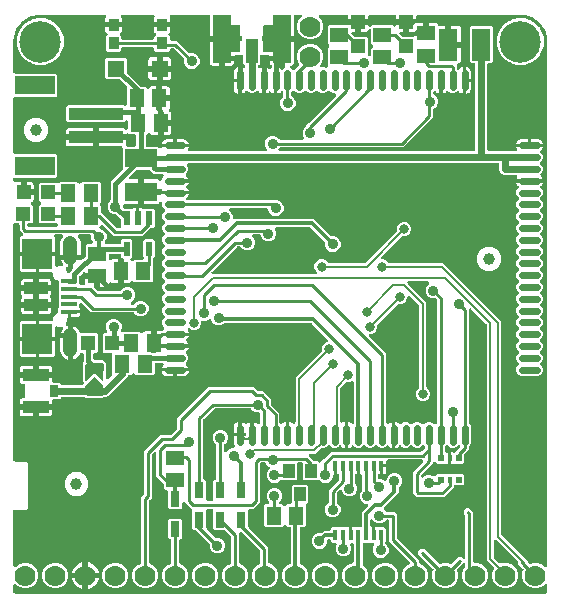
<source format=gbr>
G04 EAGLE Gerber X2 export*
%TF.Part,Single*%
%TF.FileFunction,Copper,L1,Top,Mixed*%
%TF.FilePolarity,Positive*%
%TF.GenerationSoftware,Autodesk,EAGLE,9.1.0*%
%TF.CreationDate,2018-08-13T09:50:29Z*%
G75*
%MOMM*%
%FSLAX34Y34*%
%LPD*%
%AMOC8*
5,1,8,0,0,1.08239X$1,22.5*%
G01*
%ADD10R,0.550000X1.200000*%
%ADD11R,1.200000X1.200000*%
%ADD12R,1.300000X1.500000*%
%ADD13R,4.600000X1.000000*%
%ADD14R,3.400000X1.600000*%
%ADD15R,1.500000X1.300000*%
%ADD16R,2.500000X2.500000*%
%ADD17C,1.208000*%
%ADD18R,1.350000X0.400000*%
%ADD19R,2.000000X1.000000*%
%ADD20R,0.900000X1.000000*%
%ADD21R,1.400000X1.400000*%
%ADD22R,2.700000X1.600000*%
%ADD23R,0.500000X0.500000*%
%ADD24R,0.400000X0.500000*%
%ADD25C,3.516000*%
%ADD26C,1.000000*%
%ADD27R,0.800000X1.350000*%
%ADD28R,0.350000X0.900000*%
%ADD29R,1.524000X4.064000*%
%ADD30R,1.016000X2.032000*%
%ADD31R,2.200000X1.050000*%
%ADD32R,0.800000X1.000000*%
%ADD33C,0.600000*%
%ADD34R,1.600000X2.700000*%
%ADD35C,1.778000*%
%ADD36R,1.000000X1.200000*%
%ADD37R,1.200000X1.300000*%
%ADD38C,0.381000*%
%ADD39C,0.406400*%
%ADD40C,0.304800*%
%ADD41C,0.906400*%
%ADD42C,0.254000*%
%ADD43C,0.203200*%
%ADD44C,0.800100*%
%ADD45C,0.609600*%

G36*
X453508Y2556D02*
X453508Y2556D01*
X453627Y2563D01*
X453665Y2576D01*
X453706Y2581D01*
X453816Y2624D01*
X453929Y2661D01*
X453964Y2683D01*
X454001Y2698D01*
X454097Y2767D01*
X454198Y2831D01*
X454226Y2861D01*
X454259Y2884D01*
X454335Y2976D01*
X454416Y3063D01*
X454436Y3098D01*
X454461Y3129D01*
X454512Y3237D01*
X454570Y3341D01*
X454580Y3381D01*
X454597Y3417D01*
X454619Y3534D01*
X454649Y3649D01*
X454653Y3709D01*
X454657Y3729D01*
X454655Y3750D01*
X454659Y3810D01*
X454659Y9428D01*
X454642Y9565D01*
X454629Y9704D01*
X454622Y9723D01*
X454619Y9744D01*
X454568Y9872D01*
X454521Y10004D01*
X454510Y10020D01*
X454502Y10039D01*
X454421Y10152D01*
X454343Y10267D01*
X454327Y10280D01*
X454316Y10297D01*
X454208Y10385D01*
X454104Y10477D01*
X454086Y10486D01*
X454071Y10499D01*
X453945Y10559D01*
X453821Y10622D01*
X453801Y10626D01*
X453783Y10635D01*
X453646Y10661D01*
X453511Y10691D01*
X453490Y10691D01*
X453471Y10695D01*
X453332Y10686D01*
X453193Y10682D01*
X453173Y10676D01*
X453153Y10675D01*
X453021Y10632D01*
X452887Y10593D01*
X452870Y10583D01*
X452851Y10577D01*
X452733Y10502D01*
X452613Y10432D01*
X452592Y10413D01*
X452582Y10407D01*
X452568Y10392D01*
X452493Y10325D01*
X450687Y8520D01*
X446673Y6857D01*
X442327Y6857D01*
X438313Y8520D01*
X435240Y11593D01*
X433577Y15607D01*
X433577Y19953D01*
X434448Y22054D01*
X434455Y22082D01*
X434469Y22108D01*
X434497Y22235D01*
X434531Y22360D01*
X434532Y22390D01*
X434538Y22419D01*
X434534Y22548D01*
X434537Y22678D01*
X434530Y22707D01*
X434529Y22737D01*
X434493Y22861D01*
X434462Y22988D01*
X434449Y23014D01*
X434440Y23042D01*
X434374Y23154D01*
X434314Y23269D01*
X434294Y23291D01*
X434279Y23316D01*
X434172Y23437D01*
X429957Y27652D01*
X429957Y28755D01*
X429945Y28854D01*
X429942Y28953D01*
X429925Y29011D01*
X429917Y29071D01*
X429881Y29163D01*
X429853Y29258D01*
X429823Y29310D01*
X429800Y29367D01*
X429742Y29447D01*
X429692Y29532D01*
X429626Y29608D01*
X429614Y29624D01*
X429604Y29632D01*
X429586Y29653D01*
X411615Y47623D01*
X411506Y47708D01*
X411399Y47797D01*
X411380Y47805D01*
X411364Y47818D01*
X411236Y47873D01*
X411111Y47932D01*
X411091Y47936D01*
X411072Y47944D01*
X410934Y47966D01*
X410798Y47992D01*
X410778Y47991D01*
X410758Y47994D01*
X410619Y47981D01*
X410481Y47972D01*
X410462Y47966D01*
X410442Y47964D01*
X410310Y47917D01*
X410179Y47874D01*
X410161Y47864D01*
X410142Y47857D01*
X410027Y47779D01*
X409910Y47704D01*
X409896Y47689D01*
X409879Y47678D01*
X409787Y47574D01*
X409692Y47473D01*
X409682Y47455D01*
X409669Y47440D01*
X409605Y47316D01*
X409538Y47194D01*
X409533Y47175D01*
X409524Y47156D01*
X409494Y47021D01*
X409459Y46886D01*
X409457Y46858D01*
X409454Y46846D01*
X409455Y46826D01*
X409449Y46725D01*
X409449Y33539D01*
X409461Y33440D01*
X409464Y33341D01*
X409481Y33283D01*
X409489Y33223D01*
X409525Y33131D01*
X409553Y33036D01*
X409583Y32984D01*
X409606Y32927D01*
X409664Y32847D01*
X409714Y32762D01*
X409780Y32687D01*
X409792Y32670D01*
X409802Y32662D01*
X409820Y32641D01*
X414087Y28374D01*
X414111Y28356D01*
X414130Y28334D01*
X414236Y28259D01*
X414338Y28179D01*
X414366Y28168D01*
X414390Y28151D01*
X414511Y28105D01*
X414630Y28053D01*
X414659Y28048D01*
X414687Y28038D01*
X414816Y28024D01*
X414944Y28003D01*
X414974Y28006D01*
X415003Y28003D01*
X415132Y28021D01*
X415261Y28033D01*
X415289Y28043D01*
X415318Y28047D01*
X415470Y28099D01*
X416927Y28703D01*
X421273Y28703D01*
X425287Y27040D01*
X428360Y23967D01*
X430023Y19953D01*
X430023Y15607D01*
X428360Y11593D01*
X425287Y8520D01*
X421273Y6857D01*
X416927Y6857D01*
X412913Y8520D01*
X409840Y11593D01*
X408177Y15607D01*
X408177Y19953D01*
X409525Y23206D01*
X409532Y23234D01*
X409546Y23260D01*
X409574Y23387D01*
X409609Y23512D01*
X409609Y23542D01*
X409616Y23571D01*
X409612Y23700D01*
X409614Y23830D01*
X409607Y23859D01*
X409606Y23889D01*
X409570Y24013D01*
X409540Y24140D01*
X409526Y24166D01*
X409518Y24194D01*
X409452Y24306D01*
X409391Y24421D01*
X409371Y24443D01*
X409356Y24468D01*
X409250Y24589D01*
X403351Y30487D01*
X403351Y229986D01*
X403339Y230085D01*
X403336Y230184D01*
X403319Y230242D01*
X403311Y230302D01*
X403275Y230394D01*
X403247Y230489D01*
X403217Y230541D01*
X403194Y230598D01*
X403136Y230678D01*
X403086Y230763D01*
X403020Y230838D01*
X403008Y230855D01*
X402998Y230863D01*
X402980Y230884D01*
X390279Y243584D01*
X390170Y243669D01*
X390063Y243758D01*
X390044Y243766D01*
X390028Y243779D01*
X389900Y243834D01*
X389775Y243893D01*
X389755Y243897D01*
X389736Y243905D01*
X389598Y243927D01*
X389462Y243953D01*
X389442Y243952D01*
X389422Y243955D01*
X389283Y243942D01*
X389145Y243933D01*
X389126Y243927D01*
X389106Y243925D01*
X388974Y243878D01*
X388843Y243835D01*
X388825Y243825D01*
X388806Y243818D01*
X388691Y243740D01*
X388574Y243665D01*
X388560Y243650D01*
X388543Y243639D01*
X388451Y243535D01*
X388356Y243434D01*
X388346Y243416D01*
X388333Y243401D01*
X388269Y243277D01*
X388202Y243155D01*
X388197Y243136D01*
X388188Y243117D01*
X388158Y242982D01*
X388123Y242847D01*
X388121Y242819D01*
X388118Y242807D01*
X388119Y242787D01*
X388113Y242686D01*
X388113Y147110D01*
X388125Y147012D01*
X388128Y146913D01*
X388145Y146855D01*
X388153Y146795D01*
X388189Y146703D01*
X388217Y146608D01*
X388247Y146555D01*
X388270Y146499D01*
X388328Y146419D01*
X388378Y146334D01*
X388444Y146258D01*
X388456Y146242D01*
X388466Y146234D01*
X388484Y146213D01*
X388827Y145871D01*
X389593Y144021D01*
X389593Y130019D01*
X388827Y128169D01*
X388484Y127827D01*
X388424Y127749D01*
X388356Y127677D01*
X388332Y127634D01*
X388311Y127608D01*
X388305Y127596D01*
X388290Y127576D01*
X388250Y127485D01*
X388202Y127398D01*
X388191Y127354D01*
X388175Y127320D01*
X388172Y127305D01*
X388163Y127284D01*
X388148Y127186D01*
X388123Y127090D01*
X388119Y127027D01*
X388115Y127008D01*
X388116Y126989D01*
X388113Y126970D01*
X388115Y126958D01*
X388113Y126930D01*
X388113Y124362D01*
X385807Y122056D01*
X385806Y122056D01*
X384514Y120764D01*
X384454Y120685D01*
X384386Y120613D01*
X384357Y120560D01*
X384320Y120512D01*
X384280Y120421D01*
X384232Y120335D01*
X384217Y120276D01*
X384193Y120221D01*
X384178Y120123D01*
X384153Y120027D01*
X384147Y119927D01*
X384143Y119907D01*
X384145Y119894D01*
X384143Y119866D01*
X384143Y113608D01*
X382952Y112417D01*
X376011Y112417D01*
X375919Y112406D01*
X375827Y112404D01*
X375762Y112386D01*
X375695Y112377D01*
X375609Y112343D01*
X375520Y112319D01*
X375415Y112267D01*
X375400Y112260D01*
X375393Y112255D01*
X375376Y112247D01*
X375091Y112082D01*
X374444Y111909D01*
X373379Y111909D01*
X373379Y116950D01*
X373379Y121991D01*
X374444Y121991D01*
X375163Y121798D01*
X375171Y121794D01*
X375216Y121784D01*
X375217Y121784D01*
X375260Y121766D01*
X375372Y121749D01*
X375481Y121724D01*
X375528Y121726D01*
X375575Y121719D01*
X375687Y121731D01*
X375799Y121734D01*
X375845Y121747D01*
X375891Y121752D01*
X375997Y121791D01*
X376105Y121822D01*
X376145Y121846D01*
X376189Y121863D01*
X376282Y121927D01*
X376379Y121984D01*
X376433Y122032D01*
X376451Y122044D01*
X376463Y122058D01*
X376500Y122090D01*
X380538Y126129D01*
X380612Y126224D01*
X380690Y126313D01*
X380709Y126349D01*
X380733Y126380D01*
X380781Y126490D01*
X380835Y126596D01*
X380844Y126635D01*
X380860Y126672D01*
X380878Y126790D01*
X380904Y126906D01*
X380903Y126947D01*
X380910Y126986D01*
X380898Y127105D01*
X380895Y127224D01*
X380884Y127263D01*
X380880Y127303D01*
X380839Y127415D01*
X380806Y127530D01*
X380786Y127564D01*
X380772Y127602D01*
X380705Y127701D01*
X380645Y127804D01*
X380605Y127849D01*
X380594Y127865D01*
X380578Y127879D01*
X380538Y127924D01*
X380457Y128005D01*
X380363Y128078D01*
X380274Y128157D01*
X380238Y128175D01*
X380206Y128200D01*
X380097Y128247D01*
X379991Y128301D01*
X379951Y128310D01*
X379914Y128326D01*
X379797Y128345D01*
X379681Y128371D01*
X379640Y128370D01*
X379600Y128376D01*
X379482Y128365D01*
X379363Y128361D01*
X379324Y128350D01*
X379283Y128346D01*
X379172Y128306D01*
X379057Y128273D01*
X379022Y128252D01*
X378984Y128239D01*
X378886Y128172D01*
X378783Y128112D01*
X378738Y128072D01*
X378721Y128060D01*
X378708Y128045D01*
X378662Y128005D01*
X377411Y126753D01*
X375561Y125987D01*
X373559Y125987D01*
X371709Y126753D01*
X370457Y128005D01*
X370363Y128078D01*
X370274Y128157D01*
X370238Y128175D01*
X370206Y128200D01*
X370097Y128247D01*
X369991Y128302D01*
X369951Y128310D01*
X369914Y128326D01*
X369797Y128345D01*
X369681Y128371D01*
X369640Y128370D01*
X369600Y128376D01*
X369481Y128365D01*
X369363Y128361D01*
X369324Y128350D01*
X369284Y128346D01*
X369172Y128306D01*
X369057Y128273D01*
X369022Y128253D01*
X368984Y128239D01*
X368886Y128172D01*
X368783Y128111D01*
X368738Y128072D01*
X368721Y128060D01*
X368708Y128045D01*
X368662Y128005D01*
X368284Y127627D01*
X368224Y127549D01*
X368156Y127477D01*
X368127Y127424D01*
X368090Y127376D01*
X368050Y127285D01*
X368002Y127198D01*
X367987Y127140D01*
X367963Y127084D01*
X367948Y126986D01*
X367923Y126890D01*
X367917Y126790D01*
X367913Y126770D01*
X367915Y126758D01*
X367913Y126730D01*
X367913Y123146D01*
X367929Y123021D01*
X367938Y122896D01*
X367948Y122864D01*
X367953Y122830D01*
X367999Y122713D01*
X368039Y122594D01*
X368057Y122566D01*
X368070Y122534D01*
X368144Y122433D01*
X368212Y122327D01*
X368237Y122304D01*
X368256Y122277D01*
X368353Y122197D01*
X368446Y122112D01*
X368475Y122096D01*
X368501Y122074D01*
X368615Y122021D01*
X368726Y121961D01*
X368759Y121953D01*
X368789Y121939D01*
X368912Y121915D01*
X369035Y121885D01*
X369068Y121885D01*
X369101Y121879D01*
X369227Y121887D01*
X369353Y121888D01*
X369401Y121898D01*
X369419Y121899D01*
X369439Y121905D01*
X369511Y121920D01*
X369775Y121991D01*
X370841Y121991D01*
X370841Y116950D01*
X370841Y111909D01*
X369776Y111909D01*
X369129Y112082D01*
X368844Y112247D01*
X368759Y112283D01*
X368678Y112328D01*
X368613Y112344D01*
X368551Y112370D01*
X368459Y112384D01*
X368370Y112407D01*
X368253Y112414D01*
X368236Y112417D01*
X368228Y112416D01*
X368209Y112417D01*
X361268Y112417D01*
X360029Y113656D01*
X359920Y113741D01*
X359813Y113830D01*
X359794Y113838D01*
X359778Y113851D01*
X359650Y113906D01*
X359525Y113965D01*
X359505Y113969D01*
X359486Y113977D01*
X359348Y113999D01*
X359212Y114025D01*
X359192Y114024D01*
X359172Y114027D01*
X359033Y114014D01*
X358895Y114005D01*
X358876Y113999D01*
X358856Y113997D01*
X358724Y113950D01*
X358593Y113907D01*
X358575Y113896D01*
X358556Y113890D01*
X358441Y113811D01*
X358324Y113737D01*
X358310Y113722D01*
X358293Y113711D01*
X358201Y113607D01*
X358106Y113505D01*
X358096Y113488D01*
X358083Y113473D01*
X358019Y113348D01*
X357983Y113282D01*
X347844Y103144D01*
X347784Y103065D01*
X347716Y102993D01*
X347687Y102940D01*
X347650Y102892D01*
X347610Y102801D01*
X347562Y102715D01*
X347547Y102656D01*
X347523Y102601D01*
X347508Y102503D01*
X347483Y102407D01*
X347477Y102307D01*
X347473Y102286D01*
X347475Y102274D01*
X347473Y102246D01*
X347473Y102011D01*
X347490Y101873D01*
X347503Y101735D01*
X347510Y101715D01*
X347513Y101695D01*
X347564Y101566D01*
X347611Y101435D01*
X347622Y101418D01*
X347630Y101400D01*
X347711Y101287D01*
X347789Y101172D01*
X347805Y101159D01*
X347816Y101142D01*
X347924Y101054D01*
X348028Y100962D01*
X348046Y100952D01*
X348061Y100940D01*
X348187Y100880D01*
X348311Y100817D01*
X348331Y100813D01*
X348349Y100804D01*
X348486Y100778D01*
X348621Y100747D01*
X348642Y100748D01*
X348661Y100744D01*
X348800Y100753D01*
X348939Y100757D01*
X348959Y100763D01*
X348979Y100764D01*
X349111Y100807D01*
X349245Y100845D01*
X349262Y100856D01*
X349281Y100862D01*
X349399Y100936D01*
X349519Y101007D01*
X349540Y101026D01*
X349550Y101032D01*
X349564Y101047D01*
X349639Y101113D01*
X350611Y102085D01*
X353024Y103085D01*
X355636Y103085D01*
X358049Y102085D01*
X358062Y102072D01*
X358156Y101999D01*
X358245Y101920D01*
X358281Y101902D01*
X358313Y101877D01*
X358423Y101830D01*
X358529Y101775D01*
X358568Y101767D01*
X358605Y101751D01*
X358723Y101732D01*
X358839Y101706D01*
X358879Y101707D01*
X358919Y101701D01*
X359038Y101712D01*
X359157Y101715D01*
X359196Y101727D01*
X359236Y101730D01*
X359348Y101771D01*
X359462Y101804D01*
X359497Y101824D01*
X359535Y101838D01*
X359634Y101905D01*
X359736Y101965D01*
X359781Y102005D01*
X359798Y102017D01*
X359812Y102032D01*
X359857Y102072D01*
X361268Y103483D01*
X368067Y103483D01*
X368073Y103480D01*
X368179Y103426D01*
X368218Y103417D01*
X368255Y103401D01*
X368373Y103382D01*
X368489Y103356D01*
X368530Y103357D01*
X368570Y103351D01*
X368688Y103362D01*
X368807Y103366D01*
X368846Y103377D01*
X368886Y103381D01*
X368998Y103421D01*
X369113Y103454D01*
X369147Y103475D01*
X369170Y103483D01*
X375067Y103483D01*
X375073Y103480D01*
X375179Y103426D01*
X375218Y103417D01*
X375255Y103401D01*
X375373Y103382D01*
X375489Y103356D01*
X375530Y103357D01*
X375570Y103351D01*
X375688Y103362D01*
X375807Y103366D01*
X375846Y103377D01*
X375886Y103381D01*
X375998Y103421D01*
X376113Y103454D01*
X376147Y103475D01*
X376170Y103483D01*
X382952Y103483D01*
X384143Y102292D01*
X384143Y95608D01*
X382952Y94417D01*
X376682Y94417D01*
X376564Y94402D01*
X376445Y94395D01*
X376407Y94382D01*
X376366Y94377D01*
X376256Y94334D01*
X376143Y94297D01*
X376108Y94275D01*
X376071Y94260D01*
X375975Y94191D01*
X375874Y94127D01*
X375846Y94097D01*
X375813Y94074D01*
X375737Y93982D01*
X375656Y93895D01*
X375636Y93860D01*
X375611Y93829D01*
X375560Y93721D01*
X375502Y93617D01*
X375492Y93577D01*
X375475Y93541D01*
X375453Y93424D01*
X375423Y93309D01*
X375419Y93249D01*
X375415Y93229D01*
X375417Y93208D01*
X375413Y93148D01*
X375413Y92612D01*
X367128Y84327D01*
X344072Y84327D01*
X340867Y87532D01*
X340867Y105508D01*
X349270Y113911D01*
X349355Y114020D01*
X349444Y114127D01*
X349452Y114146D01*
X349465Y114162D01*
X349520Y114290D01*
X349579Y114415D01*
X349583Y114435D01*
X349591Y114454D01*
X349613Y114592D01*
X349639Y114728D01*
X349638Y114748D01*
X349641Y114768D01*
X349628Y114907D01*
X349619Y115045D01*
X349613Y115064D01*
X349611Y115084D01*
X349564Y115216D01*
X349521Y115347D01*
X349510Y115365D01*
X349503Y115384D01*
X349425Y115499D01*
X349351Y115616D01*
X349336Y115630D01*
X349325Y115647D01*
X349221Y115739D01*
X349119Y115834D01*
X349102Y115844D01*
X349086Y115857D01*
X348962Y115921D01*
X348841Y115988D01*
X348821Y115993D01*
X348803Y116002D01*
X348667Y116032D01*
X348533Y116067D01*
X348505Y116069D01*
X348493Y116072D01*
X348472Y116071D01*
X348372Y116077D01*
X319700Y116077D01*
X319582Y116062D01*
X319463Y116055D01*
X319425Y116042D01*
X319384Y116037D01*
X319274Y115994D01*
X319161Y115957D01*
X319126Y115935D01*
X319089Y115920D01*
X318993Y115851D01*
X318892Y115787D01*
X318864Y115757D01*
X318831Y115734D01*
X318755Y115642D01*
X318674Y115555D01*
X318654Y115520D01*
X318629Y115489D01*
X318578Y115381D01*
X318520Y115277D01*
X318510Y115237D01*
X318493Y115201D01*
X318471Y115084D01*
X318441Y114969D01*
X318437Y114909D01*
X318433Y114889D01*
X318435Y114868D01*
X318431Y114808D01*
X318431Y111799D01*
X314140Y111799D01*
X314022Y111784D01*
X313903Y111777D01*
X313865Y111765D01*
X313825Y111760D01*
X313714Y111716D01*
X313601Y111679D01*
X313567Y111657D01*
X313529Y111643D01*
X313433Y111573D01*
X313332Y111509D01*
X313332Y111508D01*
X313304Y111479D01*
X313272Y111456D01*
X313272Y111455D01*
X313271Y111455D01*
X313195Y111363D01*
X313114Y111277D01*
X313094Y111241D01*
X313068Y111210D01*
X313018Y111103D01*
X312960Y110998D01*
X312950Y110959D01*
X312933Y110923D01*
X312911Y110806D01*
X312881Y110690D01*
X312877Y110630D01*
X312873Y110610D01*
X312874Y110590D01*
X312871Y110530D01*
X312871Y103489D01*
X312212Y103489D01*
X312094Y103474D01*
X311975Y103467D01*
X311937Y103454D01*
X311896Y103449D01*
X311786Y103406D01*
X311673Y103369D01*
X311638Y103347D01*
X311601Y103332D01*
X311505Y103263D01*
X311404Y103199D01*
X311376Y103169D01*
X311343Y103146D01*
X311267Y103054D01*
X311186Y102967D01*
X311166Y102932D01*
X311141Y102901D01*
X311090Y102793D01*
X311032Y102689D01*
X311022Y102649D01*
X311005Y102613D01*
X310983Y102496D01*
X310953Y102381D01*
X310949Y102321D01*
X310945Y102301D01*
X310947Y102280D01*
X310943Y102220D01*
X310943Y100544D01*
X310958Y100426D01*
X310965Y100307D01*
X310978Y100269D01*
X310983Y100228D01*
X311026Y100118D01*
X311063Y100005D01*
X311085Y99970D01*
X311100Y99933D01*
X311169Y99837D01*
X311233Y99736D01*
X311263Y99708D01*
X311286Y99675D01*
X311378Y99599D01*
X311465Y99518D01*
X311500Y99498D01*
X311531Y99473D01*
X311639Y99422D01*
X311743Y99364D01*
X311783Y99354D01*
X311819Y99337D01*
X311936Y99315D01*
X312051Y99285D01*
X312111Y99281D01*
X312131Y99277D01*
X312152Y99279D01*
X312212Y99275D01*
X313726Y99275D01*
X316139Y98275D01*
X316388Y98025D01*
X316498Y97940D01*
X316605Y97852D01*
X316624Y97843D01*
X316640Y97830D01*
X316767Y97775D01*
X316893Y97716D01*
X316913Y97712D01*
X316932Y97704D01*
X317069Y97682D01*
X317206Y97656D01*
X317226Y97657D01*
X317246Y97654D01*
X317385Y97667D01*
X317523Y97676D01*
X317542Y97682D01*
X317562Y97684D01*
X317694Y97731D01*
X317825Y97774D01*
X317842Y97785D01*
X317862Y97792D01*
X317977Y97870D01*
X318094Y97944D01*
X318108Y97959D01*
X318125Y97970D01*
X318217Y98074D01*
X318312Y98176D01*
X318322Y98193D01*
X318335Y98209D01*
X318399Y98333D01*
X318466Y98454D01*
X318471Y98474D01*
X318480Y98492D01*
X318510Y98628D01*
X318545Y98762D01*
X318547Y98790D01*
X318550Y98802D01*
X318549Y98823D01*
X318555Y98923D01*
X318555Y99096D01*
X319555Y101509D01*
X321401Y103355D01*
X323814Y104355D01*
X326426Y104355D01*
X328839Y103355D01*
X330685Y101509D01*
X331685Y99096D01*
X331685Y96484D01*
X330685Y94071D01*
X329048Y92435D01*
X328988Y92356D01*
X328920Y92284D01*
X328891Y92231D01*
X328854Y92183D01*
X328814Y92092D01*
X328766Y92006D01*
X328751Y91947D01*
X328727Y91891D01*
X328712Y91793D01*
X328687Y91698D01*
X328681Y91598D01*
X328677Y91577D01*
X328679Y91565D01*
X328677Y91537D01*
X328677Y87427D01*
X317618Y76369D01*
X317618Y76368D01*
X316664Y75414D01*
X316592Y75321D01*
X316513Y75231D01*
X316494Y75195D01*
X316470Y75163D01*
X316422Y75054D01*
X316368Y74948D01*
X316359Y74909D01*
X316343Y74871D01*
X316324Y74754D01*
X316298Y74638D01*
X316300Y74597D01*
X316293Y74557D01*
X316304Y74439D01*
X316308Y74320D01*
X316319Y74281D01*
X316323Y74241D01*
X316363Y74129D01*
X316396Y74014D01*
X316417Y73979D01*
X316431Y73941D01*
X316498Y73843D01*
X316558Y73740D01*
X316598Y73695D01*
X316609Y73678D01*
X316625Y73665D01*
X316664Y73619D01*
X318029Y72254D01*
X318108Y72194D01*
X318180Y72126D01*
X318233Y72097D01*
X318281Y72060D01*
X318372Y72020D01*
X318458Y71972D01*
X318517Y71957D01*
X318573Y71933D01*
X318670Y71918D01*
X318766Y71893D01*
X318866Y71887D01*
X318887Y71883D01*
X318899Y71885D01*
X318927Y71883D01*
X325218Y71883D01*
X327153Y69948D01*
X327153Y50154D01*
X327165Y50056D01*
X327168Y49957D01*
X327185Y49898D01*
X327193Y49838D01*
X327229Y49746D01*
X327257Y49651D01*
X327287Y49599D01*
X327310Y49543D01*
X327368Y49463D01*
X327418Y49377D01*
X327484Y49302D01*
X327496Y49285D01*
X327506Y49277D01*
X327524Y49256D01*
X346203Y30578D01*
X346203Y29083D01*
X346206Y29053D01*
X346204Y29024D01*
X346226Y28896D01*
X346243Y28767D01*
X346253Y28740D01*
X346258Y28711D01*
X346312Y28592D01*
X346360Y28471D01*
X346377Y28448D01*
X346389Y28421D01*
X346470Y28319D01*
X346546Y28214D01*
X346569Y28195D01*
X346588Y28172D01*
X346691Y28094D01*
X346791Y28011D01*
X346818Y27999D01*
X346842Y27981D01*
X346986Y27910D01*
X349087Y27040D01*
X352160Y23967D01*
X353823Y19953D01*
X353823Y15607D01*
X352160Y11593D01*
X349087Y8520D01*
X345073Y6857D01*
X340727Y6857D01*
X336713Y8520D01*
X333640Y11593D01*
X331977Y15607D01*
X331977Y19953D01*
X333640Y23967D01*
X336713Y27040D01*
X337565Y27393D01*
X337608Y27417D01*
X337655Y27434D01*
X337746Y27496D01*
X337841Y27550D01*
X337877Y27585D01*
X337918Y27613D01*
X337991Y27695D01*
X338069Y27772D01*
X338095Y27814D01*
X338128Y27851D01*
X338178Y27949D01*
X338236Y28043D01*
X338250Y28090D01*
X338273Y28134D01*
X338297Y28242D01*
X338329Y28347D01*
X338332Y28396D01*
X338342Y28445D01*
X338339Y28555D01*
X338344Y28664D01*
X338334Y28713D01*
X338333Y28763D01*
X338302Y28868D01*
X338280Y28976D01*
X338258Y29020D01*
X338244Y29068D01*
X338189Y29163D01*
X338140Y29261D01*
X338108Y29299D01*
X338083Y29342D01*
X337976Y29463D01*
X320547Y46892D01*
X320547Y64008D01*
X320532Y64126D01*
X320525Y64245D01*
X320512Y64283D01*
X320507Y64324D01*
X320464Y64434D01*
X320427Y64547D01*
X320405Y64582D01*
X320390Y64619D01*
X320321Y64715D01*
X320257Y64816D01*
X320227Y64844D01*
X320204Y64877D01*
X320112Y64953D01*
X320025Y65034D01*
X319990Y65054D01*
X319959Y65079D01*
X319851Y65130D01*
X319747Y65188D01*
X319707Y65198D01*
X319671Y65215D01*
X319554Y65237D01*
X319439Y65267D01*
X319379Y65271D01*
X319359Y65275D01*
X319338Y65273D01*
X319278Y65277D01*
X318927Y65277D01*
X318829Y65265D01*
X318730Y65262D01*
X318672Y65245D01*
X318611Y65237D01*
X318519Y65201D01*
X318424Y65173D01*
X318372Y65143D01*
X318316Y65120D01*
X318236Y65062D01*
X318150Y65012D01*
X318075Y64946D01*
X318058Y64934D01*
X318051Y64924D01*
X318029Y64906D01*
X316139Y63015D01*
X313726Y62015D01*
X311114Y62015D01*
X308701Y63015D01*
X306713Y65003D01*
X306604Y65088D01*
X306497Y65176D01*
X306478Y65185D01*
X306462Y65198D01*
X306334Y65253D01*
X306209Y65312D01*
X306189Y65316D01*
X306170Y65324D01*
X306032Y65346D01*
X305896Y65372D01*
X305876Y65371D01*
X305856Y65374D01*
X305717Y65361D01*
X305579Y65352D01*
X305560Y65346D01*
X305540Y65344D01*
X305408Y65297D01*
X305277Y65254D01*
X305259Y65243D01*
X305240Y65236D01*
X305125Y65158D01*
X305008Y65084D01*
X304994Y65069D01*
X304977Y65058D01*
X304885Y64953D01*
X304790Y64852D01*
X304780Y64835D01*
X304767Y64819D01*
X304703Y64695D01*
X304636Y64574D01*
X304631Y64554D01*
X304622Y64536D01*
X304592Y64400D01*
X304557Y64266D01*
X304555Y64238D01*
X304552Y64226D01*
X304553Y64205D01*
X304547Y64105D01*
X304547Y60340D01*
X304562Y60222D01*
X304569Y60103D01*
X304582Y60065D01*
X304587Y60024D01*
X304630Y59914D01*
X304667Y59801D01*
X304689Y59766D01*
X304704Y59729D01*
X304773Y59633D01*
X304837Y59532D01*
X304867Y59504D01*
X304890Y59471D01*
X304982Y59395D01*
X305069Y59314D01*
X305104Y59294D01*
X305135Y59269D01*
X305243Y59218D01*
X305347Y59160D01*
X305387Y59150D01*
X305423Y59133D01*
X305540Y59111D01*
X305655Y59081D01*
X305715Y59077D01*
X305735Y59073D01*
X305756Y59075D01*
X305816Y59071D01*
X306371Y59071D01*
X306371Y52030D01*
X306386Y51912D01*
X306393Y51793D01*
X306405Y51755D01*
X306410Y51715D01*
X306454Y51604D01*
X306491Y51491D01*
X306513Y51457D01*
X306527Y51419D01*
X306597Y51323D01*
X306661Y51222D01*
X306691Y51194D01*
X306714Y51162D01*
X306806Y51086D01*
X306893Y51004D01*
X306928Y50985D01*
X306959Y50959D01*
X307067Y50908D01*
X307171Y50851D01*
X307210Y50841D01*
X307247Y50823D01*
X307364Y50801D01*
X307479Y50771D01*
X307539Y50767D01*
X307559Y50764D01*
X307560Y50764D01*
X307580Y50765D01*
X307640Y50761D01*
X307758Y50776D01*
X307877Y50783D01*
X307915Y50796D01*
X307956Y50801D01*
X308066Y50845D01*
X308180Y50881D01*
X308214Y50903D01*
X308251Y50918D01*
X308348Y50988D01*
X308448Y51052D01*
X308476Y51081D01*
X308509Y51105D01*
X308585Y51197D01*
X308666Y51283D01*
X308686Y51319D01*
X308712Y51350D01*
X308762Y51457D01*
X308820Y51562D01*
X308830Y51601D01*
X308847Y51637D01*
X308869Y51754D01*
X308899Y51870D01*
X308903Y51930D01*
X308907Y51950D01*
X308906Y51958D01*
X308907Y51961D01*
X308906Y51976D01*
X308909Y52030D01*
X308909Y59071D01*
X309724Y59071D01*
X310371Y58898D01*
X310656Y58733D01*
X310741Y58697D01*
X310822Y58652D01*
X310887Y58636D01*
X310949Y58610D01*
X311041Y58596D01*
X311130Y58573D01*
X311247Y58566D01*
X311264Y58563D01*
X311272Y58564D01*
X311291Y58563D01*
X316732Y58563D01*
X317923Y57372D01*
X317923Y46688D01*
X317814Y46580D01*
X317754Y46501D01*
X317686Y46429D01*
X317662Y46386D01*
X317654Y46376D01*
X317649Y46367D01*
X317620Y46328D01*
X317580Y46238D01*
X317532Y46151D01*
X317517Y46092D01*
X317493Y46037D01*
X317478Y45939D01*
X317453Y45843D01*
X317447Y45743D01*
X317443Y45723D01*
X317445Y45710D01*
X317443Y45682D01*
X317443Y45427D01*
X317455Y45329D01*
X317458Y45230D01*
X317475Y45172D01*
X317483Y45111D01*
X317519Y45019D01*
X317547Y44924D01*
X317577Y44872D01*
X317600Y44816D01*
X317658Y44736D01*
X317708Y44650D01*
X317774Y44575D01*
X317786Y44558D01*
X317796Y44551D01*
X317814Y44529D01*
X319255Y43089D01*
X320255Y40676D01*
X320255Y38064D01*
X319255Y35651D01*
X317409Y33805D01*
X314996Y32805D01*
X312384Y32805D01*
X309971Y33805D01*
X308125Y35651D01*
X307125Y38064D01*
X307125Y40676D01*
X308185Y43234D01*
X308198Y43282D01*
X308219Y43327D01*
X308240Y43435D01*
X308269Y43541D01*
X308270Y43591D01*
X308279Y43640D01*
X308272Y43749D01*
X308274Y43859D01*
X308262Y43907D01*
X308259Y43957D01*
X308226Y44061D01*
X308200Y44168D01*
X308177Y44212D01*
X308161Y44259D01*
X308103Y44352D01*
X308051Y44449D01*
X308018Y44486D01*
X307991Y44528D01*
X307911Y44603D01*
X307837Y44685D01*
X307796Y44712D01*
X307760Y44746D01*
X307663Y44799D01*
X307572Y44859D01*
X307524Y44876D01*
X307481Y44900D01*
X307375Y44927D01*
X307271Y44963D01*
X307221Y44967D01*
X307173Y44979D01*
X307012Y44989D01*
X305556Y44989D01*
X304909Y45162D01*
X304624Y45327D01*
X304539Y45363D01*
X304458Y45408D01*
X304393Y45424D01*
X304331Y45450D01*
X304239Y45464D01*
X304150Y45487D01*
X304033Y45494D01*
X304016Y45497D01*
X304008Y45496D01*
X303989Y45497D01*
X299466Y45497D01*
X299348Y45482D01*
X299229Y45475D01*
X299191Y45462D01*
X299150Y45457D01*
X299040Y45414D01*
X298927Y45377D01*
X298892Y45355D01*
X298855Y45340D01*
X298759Y45271D01*
X298658Y45207D01*
X298630Y45177D01*
X298597Y45154D01*
X298521Y45062D01*
X298440Y44975D01*
X298420Y44940D01*
X298395Y44909D01*
X298344Y44801D01*
X298286Y44697D01*
X298276Y44657D01*
X298259Y44621D01*
X298237Y44504D01*
X298207Y44389D01*
X298203Y44329D01*
X298199Y44309D01*
X298201Y44288D01*
X298197Y44228D01*
X298197Y27656D01*
X298209Y27558D01*
X298212Y27459D01*
X298229Y27401D01*
X298237Y27341D01*
X298273Y27248D01*
X298301Y27153D01*
X298331Y27101D01*
X298354Y27045D01*
X298412Y26965D01*
X298462Y26879D01*
X298528Y26804D01*
X298540Y26787D01*
X298550Y26780D01*
X298568Y26759D01*
X301360Y23967D01*
X303023Y19953D01*
X303023Y15607D01*
X301360Y11593D01*
X298287Y8520D01*
X294273Y6857D01*
X289927Y6857D01*
X285913Y8520D01*
X282840Y11593D01*
X281177Y15607D01*
X281177Y19953D01*
X282840Y23967D01*
X285913Y27040D01*
X289969Y28720D01*
X290051Y28725D01*
X290089Y28738D01*
X290130Y28743D01*
X290240Y28786D01*
X290353Y28823D01*
X290388Y28845D01*
X290425Y28860D01*
X290521Y28929D01*
X290622Y28993D01*
X290650Y29023D01*
X290683Y29046D01*
X290759Y29138D01*
X290840Y29225D01*
X290860Y29260D01*
X290885Y29291D01*
X290936Y29399D01*
X290994Y29503D01*
X291004Y29543D01*
X291021Y29579D01*
X291043Y29696D01*
X291073Y29811D01*
X291077Y29871D01*
X291081Y29891D01*
X291079Y29912D01*
X291083Y29972D01*
X291083Y43720D01*
X291068Y43838D01*
X291061Y43957D01*
X291048Y43995D01*
X291043Y44036D01*
X291000Y44146D01*
X290963Y44259D01*
X290941Y44294D01*
X290926Y44331D01*
X290857Y44427D01*
X290793Y44528D01*
X290763Y44556D01*
X290740Y44589D01*
X290648Y44665D01*
X290561Y44746D01*
X290526Y44766D01*
X290495Y44791D01*
X290387Y44842D01*
X290283Y44900D01*
X290243Y44910D01*
X290207Y44927D01*
X290090Y44949D01*
X289975Y44979D01*
X289915Y44983D01*
X289895Y44987D01*
X289874Y44985D01*
X289814Y44989D01*
X289144Y44989D01*
X289094Y44983D01*
X289045Y44985D01*
X288937Y44963D01*
X288828Y44949D01*
X288782Y44931D01*
X288733Y44921D01*
X288635Y44873D01*
X288532Y44832D01*
X288492Y44803D01*
X288448Y44781D01*
X288364Y44710D01*
X288275Y44646D01*
X288243Y44607D01*
X288206Y44575D01*
X288142Y44485D01*
X288072Y44401D01*
X288051Y44356D01*
X288022Y44315D01*
X287984Y44212D01*
X287937Y44113D01*
X287927Y44064D01*
X287910Y44018D01*
X287898Y43908D01*
X287877Y43801D01*
X287880Y43751D01*
X287875Y43702D01*
X287890Y43593D01*
X287897Y43483D01*
X287912Y43436D01*
X287919Y43387D01*
X287971Y43234D01*
X288505Y41946D01*
X288505Y39334D01*
X287505Y36921D01*
X285659Y35075D01*
X283246Y34075D01*
X280634Y34075D01*
X278221Y35075D01*
X276375Y36921D01*
X275375Y39334D01*
X275375Y41946D01*
X276119Y43742D01*
X276133Y43790D01*
X276154Y43835D01*
X276174Y43943D01*
X276203Y44049D01*
X276204Y44099D01*
X276213Y44148D01*
X276207Y44257D01*
X276208Y44367D01*
X276197Y44415D01*
X276194Y44465D01*
X276160Y44569D01*
X276134Y44676D01*
X276111Y44720D01*
X276096Y44767D01*
X276037Y44860D01*
X275986Y44957D01*
X275952Y44994D01*
X275926Y45036D01*
X275845Y45111D01*
X275772Y45193D01*
X275730Y45220D01*
X275694Y45254D01*
X275598Y45307D01*
X275506Y45367D01*
X275459Y45384D01*
X275415Y45408D01*
X275309Y45435D01*
X275205Y45471D01*
X275156Y45475D01*
X275107Y45487D01*
X274947Y45497D01*
X272548Y45497D01*
X271357Y46688D01*
X271357Y47204D01*
X271342Y47322D01*
X271335Y47441D01*
X271322Y47479D01*
X271317Y47520D01*
X271274Y47630D01*
X271237Y47743D01*
X271215Y47778D01*
X271200Y47815D01*
X271131Y47911D01*
X271067Y48012D01*
X271037Y48040D01*
X271014Y48073D01*
X270922Y48149D01*
X270835Y48230D01*
X270800Y48250D01*
X270769Y48275D01*
X270661Y48326D01*
X270557Y48384D01*
X270517Y48394D01*
X270481Y48411D01*
X270364Y48433D01*
X270249Y48463D01*
X270189Y48467D01*
X270169Y48471D01*
X270148Y48469D01*
X270088Y48473D01*
X269454Y48473D01*
X269336Y48458D01*
X269217Y48451D01*
X269179Y48438D01*
X269138Y48433D01*
X269028Y48390D01*
X268915Y48353D01*
X268880Y48331D01*
X268843Y48316D01*
X268747Y48247D01*
X268646Y48183D01*
X268618Y48153D01*
X268585Y48130D01*
X268509Y48038D01*
X268428Y47951D01*
X268408Y47916D01*
X268383Y47885D01*
X268332Y47777D01*
X268274Y47673D01*
X268264Y47633D01*
X268247Y47597D01*
X268225Y47480D01*
X268195Y47365D01*
X268191Y47305D01*
X268187Y47285D01*
X268189Y47264D01*
X268185Y47204D01*
X268185Y45684D01*
X267185Y43271D01*
X265339Y41425D01*
X262926Y40425D01*
X260314Y40425D01*
X257901Y41425D01*
X256055Y43271D01*
X255055Y45684D01*
X255055Y48296D01*
X256055Y50709D01*
X257901Y52555D01*
X260314Y53555D01*
X262629Y53555D01*
X262727Y53567D01*
X262826Y53570D01*
X262884Y53587D01*
X262945Y53595D01*
X263037Y53631D01*
X263132Y53659D01*
X263184Y53689D01*
X263240Y53712D01*
X263320Y53770D01*
X263406Y53820D01*
X263481Y53886D01*
X263498Y53898D01*
X263505Y53908D01*
X263527Y53926D01*
X265187Y55587D01*
X270088Y55587D01*
X270206Y55602D01*
X270325Y55609D01*
X270363Y55622D01*
X270404Y55627D01*
X270514Y55670D01*
X270627Y55707D01*
X270662Y55729D01*
X270699Y55744D01*
X270795Y55813D01*
X270896Y55877D01*
X270924Y55907D01*
X270957Y55930D01*
X271033Y56022D01*
X271114Y56109D01*
X271134Y56144D01*
X271159Y56175D01*
X271210Y56283D01*
X271268Y56387D01*
X271278Y56427D01*
X271295Y56463D01*
X271317Y56580D01*
X271347Y56695D01*
X271351Y56755D01*
X271355Y56775D01*
X271353Y56796D01*
X271357Y56856D01*
X271357Y57372D01*
X272548Y58563D01*
X277847Y58563D01*
X277853Y58560D01*
X277959Y58506D01*
X277998Y58497D01*
X278035Y58481D01*
X278153Y58462D01*
X278269Y58436D01*
X278310Y58437D01*
X278350Y58431D01*
X278468Y58442D01*
X278587Y58446D01*
X278626Y58457D01*
X278666Y58461D01*
X278778Y58501D01*
X278893Y58534D01*
X278927Y58555D01*
X278950Y58563D01*
X284489Y58563D01*
X284581Y58574D01*
X284673Y58576D01*
X284738Y58594D01*
X284805Y58603D01*
X284891Y58637D01*
X284980Y58661D01*
X285085Y58713D01*
X285100Y58720D01*
X285107Y58725D01*
X285124Y58733D01*
X285409Y58898D01*
X286056Y59071D01*
X286871Y59071D01*
X286871Y52030D01*
X286886Y51912D01*
X286893Y51793D01*
X286905Y51755D01*
X286910Y51715D01*
X286954Y51604D01*
X286991Y51491D01*
X287013Y51457D01*
X287027Y51419D01*
X287097Y51323D01*
X287161Y51222D01*
X287191Y51194D01*
X287214Y51162D01*
X287306Y51086D01*
X287393Y51004D01*
X287428Y50985D01*
X287459Y50959D01*
X287567Y50908D01*
X287671Y50851D01*
X287710Y50841D01*
X287747Y50823D01*
X287864Y50801D01*
X287979Y50771D01*
X288039Y50767D01*
X288059Y50764D01*
X288060Y50764D01*
X288080Y50765D01*
X288140Y50761D01*
X288258Y50776D01*
X288377Y50783D01*
X288415Y50796D01*
X288456Y50801D01*
X288566Y50845D01*
X288680Y50881D01*
X288714Y50903D01*
X288751Y50918D01*
X288848Y50988D01*
X288948Y51052D01*
X288976Y51081D01*
X289009Y51105D01*
X289085Y51197D01*
X289166Y51283D01*
X289186Y51319D01*
X289212Y51350D01*
X289262Y51457D01*
X289320Y51562D01*
X289330Y51601D01*
X289347Y51637D01*
X289369Y51754D01*
X289399Y51870D01*
X289403Y51930D01*
X289407Y51950D01*
X289406Y51958D01*
X289407Y51961D01*
X289406Y51976D01*
X289409Y52030D01*
X289409Y59071D01*
X290224Y59071D01*
X290871Y58898D01*
X291156Y58733D01*
X291241Y58697D01*
X291322Y58652D01*
X291387Y58636D01*
X291449Y58610D01*
X291541Y58596D01*
X291630Y58573D01*
X291747Y58566D01*
X291764Y58563D01*
X291772Y58564D01*
X291791Y58563D01*
X296164Y58563D01*
X296282Y58578D01*
X296401Y58585D01*
X296439Y58598D01*
X296480Y58603D01*
X296590Y58646D01*
X296703Y58683D01*
X296738Y58705D01*
X296775Y58720D01*
X296871Y58789D01*
X296972Y58853D01*
X297000Y58883D01*
X297033Y58906D01*
X297109Y58998D01*
X297190Y59085D01*
X297210Y59120D01*
X297235Y59151D01*
X297286Y59259D01*
X297344Y59363D01*
X297354Y59403D01*
X297371Y59439D01*
X297393Y59556D01*
X297423Y59671D01*
X297427Y59731D01*
X297431Y59751D01*
X297429Y59772D01*
X297433Y59832D01*
X297433Y71323D01*
X299889Y73778D01*
X302469Y76359D01*
X302554Y76468D01*
X302642Y76575D01*
X302651Y76594D01*
X302664Y76610D01*
X302719Y76738D01*
X302778Y76863D01*
X302782Y76883D01*
X302790Y76902D01*
X302812Y77040D01*
X302838Y77176D01*
X302837Y77196D01*
X302840Y77216D01*
X302827Y77355D01*
X302818Y77493D01*
X302812Y77512D01*
X302810Y77532D01*
X302763Y77664D01*
X302720Y77795D01*
X302709Y77813D01*
X302702Y77832D01*
X302624Y77947D01*
X302550Y78064D01*
X302535Y78078D01*
X302524Y78095D01*
X302419Y78187D01*
X302318Y78282D01*
X302301Y78292D01*
X302285Y78305D01*
X302161Y78369D01*
X302040Y78436D01*
X302020Y78441D01*
X302002Y78450D01*
X301866Y78480D01*
X301732Y78515D01*
X301704Y78517D01*
X301692Y78520D01*
X301671Y78519D01*
X301571Y78525D01*
X300954Y78525D01*
X298541Y79525D01*
X296695Y81371D01*
X295695Y83784D01*
X295695Y86396D01*
X296695Y88809D01*
X297466Y89579D01*
X297526Y89658D01*
X297594Y89730D01*
X297623Y89783D01*
X297660Y89831D01*
X297700Y89922D01*
X297748Y90008D01*
X297763Y90067D01*
X297787Y90123D01*
X297802Y90221D01*
X297827Y90316D01*
X297833Y90416D01*
X297837Y90437D01*
X297835Y90449D01*
X297837Y90477D01*
X297837Y102220D01*
X297822Y102338D01*
X297815Y102457D01*
X297802Y102495D01*
X297797Y102536D01*
X297754Y102646D01*
X297717Y102759D01*
X297695Y102794D01*
X297680Y102831D01*
X297611Y102927D01*
X297547Y103028D01*
X297517Y103056D01*
X297494Y103089D01*
X297402Y103165D01*
X297315Y103246D01*
X297280Y103266D01*
X297249Y103291D01*
X297141Y103342D01*
X297037Y103400D01*
X296997Y103410D01*
X296961Y103427D01*
X296844Y103449D01*
X296729Y103479D01*
X296669Y103483D01*
X296649Y103487D01*
X296628Y103485D01*
X296568Y103489D01*
X295909Y103489D01*
X295909Y110530D01*
X295894Y110648D01*
X295887Y110767D01*
X295875Y110805D01*
X295870Y110845D01*
X295826Y110956D01*
X295789Y111069D01*
X295767Y111103D01*
X295753Y111141D01*
X295683Y111237D01*
X295619Y111338D01*
X295589Y111366D01*
X295566Y111398D01*
X295474Y111474D01*
X295387Y111556D01*
X295352Y111575D01*
X295321Y111601D01*
X295213Y111652D01*
X295109Y111709D01*
X295070Y111719D01*
X295033Y111737D01*
X294916Y111759D01*
X294801Y111789D01*
X294741Y111793D01*
X294721Y111796D01*
X294720Y111796D01*
X294700Y111795D01*
X294640Y111799D01*
X294522Y111784D01*
X294403Y111777D01*
X294364Y111764D01*
X294324Y111759D01*
X294214Y111715D01*
X294100Y111679D01*
X294066Y111657D01*
X294029Y111642D01*
X293932Y111572D01*
X293832Y111508D01*
X293804Y111479D01*
X293771Y111455D01*
X293695Y111363D01*
X293614Y111277D01*
X293594Y111241D01*
X293568Y111210D01*
X293518Y111103D01*
X293460Y110998D01*
X293450Y110959D01*
X293433Y110923D01*
X293411Y110806D01*
X293381Y110690D01*
X293377Y110630D01*
X293373Y110610D01*
X293374Y110590D01*
X293371Y110530D01*
X293371Y103489D01*
X292712Y103489D01*
X292594Y103474D01*
X292475Y103467D01*
X292437Y103454D01*
X292396Y103449D01*
X292286Y103406D01*
X292173Y103369D01*
X292138Y103347D01*
X292101Y103332D01*
X292005Y103263D01*
X291904Y103199D01*
X291876Y103169D01*
X291843Y103146D01*
X291767Y103054D01*
X291686Y102967D01*
X291666Y102932D01*
X291641Y102901D01*
X291590Y102793D01*
X291532Y102689D01*
X291522Y102649D01*
X291505Y102613D01*
X291483Y102496D01*
X291453Y102381D01*
X291449Y102321D01*
X291445Y102301D01*
X291447Y102280D01*
X291443Y102220D01*
X291443Y96827D01*
X291455Y96729D01*
X291458Y96630D01*
X291475Y96572D01*
X291483Y96511D01*
X291519Y96419D01*
X291547Y96324D01*
X291577Y96272D01*
X291600Y96216D01*
X291658Y96136D01*
X291708Y96050D01*
X291774Y95975D01*
X291786Y95958D01*
X291796Y95951D01*
X291814Y95929D01*
X292585Y95159D01*
X293585Y92746D01*
X293585Y90134D01*
X292585Y87721D01*
X290739Y85875D01*
X288326Y84875D01*
X285714Y84875D01*
X283301Y85875D01*
X281455Y87721D01*
X280743Y89440D01*
X280718Y89483D01*
X280701Y89530D01*
X280640Y89621D01*
X280585Y89716D01*
X280551Y89752D01*
X280523Y89793D01*
X280440Y89866D01*
X280364Y89945D01*
X280322Y89971D01*
X280284Y90004D01*
X280186Y90054D01*
X280093Y90111D01*
X280045Y90126D01*
X280001Y90148D01*
X279894Y90172D01*
X279789Y90205D01*
X279739Y90207D01*
X279691Y90218D01*
X279581Y90215D01*
X279471Y90220D01*
X279423Y90210D01*
X279373Y90208D01*
X279267Y90178D01*
X279160Y90155D01*
X279115Y90134D01*
X279067Y90120D01*
X278973Y90064D01*
X278874Y90016D01*
X278836Y89983D01*
X278793Y89958D01*
X278673Y89852D01*
X276724Y87904D01*
X276664Y87825D01*
X276596Y87753D01*
X276567Y87700D01*
X276530Y87652D01*
X276490Y87561D01*
X276442Y87475D01*
X276427Y87416D01*
X276403Y87361D01*
X276388Y87263D01*
X276363Y87167D01*
X276357Y87067D01*
X276353Y87046D01*
X276355Y87034D01*
X276353Y87006D01*
X276353Y80167D01*
X276365Y80069D01*
X276368Y79970D01*
X276385Y79912D01*
X276393Y79851D01*
X276429Y79759D01*
X276457Y79664D01*
X276487Y79612D01*
X276510Y79556D01*
X276568Y79476D01*
X276618Y79390D01*
X276684Y79315D01*
X276696Y79298D01*
X276706Y79291D01*
X276724Y79269D01*
X278615Y77379D01*
X279615Y74966D01*
X279615Y72354D01*
X278615Y69941D01*
X276769Y68095D01*
X274356Y67095D01*
X271744Y67095D01*
X269331Y68095D01*
X267485Y69941D01*
X266485Y72354D01*
X266485Y74966D01*
X267485Y77379D01*
X269376Y79269D01*
X269436Y79348D01*
X269504Y79420D01*
X269533Y79473D01*
X269570Y79521D01*
X269610Y79612D01*
X269658Y79698D01*
X269673Y79757D01*
X269697Y79813D01*
X269712Y79911D01*
X269737Y80006D01*
X269743Y80106D01*
X269747Y80127D01*
X269745Y80139D01*
X269747Y80167D01*
X269747Y90268D01*
X278266Y98786D01*
X278326Y98865D01*
X278394Y98937D01*
X278423Y98990D01*
X278460Y99038D01*
X278500Y99129D01*
X278548Y99215D01*
X278563Y99274D01*
X278587Y99329D01*
X278602Y99427D01*
X278627Y99523D01*
X278633Y99623D01*
X278637Y99644D01*
X278635Y99656D01*
X278637Y99684D01*
X278637Y102220D01*
X278622Y102338D01*
X278615Y102457D01*
X278602Y102495D01*
X278597Y102536D01*
X278554Y102646D01*
X278517Y102759D01*
X278495Y102794D01*
X278480Y102831D01*
X278411Y102927D01*
X278347Y103028D01*
X278317Y103056D01*
X278294Y103089D01*
X278202Y103165D01*
X278115Y103246D01*
X278080Y103266D01*
X278049Y103291D01*
X277941Y103342D01*
X277837Y103400D01*
X277797Y103410D01*
X277761Y103427D01*
X277644Y103449D01*
X277529Y103479D01*
X277469Y103483D01*
X277449Y103487D01*
X277428Y103485D01*
X277368Y103489D01*
X276409Y103489D01*
X276409Y110530D01*
X276394Y110648D01*
X276387Y110767D01*
X276375Y110805D01*
X276370Y110845D01*
X276326Y110956D01*
X276289Y111069D01*
X276267Y111103D01*
X276253Y111141D01*
X276183Y111237D01*
X276119Y111338D01*
X276089Y111366D01*
X276066Y111398D01*
X275974Y111474D01*
X275887Y111556D01*
X275852Y111575D01*
X275821Y111601D01*
X275713Y111652D01*
X275609Y111709D01*
X275570Y111719D01*
X275533Y111737D01*
X275416Y111759D01*
X275301Y111789D01*
X275241Y111793D01*
X275221Y111796D01*
X275220Y111796D01*
X275200Y111795D01*
X275140Y111799D01*
X275022Y111784D01*
X274903Y111777D01*
X274864Y111764D01*
X274824Y111759D01*
X274714Y111715D01*
X274600Y111679D01*
X274566Y111657D01*
X274529Y111642D01*
X274432Y111572D01*
X274332Y111508D01*
X274304Y111479D01*
X274271Y111455D01*
X274195Y111363D01*
X274114Y111277D01*
X274094Y111241D01*
X274068Y111210D01*
X274018Y111103D01*
X273960Y110998D01*
X273950Y110959D01*
X273933Y110923D01*
X273911Y110806D01*
X273881Y110690D01*
X273877Y110630D01*
X273873Y110610D01*
X273874Y110590D01*
X273871Y110530D01*
X273871Y103295D01*
X273827Y103263D01*
X273726Y103199D01*
X273698Y103169D01*
X273665Y103146D01*
X273589Y103054D01*
X273508Y102967D01*
X273488Y102932D01*
X273463Y102901D01*
X273412Y102793D01*
X273354Y102689D01*
X273344Y102649D01*
X273327Y102613D01*
X273305Y102496D01*
X273275Y102381D01*
X273271Y102321D01*
X273267Y102301D01*
X273269Y102280D01*
X273265Y102220D01*
X273265Y101564D01*
X272265Y99151D01*
X270419Y97305D01*
X268006Y96305D01*
X265394Y96305D01*
X262981Y97305D01*
X262023Y98263D01*
X261929Y98336D01*
X261839Y98415D01*
X261803Y98433D01*
X261772Y98458D01*
X261662Y98505D01*
X261556Y98560D01*
X261517Y98568D01*
X261480Y98584D01*
X261362Y98603D01*
X261246Y98629D01*
X261206Y98628D01*
X261166Y98634D01*
X261047Y98623D01*
X260928Y98620D01*
X260889Y98608D01*
X260849Y98605D01*
X260737Y98564D01*
X260623Y98531D01*
X260588Y98511D01*
X260550Y98497D01*
X260536Y98487D01*
X248768Y98487D01*
X247577Y99678D01*
X247577Y112268D01*
X247562Y112386D01*
X247555Y112505D01*
X247542Y112543D01*
X247537Y112584D01*
X247494Y112694D01*
X247457Y112807D01*
X247435Y112842D01*
X247420Y112879D01*
X247351Y112975D01*
X247287Y113076D01*
X247257Y113104D01*
X247234Y113137D01*
X247142Y113213D01*
X247055Y113294D01*
X247020Y113314D01*
X246989Y113339D01*
X246881Y113390D01*
X246777Y113448D01*
X246737Y113458D01*
X246701Y113475D01*
X246584Y113497D01*
X246469Y113527D01*
X246409Y113531D01*
X246389Y113535D01*
X246368Y113533D01*
X246308Y113537D01*
X243912Y113537D01*
X243794Y113522D01*
X243675Y113515D01*
X243637Y113502D01*
X243596Y113497D01*
X243486Y113454D01*
X243373Y113417D01*
X243338Y113395D01*
X243301Y113380D01*
X243205Y113311D01*
X243104Y113247D01*
X243076Y113217D01*
X243043Y113194D01*
X242967Y113102D01*
X242886Y113015D01*
X242866Y112980D01*
X242841Y112949D01*
X242790Y112841D01*
X242732Y112737D01*
X242722Y112697D01*
X242705Y112661D01*
X242683Y112544D01*
X242653Y112429D01*
X242649Y112369D01*
X242645Y112349D01*
X242647Y112328D01*
X242643Y112268D01*
X242643Y99678D01*
X241452Y98487D01*
X229674Y98487D01*
X229631Y98506D01*
X229526Y98560D01*
X229486Y98568D01*
X229449Y98584D01*
X229331Y98603D01*
X229215Y98629D01*
X229175Y98628D01*
X229135Y98634D01*
X229017Y98623D01*
X228897Y98620D01*
X228859Y98608D01*
X228818Y98605D01*
X228706Y98564D01*
X228592Y98531D01*
X228557Y98511D01*
X228519Y98497D01*
X228421Y98430D01*
X228318Y98370D01*
X228273Y98330D01*
X228256Y98318D01*
X228242Y98303D01*
X228197Y98263D01*
X227239Y97305D01*
X224826Y96305D01*
X222214Y96305D01*
X219801Y97305D01*
X217955Y99151D01*
X216955Y101564D01*
X216955Y104176D01*
X217955Y106589D01*
X219196Y107830D01*
X219226Y107869D01*
X219263Y107903D01*
X219324Y107994D01*
X219391Y108081D01*
X219411Y108127D01*
X219438Y108168D01*
X219474Y108272D01*
X219517Y108373D01*
X219525Y108422D01*
X219541Y108469D01*
X219550Y108578D01*
X219567Y108687D01*
X219562Y108737D01*
X219566Y108786D01*
X219548Y108894D01*
X219537Y109004D01*
X219520Y109051D01*
X219512Y109099D01*
X219467Y109199D01*
X219430Y109303D01*
X219402Y109344D01*
X219381Y109389D01*
X219313Y109475D01*
X219251Y109566D01*
X219214Y109599D01*
X219183Y109638D01*
X219095Y109704D01*
X219013Y109777D01*
X218968Y109799D01*
X218929Y109829D01*
X218784Y109900D01*
X218531Y110005D01*
X216685Y111851D01*
X216311Y112754D01*
X216296Y112779D01*
X216287Y112807D01*
X216218Y112917D01*
X216153Y113030D01*
X216133Y113051D01*
X216117Y113076D01*
X216022Y113165D01*
X215932Y113258D01*
X215907Y113274D01*
X215885Y113294D01*
X215772Y113357D01*
X215661Y113425D01*
X215633Y113433D01*
X215607Y113448D01*
X215481Y113480D01*
X215357Y113518D01*
X215328Y113520D01*
X215299Y113527D01*
X215138Y113537D01*
X212852Y113537D01*
X212734Y113522D01*
X212615Y113515D01*
X212577Y113502D01*
X212536Y113497D01*
X212426Y113454D01*
X212313Y113417D01*
X212278Y113395D01*
X212241Y113380D01*
X212145Y113311D01*
X212044Y113247D01*
X212016Y113217D01*
X211983Y113194D01*
X211907Y113102D01*
X211826Y113015D01*
X211806Y112980D01*
X211781Y112949D01*
X211730Y112841D01*
X211672Y112737D01*
X211662Y112697D01*
X211645Y112661D01*
X211623Y112544D01*
X211593Y112429D01*
X211589Y112369D01*
X211585Y112349D01*
X211587Y112328D01*
X211583Y112268D01*
X211583Y79912D01*
X205838Y74167D01*
X202872Y74167D01*
X202732Y74150D01*
X202593Y74136D01*
X202575Y74130D01*
X202556Y74127D01*
X202426Y74076D01*
X202294Y74028D01*
X202278Y74017D01*
X202260Y74010D01*
X202147Y73928D01*
X202031Y73849D01*
X202019Y73835D01*
X202003Y73824D01*
X201914Y73715D01*
X201821Y73611D01*
X201813Y73594D01*
X201800Y73579D01*
X201741Y73452D01*
X201677Y73327D01*
X201673Y73308D01*
X201665Y73291D01*
X201639Y73154D01*
X201608Y73017D01*
X201609Y72997D01*
X201605Y72979D01*
X201613Y72854D01*
X201613Y59213D01*
X201625Y59115D01*
X201628Y59016D01*
X201645Y58958D01*
X201653Y58897D01*
X201689Y58805D01*
X201717Y58710D01*
X201747Y58658D01*
X201770Y58602D01*
X201828Y58522D01*
X201878Y58436D01*
X201944Y58361D01*
X201956Y58344D01*
X201966Y58337D01*
X201984Y58315D01*
X202352Y57948D01*
X202352Y57933D01*
X202369Y57874D01*
X202377Y57814D01*
X202413Y57722D01*
X202441Y57627D01*
X202471Y57575D01*
X202494Y57519D01*
X202552Y57438D01*
X202602Y57353D01*
X202668Y57278D01*
X202680Y57261D01*
X202690Y57253D01*
X202708Y57232D01*
X215626Y44314D01*
X217933Y42008D01*
X217933Y29609D01*
X217936Y29580D01*
X217934Y29550D01*
X217956Y29422D01*
X217973Y29293D01*
X217983Y29266D01*
X217988Y29237D01*
X218042Y29118D01*
X218090Y28998D01*
X218107Y28974D01*
X218119Y28947D01*
X218200Y28845D01*
X218276Y28740D01*
X218299Y28721D01*
X218318Y28698D01*
X218421Y28620D01*
X218521Y28537D01*
X218548Y28525D01*
X218572Y28507D01*
X218716Y28436D01*
X222087Y27040D01*
X225160Y23967D01*
X226823Y19953D01*
X226823Y15607D01*
X225160Y11593D01*
X222087Y8520D01*
X218073Y6857D01*
X213727Y6857D01*
X209713Y8520D01*
X206640Y11593D01*
X204977Y15607D01*
X204977Y19953D01*
X206640Y23967D01*
X209713Y27040D01*
X210544Y27384D01*
X210569Y27399D01*
X210597Y27408D01*
X210707Y27477D01*
X210820Y27542D01*
X210841Y27562D01*
X210866Y27578D01*
X210955Y27672D01*
X211048Y27763D01*
X211064Y27788D01*
X211084Y27810D01*
X211147Y27923D01*
X211215Y28034D01*
X211223Y28062D01*
X211238Y28088D01*
X211270Y28214D01*
X211308Y28338D01*
X211310Y28367D01*
X211317Y28396D01*
X211327Y28557D01*
X211327Y38746D01*
X211315Y38844D01*
X211312Y38943D01*
X211295Y39002D01*
X211287Y39062D01*
X211251Y39154D01*
X211223Y39249D01*
X211193Y39301D01*
X211170Y39357D01*
X211112Y39437D01*
X211062Y39523D01*
X210996Y39598D01*
X210984Y39615D01*
X210974Y39623D01*
X210956Y39644D01*
X198038Y52562D01*
X197959Y52622D01*
X197887Y52690D01*
X197834Y52719D01*
X197786Y52756D01*
X197695Y52796D01*
X197609Y52844D01*
X197550Y52859D01*
X197495Y52883D01*
X197397Y52898D01*
X197323Y52917D01*
X195969Y54271D01*
X195860Y54356D01*
X195753Y54444D01*
X195734Y54453D01*
X195718Y54466D01*
X195590Y54521D01*
X195465Y54580D01*
X195445Y54584D01*
X195426Y54592D01*
X195288Y54614D01*
X195152Y54640D01*
X195132Y54639D01*
X195112Y54642D01*
X194973Y54629D01*
X194835Y54620D01*
X194816Y54614D01*
X194796Y54612D01*
X194664Y54565D01*
X194533Y54522D01*
X194515Y54511D01*
X194496Y54504D01*
X194381Y54426D01*
X194264Y54352D01*
X194250Y54337D01*
X194233Y54326D01*
X194141Y54221D01*
X194046Y54120D01*
X194036Y54103D01*
X194023Y54087D01*
X193959Y53963D01*
X193892Y53842D01*
X193887Y53822D01*
X193878Y53804D01*
X193848Y53668D01*
X193813Y53534D01*
X193811Y53506D01*
X193808Y53494D01*
X193809Y53473D01*
X193803Y53373D01*
X193803Y29083D01*
X193806Y29053D01*
X193804Y29024D01*
X193826Y28896D01*
X193843Y28767D01*
X193853Y28740D01*
X193858Y28711D01*
X193912Y28592D01*
X193960Y28471D01*
X193977Y28448D01*
X193989Y28421D01*
X194070Y28319D01*
X194146Y28214D01*
X194169Y28195D01*
X194188Y28172D01*
X194291Y28094D01*
X194391Y28011D01*
X194418Y27999D01*
X194442Y27981D01*
X194586Y27910D01*
X196687Y27040D01*
X199760Y23967D01*
X201423Y19953D01*
X201423Y15607D01*
X199760Y11593D01*
X196687Y8520D01*
X192673Y6857D01*
X188327Y6857D01*
X184313Y8520D01*
X181240Y11593D01*
X179577Y15607D01*
X179577Y19953D01*
X181240Y23967D01*
X184313Y27040D01*
X186414Y27910D01*
X186439Y27925D01*
X186467Y27934D01*
X186577Y28003D01*
X186690Y28068D01*
X186711Y28088D01*
X186736Y28104D01*
X186825Y28199D01*
X186918Y28289D01*
X186934Y28314D01*
X186954Y28336D01*
X187017Y28449D01*
X187085Y28560D01*
X187093Y28588D01*
X187108Y28614D01*
X187140Y28740D01*
X187178Y28864D01*
X187180Y28893D01*
X187187Y28922D01*
X187197Y29083D01*
X187197Y50176D01*
X187185Y50274D01*
X187182Y50373D01*
X187165Y50432D01*
X187157Y50492D01*
X187121Y50584D01*
X187093Y50679D01*
X187063Y50731D01*
X187040Y50787D01*
X186982Y50867D01*
X186932Y50953D01*
X186866Y51028D01*
X186854Y51045D01*
X186844Y51053D01*
X186826Y51074D01*
X182284Y55616D01*
X182205Y55676D01*
X182133Y55744D01*
X182080Y55773D01*
X182032Y55810D01*
X181941Y55850D01*
X181855Y55898D01*
X181796Y55913D01*
X181741Y55937D01*
X181643Y55952D01*
X181547Y55977D01*
X181447Y55983D01*
X181427Y55987D01*
X181414Y55985D01*
X181386Y55987D01*
X172958Y55987D01*
X171767Y57178D01*
X171767Y72777D01*
X171775Y72818D01*
X171774Y72837D01*
X171777Y72856D01*
X171764Y72996D01*
X171755Y73135D01*
X171749Y73153D01*
X171748Y73172D01*
X171700Y73305D01*
X171657Y73437D01*
X171647Y73454D01*
X171640Y73472D01*
X171562Y73588D01*
X171487Y73706D01*
X171473Y73719D01*
X171462Y73735D01*
X171358Y73828D01*
X171255Y73924D01*
X171239Y73933D01*
X171224Y73946D01*
X171100Y74010D01*
X170977Y74078D01*
X170958Y74082D01*
X170941Y74091D01*
X170805Y74122D01*
X170669Y74157D01*
X170642Y74159D01*
X170631Y74161D01*
X170611Y74161D01*
X170508Y74167D01*
X167312Y74167D01*
X167172Y74150D01*
X167033Y74136D01*
X167015Y74130D01*
X166996Y74127D01*
X166866Y74076D01*
X166734Y74028D01*
X166718Y74017D01*
X166700Y74010D01*
X166587Y73928D01*
X166471Y73849D01*
X166459Y73835D01*
X166443Y73824D01*
X166354Y73715D01*
X166261Y73611D01*
X166253Y73594D01*
X166240Y73579D01*
X166181Y73452D01*
X166117Y73327D01*
X166113Y73308D01*
X166105Y73291D01*
X166079Y73154D01*
X166048Y73017D01*
X166049Y72997D01*
X166045Y72979D01*
X166053Y72854D01*
X166053Y57943D01*
X166065Y57845D01*
X166068Y57746D01*
X166085Y57688D01*
X166093Y57627D01*
X166129Y57535D01*
X166157Y57440D01*
X166187Y57388D01*
X166210Y57332D01*
X166268Y57252D01*
X166318Y57166D01*
X166384Y57091D01*
X166396Y57074D01*
X166406Y57067D01*
X166424Y57045D01*
X173353Y50116D01*
X173432Y50056D01*
X173504Y49988D01*
X173557Y49959D01*
X173605Y49922D01*
X173696Y49882D01*
X173782Y49834D01*
X173841Y49819D01*
X173897Y49795D01*
X173995Y49780D01*
X174090Y49755D01*
X174190Y49749D01*
X174211Y49745D01*
X174223Y49747D01*
X174251Y49745D01*
X176566Y49745D01*
X178979Y48745D01*
X180825Y46899D01*
X181825Y44486D01*
X181825Y41874D01*
X180825Y39461D01*
X178979Y37615D01*
X176566Y36615D01*
X173954Y36615D01*
X171541Y37615D01*
X169695Y39461D01*
X168695Y41874D01*
X168695Y44189D01*
X168683Y44287D01*
X168680Y44386D01*
X168663Y44444D01*
X168655Y44505D01*
X168619Y44597D01*
X168591Y44692D01*
X168561Y44744D01*
X168538Y44800D01*
X168480Y44880D01*
X168430Y44966D01*
X168364Y45041D01*
X168352Y45058D01*
X168342Y45065D01*
X168324Y45087D01*
X157795Y55616D01*
X157716Y55676D01*
X157644Y55744D01*
X157591Y55773D01*
X157543Y55810D01*
X157452Y55850D01*
X157366Y55898D01*
X157307Y55913D01*
X157251Y55937D01*
X157153Y55952D01*
X157058Y55977D01*
X156958Y55983D01*
X156937Y55987D01*
X156925Y55985D01*
X156897Y55987D01*
X155178Y55987D01*
X153987Y57178D01*
X153987Y72428D01*
X154027Y72520D01*
X154081Y72626D01*
X154090Y72665D01*
X154106Y72703D01*
X154125Y72820D01*
X154151Y72936D01*
X154150Y72977D01*
X154156Y73017D01*
X154145Y73135D01*
X154141Y73254D01*
X154130Y73293D01*
X154126Y73333D01*
X154086Y73446D01*
X154053Y73560D01*
X154032Y73594D01*
X154018Y73633D01*
X153951Y73731D01*
X153891Y73834D01*
X153851Y73879D01*
X153840Y73896D01*
X153825Y73909D01*
X153785Y73954D01*
X150134Y77606D01*
X147899Y79840D01*
X147790Y79925D01*
X147683Y80014D01*
X147664Y80022D01*
X147648Y80035D01*
X147520Y80090D01*
X147395Y80149D01*
X147375Y80153D01*
X147356Y80161D01*
X147218Y80183D01*
X147082Y80209D01*
X147062Y80208D01*
X147042Y80211D01*
X146903Y80198D01*
X146765Y80189D01*
X146746Y80183D01*
X146726Y80181D01*
X146594Y80134D01*
X146463Y80091D01*
X146445Y80080D01*
X146426Y80073D01*
X146311Y79995D01*
X146194Y79921D01*
X146180Y79906D01*
X146163Y79895D01*
X146071Y79791D01*
X145976Y79689D01*
X145966Y79672D01*
X145953Y79656D01*
X145889Y79532D01*
X145822Y79411D01*
X145817Y79391D01*
X145808Y79373D01*
X145778Y79237D01*
X145743Y79103D01*
X145741Y79075D01*
X145738Y79063D01*
X145739Y79042D01*
X145733Y78942D01*
X145733Y74958D01*
X144542Y73767D01*
X134858Y73767D01*
X133667Y74958D01*
X133667Y88648D01*
X133652Y88766D01*
X133645Y88885D01*
X133632Y88923D01*
X133627Y88964D01*
X133584Y89074D01*
X133547Y89187D01*
X133525Y89222D01*
X133510Y89259D01*
X133441Y89355D01*
X133377Y89456D01*
X133347Y89484D01*
X133324Y89517D01*
X133232Y89593D01*
X133145Y89674D01*
X133110Y89694D01*
X133079Y89719D01*
X132971Y89770D01*
X132867Y89828D01*
X132827Y89838D01*
X132791Y89855D01*
X132674Y89877D01*
X132559Y89907D01*
X132499Y89911D01*
X132479Y89915D01*
X132458Y89913D01*
X132398Y89917D01*
X131358Y89917D01*
X130167Y91108D01*
X130167Y94506D01*
X130155Y94604D01*
X130152Y94703D01*
X130135Y94762D01*
X130127Y94822D01*
X130091Y94914D01*
X130063Y95009D01*
X130033Y95061D01*
X130010Y95117D01*
X129952Y95197D01*
X129902Y95283D01*
X129836Y95358D01*
X129824Y95375D01*
X129814Y95383D01*
X129796Y95404D01*
X123697Y101502D01*
X123697Y121042D01*
X123680Y121180D01*
X123667Y121319D01*
X123660Y121338D01*
X123657Y121358D01*
X123606Y121487D01*
X123559Y121618D01*
X123548Y121635D01*
X123540Y121653D01*
X123459Y121766D01*
X123381Y121881D01*
X123365Y121894D01*
X123354Y121911D01*
X123246Y122000D01*
X123142Y122092D01*
X123124Y122101D01*
X123109Y122114D01*
X122983Y122173D01*
X122859Y122236D01*
X122839Y122241D01*
X122821Y122249D01*
X122684Y122275D01*
X122549Y122306D01*
X122528Y122305D01*
X122509Y122309D01*
X122370Y122300D01*
X122231Y122296D01*
X122211Y122290D01*
X122191Y122289D01*
X122059Y122246D01*
X121925Y122208D01*
X121908Y122197D01*
X121889Y122191D01*
X121771Y122117D01*
X121651Y122046D01*
X121630Y122028D01*
X121620Y122021D01*
X121606Y122006D01*
X121531Y121940D01*
X120514Y120924D01*
X120454Y120846D01*
X120386Y120773D01*
X120357Y120720D01*
X120320Y120672D01*
X120280Y120582D01*
X120232Y120495D01*
X120217Y120436D01*
X120193Y120381D01*
X120178Y120283D01*
X120153Y120187D01*
X120147Y120087D01*
X120143Y120066D01*
X120145Y120054D01*
X120143Y120026D01*
X120143Y83722D01*
X117974Y81554D01*
X117914Y81475D01*
X117846Y81403D01*
X117817Y81350D01*
X117780Y81302D01*
X117740Y81211D01*
X117692Y81125D01*
X117677Y81066D01*
X117653Y81011D01*
X117638Y80913D01*
X117613Y80817D01*
X117607Y80717D01*
X117603Y80696D01*
X117605Y80684D01*
X117603Y80656D01*
X117603Y29083D01*
X117606Y29053D01*
X117604Y29024D01*
X117626Y28896D01*
X117643Y28767D01*
X117653Y28740D01*
X117658Y28711D01*
X117712Y28592D01*
X117760Y28471D01*
X117777Y28448D01*
X117789Y28421D01*
X117870Y28319D01*
X117946Y28214D01*
X117969Y28195D01*
X117988Y28172D01*
X118091Y28094D01*
X118191Y28011D01*
X118218Y27999D01*
X118242Y27981D01*
X118386Y27910D01*
X120487Y27040D01*
X123560Y23967D01*
X125223Y19953D01*
X125223Y15607D01*
X123560Y11593D01*
X120487Y8520D01*
X116473Y6857D01*
X112127Y6857D01*
X108113Y8520D01*
X105040Y11593D01*
X103377Y15607D01*
X103377Y19953D01*
X105040Y23967D01*
X108113Y27040D01*
X110214Y27910D01*
X110239Y27925D01*
X110267Y27934D01*
X110377Y28003D01*
X110490Y28068D01*
X110511Y28088D01*
X110536Y28104D01*
X110625Y28199D01*
X110718Y28289D01*
X110734Y28314D01*
X110754Y28336D01*
X110817Y28449D01*
X110885Y28560D01*
X110893Y28588D01*
X110908Y28614D01*
X110940Y28740D01*
X110978Y28864D01*
X110980Y28893D01*
X110987Y28922D01*
X110997Y29083D01*
X110997Y83918D01*
X113166Y86086D01*
X113226Y86165D01*
X113294Y86237D01*
X113323Y86290D01*
X113360Y86338D01*
X113400Y86429D01*
X113448Y86515D01*
X113463Y86574D01*
X113487Y86629D01*
X113502Y86727D01*
X113527Y86823D01*
X113533Y86923D01*
X113537Y86944D01*
X113535Y86956D01*
X113537Y86984D01*
X113537Y123288D01*
X126902Y136653D01*
X135266Y136653D01*
X135364Y136665D01*
X135463Y136668D01*
X135522Y136685D01*
X135582Y136693D01*
X135674Y136729D01*
X135769Y136757D01*
X135821Y136787D01*
X135877Y136810D01*
X135957Y136868D01*
X136043Y136918D01*
X136118Y136984D01*
X136135Y136996D01*
X136143Y137006D01*
X136164Y137024D01*
X141106Y141966D01*
X141166Y142045D01*
X141234Y142117D01*
X141263Y142170D01*
X141300Y142218D01*
X141340Y142309D01*
X141388Y142395D01*
X141403Y142454D01*
X141427Y142509D01*
X141442Y142607D01*
X141467Y142703D01*
X141473Y142803D01*
X141477Y142824D01*
X141475Y142836D01*
X141477Y142864D01*
X141477Y151228D01*
X167542Y177293D01*
X206081Y177293D01*
X209306Y174068D01*
X209384Y174008D01*
X209456Y173940D01*
X209509Y173911D01*
X209557Y173874D01*
X209648Y173834D01*
X209735Y173786D01*
X209793Y173771D01*
X209849Y173747D01*
X209947Y173732D01*
X210042Y173707D01*
X210143Y173701D01*
X210163Y173697D01*
X210175Y173699D01*
X210203Y173697D01*
X214163Y173697D01*
X220687Y167173D01*
X220687Y163213D01*
X220699Y163115D01*
X220702Y163016D01*
X220719Y162958D01*
X220727Y162898D01*
X220763Y162806D01*
X220791Y162710D01*
X220821Y162658D01*
X220844Y162602D01*
X220902Y162522D01*
X220952Y162437D01*
X221018Y162361D01*
X221030Y162345D01*
X221040Y162337D01*
X221058Y162316D01*
X227863Y155511D01*
X227863Y147360D01*
X227875Y147262D01*
X227878Y147163D01*
X227895Y147105D01*
X227903Y147045D01*
X227939Y146953D01*
X227967Y146858D01*
X227997Y146805D01*
X228020Y146749D01*
X228078Y146669D01*
X228128Y146584D01*
X228194Y146508D01*
X228206Y146492D01*
X228216Y146484D01*
X228234Y146463D01*
X228317Y146380D01*
X228384Y146328D01*
X228444Y146269D01*
X228509Y146231D01*
X228568Y146185D01*
X228646Y146152D01*
X228719Y146109D01*
X228791Y146089D01*
X228860Y146059D01*
X228944Y146046D01*
X229025Y146023D01*
X229100Y146021D01*
X229174Y146009D01*
X229259Y146017D01*
X229343Y146015D01*
X229416Y146032D01*
X229491Y146039D01*
X229571Y146068D01*
X229653Y146087D01*
X229720Y146121D01*
X229790Y146147D01*
X229860Y146194D01*
X229935Y146233D01*
X229991Y146283D01*
X230053Y146325D01*
X230109Y146388D01*
X230172Y146445D01*
X230248Y146544D01*
X231028Y147324D01*
X231936Y147930D01*
X232944Y148348D01*
X233061Y148371D01*
X233061Y137250D01*
X233076Y137132D01*
X233083Y137013D01*
X233095Y136975D01*
X233101Y136935D01*
X233144Y136824D01*
X233181Y136711D01*
X233203Y136677D01*
X233218Y136639D01*
X233287Y136543D01*
X233351Y136442D01*
X233381Y136414D01*
X233404Y136382D01*
X233496Y136306D01*
X233583Y136224D01*
X233618Y136205D01*
X233649Y136179D01*
X233757Y136128D01*
X233861Y136071D01*
X233901Y136061D01*
X233937Y136043D01*
X234054Y136021D01*
X234169Y135991D01*
X234229Y135987D01*
X234249Y135984D01*
X234270Y135985D01*
X234330Y135981D01*
X234790Y135981D01*
X234908Y135996D01*
X235027Y136003D01*
X235065Y136016D01*
X235106Y136021D01*
X235216Y136065D01*
X235329Y136101D01*
X235364Y136123D01*
X235401Y136138D01*
X235497Y136208D01*
X235598Y136271D01*
X235626Y136301D01*
X235659Y136325D01*
X235735Y136416D01*
X235816Y136503D01*
X235836Y136538D01*
X235861Y136570D01*
X235912Y136677D01*
X235970Y136782D01*
X235980Y136821D01*
X235997Y136857D01*
X236019Y136974D01*
X236049Y137090D01*
X236053Y137150D01*
X236057Y137170D01*
X236055Y137190D01*
X236059Y137250D01*
X236059Y148371D01*
X236176Y148348D01*
X237184Y147930D01*
X238092Y147324D01*
X238895Y146521D01*
X238905Y146509D01*
X238953Y146439D01*
X239009Y146389D01*
X239058Y146333D01*
X239128Y146284D01*
X239191Y146228D01*
X239258Y146194D01*
X239320Y146152D01*
X239399Y146122D01*
X239474Y146084D01*
X239548Y146067D01*
X239618Y146041D01*
X239702Y146033D01*
X239785Y146014D01*
X239860Y146017D01*
X239934Y146009D01*
X240018Y146021D01*
X240103Y146024D01*
X240175Y146045D01*
X240249Y146056D01*
X240327Y146089D01*
X240408Y146112D01*
X240473Y146150D01*
X240542Y146180D01*
X240609Y146231D01*
X240682Y146274D01*
X240788Y146367D01*
X240795Y146372D01*
X240797Y146375D01*
X240803Y146380D01*
X241055Y146632D01*
X241115Y146710D01*
X241183Y146782D01*
X241212Y146835D01*
X241249Y146883D01*
X241289Y146974D01*
X241337Y147061D01*
X241352Y147119D01*
X241376Y147175D01*
X241391Y147273D01*
X241416Y147369D01*
X241422Y147469D01*
X241426Y147489D01*
X241424Y147501D01*
X241426Y147529D01*
X241426Y185413D01*
X263470Y207457D01*
X263531Y207535D01*
X263599Y207607D01*
X263628Y207660D01*
X263665Y207708D01*
X263704Y207799D01*
X263752Y207885D01*
X263767Y207944D01*
X263791Y208000D01*
X263807Y208098D01*
X263832Y208193D01*
X263838Y208293D01*
X263841Y208314D01*
X263840Y208326D01*
X263842Y208354D01*
X263842Y210750D01*
X264760Y212968D01*
X266457Y214665D01*
X268477Y215501D01*
X268520Y215526D01*
X268567Y215543D01*
X268658Y215604D01*
X268753Y215659D01*
X268789Y215693D01*
X268830Y215721D01*
X268903Y215804D01*
X268982Y215880D01*
X269008Y215922D01*
X269040Y215960D01*
X269090Y216057D01*
X269148Y216151D01*
X269162Y216199D01*
X269185Y216243D01*
X269209Y216350D01*
X269241Y216455D01*
X269244Y216505D01*
X269255Y216553D01*
X269251Y216663D01*
X269257Y216773D01*
X269247Y216821D01*
X269245Y216871D01*
X269215Y216977D01*
X269192Y217084D01*
X269170Y217129D01*
X269157Y217177D01*
X269101Y217271D01*
X269053Y217370D01*
X269020Y217408D01*
X268995Y217451D01*
X268889Y217571D01*
X255439Y231022D01*
X255360Y231082D01*
X255288Y231150D01*
X255235Y231179D01*
X255187Y231216D01*
X255096Y231256D01*
X255010Y231304D01*
X254951Y231319D01*
X254895Y231343D01*
X254797Y231358D01*
X254702Y231383D01*
X254602Y231389D01*
X254581Y231393D01*
X254569Y231391D01*
X254541Y231393D01*
X181513Y231393D01*
X181415Y231381D01*
X181316Y231378D01*
X181258Y231361D01*
X181197Y231353D01*
X181105Y231317D01*
X181010Y231289D01*
X180958Y231259D01*
X180902Y231236D01*
X180822Y231178D01*
X180736Y231128D01*
X180661Y231062D01*
X180644Y231050D01*
X180637Y231040D01*
X180615Y231022D01*
X180249Y230655D01*
X177836Y229655D01*
X175224Y229655D01*
X172811Y230655D01*
X170965Y232501D01*
X170116Y234550D01*
X170091Y234593D01*
X170075Y234640D01*
X170013Y234731D01*
X169959Y234826D01*
X169924Y234862D01*
X169896Y234903D01*
X169814Y234976D01*
X169737Y235055D01*
X169695Y235081D01*
X169658Y235114D01*
X169560Y235164D01*
X169466Y235221D01*
X169419Y235236D01*
X169374Y235258D01*
X169267Y235282D01*
X169162Y235315D01*
X169113Y235317D01*
X169064Y235328D01*
X168954Y235325D01*
X168845Y235330D01*
X168796Y235320D01*
X168746Y235318D01*
X168641Y235288D01*
X168533Y235266D01*
X168488Y235244D01*
X168441Y235230D01*
X168346Y235174D01*
X168247Y235126D01*
X168210Y235094D01*
X168167Y235068D01*
X168046Y234962D01*
X167549Y234465D01*
X165136Y233465D01*
X162877Y233465D01*
X162759Y233450D01*
X162641Y233443D01*
X162602Y233430D01*
X162562Y233425D01*
X162451Y233382D01*
X162338Y233345D01*
X162304Y233323D01*
X162266Y233308D01*
X162170Y233239D01*
X162069Y233175D01*
X162042Y233145D01*
X162009Y233122D01*
X161933Y233030D01*
X161851Y232943D01*
X161832Y232908D01*
X161806Y232877D01*
X161755Y232769D01*
X161698Y232665D01*
X161688Y232625D01*
X161671Y232589D01*
X161648Y232472D01*
X161618Y232357D01*
X161615Y232297D01*
X161611Y232277D01*
X161612Y232256D01*
X161608Y232196D01*
X161608Y230575D01*
X160690Y228357D01*
X158993Y226660D01*
X156775Y225742D01*
X154375Y225742D01*
X152157Y226660D01*
X152126Y226692D01*
X152098Y226713D01*
X152075Y226740D01*
X151973Y226811D01*
X151874Y226887D01*
X151842Y226901D01*
X151814Y226921D01*
X151697Y226964D01*
X151583Y227013D01*
X151548Y227019D01*
X151515Y227031D01*
X151392Y227044D01*
X151269Y227063D01*
X151234Y227060D01*
X151199Y227063D01*
X151076Y227045D01*
X150952Y227033D01*
X150919Y227021D01*
X150884Y227016D01*
X150770Y226968D01*
X150653Y226926D01*
X150624Y226906D01*
X150591Y226892D01*
X150492Y226817D01*
X150389Y226747D01*
X150366Y226721D01*
X150338Y226700D01*
X150261Y226602D01*
X150179Y226509D01*
X150163Y226478D01*
X150141Y226450D01*
X150091Y226336D01*
X150034Y226225D01*
X150027Y226191D01*
X150013Y226159D01*
X149992Y226037D01*
X149965Y225915D01*
X149966Y225880D01*
X149960Y225846D01*
X149971Y225722D01*
X149974Y225597D01*
X149984Y225564D01*
X149987Y225529D01*
X150028Y225411D01*
X150063Y225292D01*
X150081Y225262D01*
X150092Y225229D01*
X150173Y225089D01*
X150470Y224645D01*
X150888Y223636D01*
X150911Y223519D01*
X139790Y223519D01*
X139672Y223504D01*
X139553Y223497D01*
X139515Y223484D01*
X139475Y223479D01*
X139364Y223436D01*
X139251Y223399D01*
X139217Y223377D01*
X139179Y223362D01*
X139083Y223293D01*
X138982Y223229D01*
X138954Y223199D01*
X138922Y223176D01*
X138846Y223084D01*
X138764Y222997D01*
X138745Y222962D01*
X138719Y222931D01*
X138668Y222823D01*
X138611Y222719D01*
X138601Y222679D01*
X138583Y222643D01*
X138561Y222526D01*
X138531Y222411D01*
X138527Y222351D01*
X138524Y222331D01*
X138525Y222310D01*
X138521Y222250D01*
X138521Y221790D01*
X138536Y221672D01*
X138543Y221553D01*
X138556Y221515D01*
X138561Y221474D01*
X138605Y221364D01*
X138641Y221251D01*
X138663Y221216D01*
X138678Y221179D01*
X138748Y221082D01*
X138811Y220982D01*
X138841Y220954D01*
X138865Y220921D01*
X138956Y220845D01*
X139043Y220764D01*
X139078Y220744D01*
X139110Y220719D01*
X139217Y220668D01*
X139322Y220610D01*
X139361Y220600D01*
X139397Y220583D01*
X139514Y220561D01*
X139630Y220531D01*
X139690Y220527D01*
X139710Y220523D01*
X139730Y220525D01*
X139790Y220521D01*
X150911Y220521D01*
X150888Y220404D01*
X150470Y219396D01*
X149864Y218488D01*
X149293Y217918D01*
X149220Y217823D01*
X149142Y217734D01*
X149123Y217698D01*
X149098Y217666D01*
X149051Y217557D01*
X148997Y217451D01*
X148988Y217412D01*
X148972Y217374D01*
X148953Y217257D01*
X148927Y217141D01*
X148928Y217100D01*
X148922Y217060D01*
X148933Y216942D01*
X148937Y216823D01*
X148948Y216784D01*
X148952Y216744D01*
X148992Y216632D01*
X149025Y216517D01*
X149046Y216482D01*
X149060Y216444D01*
X149126Y216346D01*
X149187Y216243D01*
X149227Y216198D01*
X149238Y216181D01*
X149253Y216168D01*
X149293Y216123D01*
X149864Y215552D01*
X150470Y214644D01*
X150888Y213636D01*
X150911Y213519D01*
X139790Y213519D01*
X139672Y213504D01*
X139553Y213497D01*
X139515Y213484D01*
X139475Y213479D01*
X139364Y213436D01*
X139251Y213399D01*
X139217Y213377D01*
X139179Y213362D01*
X139083Y213293D01*
X138982Y213229D01*
X138954Y213199D01*
X138922Y213176D01*
X138846Y213084D01*
X138764Y212997D01*
X138745Y212962D01*
X138719Y212931D01*
X138668Y212823D01*
X138611Y212719D01*
X138600Y212679D01*
X138583Y212643D01*
X138561Y212526D01*
X138531Y212411D01*
X138527Y212351D01*
X138524Y212331D01*
X138525Y212310D01*
X138521Y212250D01*
X138521Y211790D01*
X138536Y211672D01*
X138543Y211553D01*
X138556Y211515D01*
X138561Y211474D01*
X138605Y211364D01*
X138641Y211251D01*
X138663Y211216D01*
X138678Y211179D01*
X138748Y211082D01*
X138811Y210982D01*
X138841Y210954D01*
X138865Y210921D01*
X138956Y210845D01*
X139043Y210764D01*
X139078Y210744D01*
X139110Y210719D01*
X139217Y210668D01*
X139322Y210610D01*
X139361Y210600D01*
X139397Y210583D01*
X139514Y210561D01*
X139630Y210531D01*
X139690Y210527D01*
X139710Y210523D01*
X139730Y210525D01*
X139790Y210521D01*
X150911Y210521D01*
X150888Y210404D01*
X150470Y209396D01*
X149864Y208488D01*
X149061Y207685D01*
X149049Y207675D01*
X148979Y207627D01*
X148929Y207571D01*
X148873Y207522D01*
X148824Y207452D01*
X148768Y207389D01*
X148734Y207322D01*
X148692Y207260D01*
X148662Y207181D01*
X148624Y207106D01*
X148607Y207032D01*
X148581Y206962D01*
X148573Y206878D01*
X148554Y206795D01*
X148557Y206720D01*
X148549Y206646D01*
X148561Y206562D01*
X148564Y206477D01*
X148585Y206405D01*
X148596Y206331D01*
X148629Y206253D01*
X148652Y206172D01*
X148690Y206107D01*
X148720Y206038D01*
X148771Y205971D01*
X148814Y205898D01*
X148907Y205792D01*
X148912Y205785D01*
X148915Y205783D01*
X148920Y205777D01*
X149827Y204871D01*
X150593Y203021D01*
X150593Y201019D01*
X149827Y199169D01*
X148920Y198263D01*
X148868Y198196D01*
X148809Y198136D01*
X148771Y198071D01*
X148725Y198012D01*
X148692Y197934D01*
X148649Y197861D01*
X148629Y197789D01*
X148599Y197720D01*
X148586Y197636D01*
X148563Y197555D01*
X148561Y197480D01*
X148549Y197406D01*
X148557Y197321D01*
X148555Y197237D01*
X148572Y197164D01*
X148579Y197089D01*
X148608Y197009D01*
X148627Y196927D01*
X148661Y196860D01*
X148687Y196790D01*
X148734Y196720D01*
X148773Y196645D01*
X148823Y196589D01*
X148865Y196527D01*
X148928Y196471D01*
X148985Y196408D01*
X149084Y196332D01*
X149864Y195552D01*
X150470Y194644D01*
X150888Y193636D01*
X150911Y193519D01*
X139790Y193519D01*
X139672Y193504D01*
X139553Y193497D01*
X139546Y193495D01*
X139490Y193509D01*
X139430Y193513D01*
X139410Y193517D01*
X139390Y193515D01*
X139330Y193519D01*
X128209Y193519D01*
X128232Y193636D01*
X128650Y194644D01*
X129256Y195552D01*
X129493Y195788D01*
X129578Y195898D01*
X129667Y196005D01*
X129675Y196024D01*
X129688Y196040D01*
X129743Y196168D01*
X129802Y196293D01*
X129806Y196313D01*
X129814Y196332D01*
X129836Y196469D01*
X129862Y196606D01*
X129861Y196626D01*
X129864Y196646D01*
X129851Y196784D01*
X129842Y196923D01*
X129836Y196942D01*
X129834Y196962D01*
X129787Y197093D01*
X129744Y197225D01*
X129733Y197243D01*
X129727Y197262D01*
X129648Y197377D01*
X129574Y197494D01*
X129559Y197508D01*
X129548Y197525D01*
X129444Y197617D01*
X129342Y197712D01*
X129325Y197722D01*
X129310Y197735D01*
X129186Y197798D01*
X129064Y197866D01*
X129044Y197871D01*
X129026Y197880D01*
X128891Y197910D01*
X128756Y197945D01*
X128728Y197947D01*
X128716Y197950D01*
X128695Y197949D01*
X128595Y197955D01*
X123442Y197955D01*
X123324Y197940D01*
X123205Y197933D01*
X123167Y197920D01*
X123126Y197915D01*
X123016Y197872D01*
X122903Y197835D01*
X122868Y197813D01*
X122831Y197798D01*
X122735Y197729D01*
X122634Y197665D01*
X122606Y197635D01*
X122573Y197612D01*
X122497Y197520D01*
X122416Y197433D01*
X122396Y197398D01*
X122371Y197367D01*
X122320Y197259D01*
X122262Y197155D01*
X122252Y197115D01*
X122235Y197079D01*
X122213Y196962D01*
X122183Y196847D01*
X122179Y196787D01*
X122175Y196767D01*
X122177Y196746D01*
X122173Y196686D01*
X122173Y188508D01*
X120982Y187317D01*
X106298Y187317D01*
X105038Y188578D01*
X104943Y188651D01*
X104854Y188730D01*
X104818Y188748D01*
X104786Y188773D01*
X104677Y188820D01*
X104571Y188874D01*
X104532Y188883D01*
X104494Y188899D01*
X104377Y188918D01*
X104261Y188944D01*
X104220Y188943D01*
X104180Y188949D01*
X104062Y188938D01*
X103943Y188934D01*
X103904Y188923D01*
X103864Y188919D01*
X103751Y188879D01*
X103637Y188846D01*
X103603Y188825D01*
X103564Y188812D01*
X103466Y188745D01*
X103363Y188684D01*
X103318Y188644D01*
X103301Y188633D01*
X103288Y188618D01*
X103243Y188578D01*
X101982Y187317D01*
X100448Y187317D01*
X100419Y187314D01*
X100389Y187316D01*
X100261Y187294D01*
X100132Y187277D01*
X100105Y187267D01*
X100076Y187262D01*
X99957Y187208D01*
X99837Y187160D01*
X99813Y187143D01*
X99786Y187131D01*
X99684Y187050D01*
X99579Y186974D01*
X99560Y186951D01*
X99537Y186932D01*
X99459Y186829D01*
X99376Y186729D01*
X99364Y186702D01*
X99346Y186678D01*
X99275Y186534D01*
X98947Y185742D01*
X82888Y169683D01*
X81021Y168909D01*
X79754Y168909D01*
X79656Y168897D01*
X79557Y168894D01*
X79498Y168877D01*
X79438Y168869D01*
X79346Y168833D01*
X79251Y168805D01*
X79199Y168775D01*
X79143Y168752D01*
X79063Y168694D01*
X78977Y168644D01*
X78902Y168578D01*
X78885Y168566D01*
X78877Y168556D01*
X78856Y168538D01*
X78466Y168147D01*
X63774Y168147D01*
X63384Y168538D01*
X63305Y168598D01*
X63233Y168666D01*
X63180Y168695D01*
X63132Y168732D01*
X63041Y168772D01*
X62955Y168820D01*
X62896Y168835D01*
X62841Y168859D01*
X62743Y168874D01*
X62647Y168899D01*
X62547Y168905D01*
X62526Y168909D01*
X62514Y168907D01*
X62486Y168909D01*
X44142Y168909D01*
X44024Y168894D01*
X43905Y168887D01*
X43867Y168874D01*
X43826Y168869D01*
X43716Y168826D01*
X43603Y168789D01*
X43568Y168767D01*
X43531Y168752D01*
X43435Y168683D01*
X43334Y168619D01*
X43306Y168589D01*
X43273Y168566D01*
X43197Y168474D01*
X43181Y168456D01*
X41682Y166957D01*
X36400Y166957D01*
X36282Y166942D01*
X36163Y166935D01*
X36125Y166922D01*
X36084Y166917D01*
X35974Y166874D01*
X35861Y166837D01*
X35826Y166815D01*
X35789Y166800D01*
X35693Y166731D01*
X35592Y166667D01*
X35564Y166637D01*
X35531Y166614D01*
X35455Y166522D01*
X35374Y166435D01*
X35354Y166400D01*
X35329Y166369D01*
X35278Y166261D01*
X35220Y166157D01*
X35210Y166117D01*
X35193Y166081D01*
X35171Y165964D01*
X35141Y165849D01*
X35137Y165789D01*
X35133Y165769D01*
X35135Y165748D01*
X35131Y165688D01*
X35131Y162779D01*
X22860Y162779D01*
X22742Y162764D01*
X22623Y162757D01*
X22585Y162744D01*
X22545Y162739D01*
X22434Y162695D01*
X22321Y162659D01*
X22286Y162637D01*
X22249Y162622D01*
X22153Y162552D01*
X22052Y162489D01*
X22024Y162459D01*
X21992Y162435D01*
X21916Y162344D01*
X21834Y162257D01*
X21815Y162222D01*
X21789Y162190D01*
X21738Y162083D01*
X21681Y161979D01*
X21670Y161939D01*
X21653Y161903D01*
X21631Y161786D01*
X21601Y161671D01*
X21597Y161610D01*
X21593Y161590D01*
X21595Y161570D01*
X21591Y161510D01*
X21591Y160239D01*
X21589Y160239D01*
X21589Y161510D01*
X21574Y161628D01*
X21567Y161747D01*
X21554Y161785D01*
X21549Y161825D01*
X21505Y161936D01*
X21469Y162049D01*
X21447Y162084D01*
X21432Y162121D01*
X21362Y162217D01*
X21299Y162318D01*
X21269Y162346D01*
X21245Y162378D01*
X21154Y162454D01*
X21067Y162536D01*
X21032Y162555D01*
X21000Y162581D01*
X20893Y162632D01*
X20789Y162689D01*
X20749Y162700D01*
X20713Y162717D01*
X20596Y162739D01*
X20481Y162769D01*
X20420Y162773D01*
X20400Y162777D01*
X20380Y162775D01*
X20320Y162779D01*
X8049Y162779D01*
X8049Y165824D01*
X8222Y166471D01*
X8557Y167050D01*
X9030Y167523D01*
X9609Y167858D01*
X10256Y168031D01*
X11430Y168031D01*
X11548Y168046D01*
X11667Y168053D01*
X11705Y168066D01*
X11746Y168071D01*
X11856Y168114D01*
X11969Y168151D01*
X12004Y168173D01*
X12041Y168188D01*
X12137Y168257D01*
X12238Y168321D01*
X12266Y168351D01*
X12299Y168374D01*
X12375Y168466D01*
X12456Y168553D01*
X12476Y168588D01*
X12501Y168619D01*
X12552Y168727D01*
X12610Y168831D01*
X12620Y168871D01*
X12637Y168907D01*
X12659Y169024D01*
X12689Y169139D01*
X12693Y169199D01*
X12697Y169219D01*
X12695Y169240D01*
X12699Y169300D01*
X12699Y178680D01*
X12684Y178798D01*
X12677Y178917D01*
X12664Y178955D01*
X12659Y178996D01*
X12616Y179106D01*
X12579Y179219D01*
X12557Y179254D01*
X12542Y179291D01*
X12473Y179387D01*
X12409Y179488D01*
X12379Y179516D01*
X12356Y179549D01*
X12264Y179625D01*
X12177Y179706D01*
X12142Y179726D01*
X12111Y179751D01*
X12003Y179802D01*
X11899Y179860D01*
X11859Y179870D01*
X11823Y179887D01*
X11706Y179909D01*
X11591Y179939D01*
X11531Y179943D01*
X11511Y179947D01*
X11490Y179945D01*
X11430Y179949D01*
X10256Y179949D01*
X9609Y180122D01*
X9030Y180457D01*
X8557Y180930D01*
X8222Y181509D01*
X8049Y182156D01*
X8049Y185201D01*
X20320Y185201D01*
X20438Y185216D01*
X20557Y185223D01*
X20595Y185236D01*
X20635Y185241D01*
X20746Y185284D01*
X20859Y185321D01*
X20894Y185343D01*
X20931Y185358D01*
X21027Y185428D01*
X21128Y185491D01*
X21156Y185521D01*
X21188Y185545D01*
X21264Y185636D01*
X21346Y185723D01*
X21365Y185758D01*
X21391Y185789D01*
X21442Y185897D01*
X21499Y186001D01*
X21510Y186041D01*
X21527Y186077D01*
X21549Y186194D01*
X21579Y186309D01*
X21583Y186370D01*
X21587Y186390D01*
X21585Y186410D01*
X21589Y186470D01*
X21589Y187741D01*
X21591Y187741D01*
X21591Y186470D01*
X21606Y186352D01*
X21613Y186233D01*
X21626Y186195D01*
X21631Y186155D01*
X21675Y186044D01*
X21711Y185931D01*
X21733Y185896D01*
X21748Y185859D01*
X21818Y185763D01*
X21881Y185662D01*
X21911Y185634D01*
X21935Y185601D01*
X22026Y185526D01*
X22113Y185444D01*
X22148Y185424D01*
X22180Y185399D01*
X22287Y185348D01*
X22391Y185290D01*
X22431Y185280D01*
X22467Y185263D01*
X22584Y185241D01*
X22699Y185211D01*
X22760Y185207D01*
X22780Y185203D01*
X22800Y185205D01*
X22860Y185201D01*
X35131Y185201D01*
X35131Y182292D01*
X35146Y182174D01*
X35153Y182055D01*
X35166Y182017D01*
X35171Y181976D01*
X35214Y181866D01*
X35251Y181753D01*
X35273Y181718D01*
X35288Y181681D01*
X35357Y181585D01*
X35421Y181484D01*
X35451Y181456D01*
X35474Y181423D01*
X35566Y181347D01*
X35653Y181266D01*
X35688Y181246D01*
X35719Y181221D01*
X35827Y181170D01*
X35931Y181112D01*
X35971Y181102D01*
X36007Y181085D01*
X36124Y181063D01*
X36239Y181033D01*
X36299Y181029D01*
X36319Y181025D01*
X36340Y181027D01*
X36400Y181023D01*
X41682Y181023D01*
X43147Y179558D01*
X43163Y179532D01*
X43193Y179504D01*
X43216Y179471D01*
X43308Y179395D01*
X43395Y179314D01*
X43430Y179294D01*
X43461Y179269D01*
X43569Y179218D01*
X43673Y179160D01*
X43713Y179150D01*
X43749Y179133D01*
X43866Y179111D01*
X43981Y179081D01*
X44041Y179077D01*
X44061Y179073D01*
X44082Y179075D01*
X44142Y179071D01*
X60630Y179071D01*
X60728Y179083D01*
X60827Y179086D01*
X60885Y179103D01*
X60946Y179111D01*
X61038Y179147D01*
X61133Y179175D01*
X61185Y179205D01*
X61241Y179228D01*
X61321Y179286D01*
X61407Y179336D01*
X61482Y179402D01*
X61499Y179414D01*
X61506Y179424D01*
X61528Y179442D01*
X61845Y179760D01*
X61918Y179854D01*
X61997Y179943D01*
X62015Y179979D01*
X62040Y180011D01*
X62087Y180121D01*
X62141Y180227D01*
X62150Y180266D01*
X62166Y180303D01*
X62185Y180421D01*
X62211Y180537D01*
X62210Y180577D01*
X62216Y180617D01*
X62205Y180736D01*
X62201Y180855D01*
X62190Y180894D01*
X62186Y180934D01*
X62146Y181046D01*
X62113Y181160D01*
X62092Y181195D01*
X62079Y181233D01*
X62012Y181332D01*
X61951Y181434D01*
X61912Y181479D01*
X61900Y181496D01*
X61885Y181510D01*
X61845Y181555D01*
X61451Y181949D01*
X61467Y182889D01*
X61466Y182896D01*
X61467Y182911D01*
X61467Y197846D01*
X61603Y197982D01*
X61664Y198061D01*
X61732Y198133D01*
X61761Y198186D01*
X61798Y198234D01*
X61838Y198324D01*
X61886Y198411D01*
X61901Y198470D01*
X61925Y198525D01*
X61940Y198623D01*
X61965Y198719D01*
X61971Y198819D01*
X61975Y198839D01*
X61973Y198852D01*
X61975Y198880D01*
X61975Y204828D01*
X61960Y204946D01*
X61953Y205065D01*
X61940Y205103D01*
X61935Y205144D01*
X61892Y205254D01*
X61855Y205367D01*
X61833Y205402D01*
X61818Y205439D01*
X61749Y205535D01*
X61685Y205636D01*
X61655Y205664D01*
X61632Y205697D01*
X61540Y205773D01*
X61453Y205854D01*
X61418Y205874D01*
X61387Y205899D01*
X61279Y205950D01*
X61175Y206008D01*
X61135Y206018D01*
X61099Y206035D01*
X60982Y206057D01*
X60867Y206087D01*
X60807Y206091D01*
X60787Y206095D01*
X60766Y206093D01*
X60706Y206097D01*
X59877Y206097D01*
X59847Y206094D01*
X59818Y206096D01*
X59690Y206074D01*
X59561Y206057D01*
X59534Y206047D01*
X59504Y206041D01*
X59386Y205988D01*
X59265Y205940D01*
X59241Y205923D01*
X59214Y205911D01*
X59113Y205830D01*
X59008Y205754D01*
X58989Y205731D01*
X58966Y205712D01*
X58888Y205608D01*
X58805Y205509D01*
X58793Y205482D01*
X58775Y205458D01*
X58704Y205314D01*
X58514Y204855D01*
X57575Y203450D01*
X56380Y202255D01*
X54974Y201316D01*
X53413Y200669D01*
X52659Y200519D01*
X52659Y220520D01*
X52644Y220638D01*
X52637Y220757D01*
X52624Y220795D01*
X52619Y220835D01*
X52576Y220946D01*
X52560Y220994D01*
X52570Y221012D01*
X52580Y221051D01*
X52597Y221087D01*
X52619Y221204D01*
X52649Y221320D01*
X52653Y221380D01*
X52657Y221400D01*
X52655Y221420D01*
X52659Y221480D01*
X52659Y229401D01*
X53413Y229251D01*
X54974Y228604D01*
X56380Y227665D01*
X57575Y226470D01*
X58514Y225065D01*
X58977Y223946D01*
X58992Y223921D01*
X59001Y223893D01*
X59071Y223783D01*
X59135Y223670D01*
X59155Y223649D01*
X59171Y223624D01*
X59266Y223535D01*
X59356Y223442D01*
X59381Y223426D01*
X59403Y223406D01*
X59516Y223343D01*
X59627Y223275D01*
X59656Y223267D01*
X59681Y223252D01*
X59807Y223220D01*
X59931Y223182D01*
X59961Y223180D01*
X59989Y223173D01*
X60150Y223163D01*
X72882Y223163D01*
X74073Y221972D01*
X74073Y207288D01*
X72882Y206097D01*
X71374Y206097D01*
X71256Y206082D01*
X71137Y206075D01*
X71099Y206062D01*
X71058Y206057D01*
X70948Y206014D01*
X70835Y205977D01*
X70800Y205955D01*
X70763Y205940D01*
X70667Y205871D01*
X70566Y205807D01*
X70538Y205777D01*
X70505Y205754D01*
X70429Y205662D01*
X70348Y205575D01*
X70328Y205540D01*
X70303Y205509D01*
X70252Y205401D01*
X70194Y205297D01*
X70184Y205257D01*
X70167Y205221D01*
X70145Y205104D01*
X70115Y204989D01*
X70111Y204929D01*
X70107Y204909D01*
X70109Y204888D01*
X70105Y204828D01*
X70105Y201599D01*
X70117Y201501D01*
X70120Y201402D01*
X70137Y201344D01*
X70145Y201284D01*
X70181Y201192D01*
X70209Y201097D01*
X70239Y201045D01*
X70262Y200988D01*
X70320Y200908D01*
X70370Y200823D01*
X70436Y200747D01*
X70448Y200731D01*
X70458Y200723D01*
X70476Y200702D01*
X70654Y200524D01*
X70732Y200464D01*
X70804Y200396D01*
X70857Y200367D01*
X70905Y200330D01*
X70996Y200290D01*
X71083Y200242D01*
X71141Y200227D01*
X71197Y200203D01*
X71295Y200188D01*
X71391Y200163D01*
X71491Y200157D01*
X71511Y200153D01*
X71523Y200155D01*
X71551Y200153D01*
X78466Y200153D01*
X80773Y197846D01*
X80773Y185002D01*
X80790Y184865D01*
X80803Y184726D01*
X80810Y184707D01*
X80813Y184687D01*
X80864Y184558D01*
X80911Y184427D01*
X80922Y184410D01*
X80930Y184391D01*
X81011Y184279D01*
X81089Y184163D01*
X81105Y184150D01*
X81116Y184134D01*
X81224Y184045D01*
X81328Y183953D01*
X81346Y183944D01*
X81361Y183931D01*
X81487Y183872D01*
X81611Y183808D01*
X81631Y183804D01*
X81649Y183795D01*
X81785Y183769D01*
X81921Y183739D01*
X81942Y183739D01*
X81961Y183736D01*
X82100Y183744D01*
X82239Y183748D01*
X82259Y183754D01*
X82279Y183755D01*
X82411Y183798D01*
X82545Y183837D01*
X82562Y183847D01*
X82581Y183853D01*
X82699Y183928D01*
X82819Y183998D01*
X82840Y184017D01*
X82850Y184023D01*
X82864Y184038D01*
X82939Y184105D01*
X85828Y186993D01*
X85901Y187087D01*
X85979Y187176D01*
X85998Y187212D01*
X86022Y187244D01*
X86070Y187354D01*
X86124Y187460D01*
X86133Y187499D01*
X86149Y187536D01*
X86168Y187654D01*
X86194Y187770D01*
X86192Y187810D01*
X86199Y187850D01*
X86187Y187969D01*
X86184Y188088D01*
X86173Y188126D01*
X86169Y188167D01*
X86129Y188279D01*
X86107Y188352D01*
X86107Y204828D01*
X86092Y204946D01*
X86085Y205065D01*
X86072Y205103D01*
X86067Y205144D01*
X86024Y205254D01*
X85987Y205367D01*
X85965Y205402D01*
X85950Y205439D01*
X85881Y205535D01*
X85817Y205636D01*
X85787Y205664D01*
X85764Y205697D01*
X85672Y205773D01*
X85585Y205854D01*
X85550Y205874D01*
X85519Y205899D01*
X85411Y205950D01*
X85307Y206008D01*
X85267Y206018D01*
X85231Y206035D01*
X85114Y206057D01*
X84999Y206087D01*
X84939Y206091D01*
X84919Y206095D01*
X84898Y206093D01*
X84838Y206097D01*
X79518Y206097D01*
X78327Y207288D01*
X78327Y221972D01*
X79518Y223163D01*
X80877Y223163D01*
X80926Y223169D01*
X80976Y223167D01*
X81083Y223189D01*
X81193Y223203D01*
X81239Y223221D01*
X81287Y223231D01*
X81386Y223279D01*
X81488Y223320D01*
X81528Y223349D01*
X81573Y223371D01*
X81657Y223442D01*
X81746Y223506D01*
X81777Y223545D01*
X81815Y223577D01*
X81878Y223667D01*
X81948Y223751D01*
X81970Y223796D01*
X81998Y223837D01*
X82037Y223940D01*
X82084Y224039D01*
X82093Y224088D01*
X82111Y224134D01*
X82123Y224244D01*
X82144Y224351D01*
X82141Y224401D01*
X82146Y224450D01*
X82131Y224559D01*
X82124Y224669D01*
X82109Y224716D01*
X82102Y224765D01*
X82050Y224918D01*
X81065Y227294D01*
X81065Y229906D01*
X82065Y232319D01*
X83911Y234165D01*
X86324Y235165D01*
X88936Y235165D01*
X91349Y234165D01*
X93195Y232319D01*
X94195Y229906D01*
X94195Y227294D01*
X93625Y225918D01*
X93611Y225870D01*
X93590Y225825D01*
X93570Y225717D01*
X93541Y225611D01*
X93540Y225561D01*
X93531Y225512D01*
X93537Y225403D01*
X93536Y225293D01*
X93547Y225245D01*
X93550Y225195D01*
X93584Y225091D01*
X93610Y224984D01*
X93633Y224940D01*
X93648Y224893D01*
X93707Y224800D01*
X93758Y224703D01*
X93792Y224666D01*
X93818Y224624D01*
X93899Y224549D01*
X93972Y224467D01*
X94014Y224440D01*
X94050Y224406D01*
X94146Y224353D01*
X94238Y224293D01*
X94285Y224276D01*
X94329Y224252D01*
X94435Y224225D01*
X94539Y224189D01*
X94588Y224185D01*
X94637Y224173D01*
X94797Y224163D01*
X109602Y224163D01*
X110586Y223178D01*
X110686Y223101D01*
X110781Y223019D01*
X110811Y223004D01*
X110838Y222983D01*
X110953Y222933D01*
X111066Y222877D01*
X111099Y222870D01*
X111130Y222857D01*
X111254Y222837D01*
X111377Y222811D01*
X111410Y222812D01*
X111444Y222807D01*
X111569Y222819D01*
X111694Y222824D01*
X111727Y222834D01*
X111760Y222837D01*
X111879Y222879D01*
X111999Y222916D01*
X112028Y222933D01*
X112060Y222944D01*
X112164Y223015D01*
X112271Y223080D01*
X112295Y223104D01*
X112323Y223123D01*
X112406Y223217D01*
X112494Y223307D01*
X112521Y223348D01*
X112533Y223361D01*
X112543Y223381D01*
X112583Y223441D01*
X112727Y223690D01*
X113200Y224163D01*
X113779Y224498D01*
X114426Y224671D01*
X118721Y224671D01*
X118721Y215900D01*
X118736Y215782D01*
X118743Y215663D01*
X118756Y215625D01*
X118761Y215585D01*
X118804Y215474D01*
X118841Y215361D01*
X118863Y215326D01*
X118878Y215289D01*
X118948Y215193D01*
X119011Y215092D01*
X119041Y215064D01*
X119065Y215032D01*
X119156Y214956D01*
X119243Y214874D01*
X119278Y214855D01*
X119309Y214829D01*
X119417Y214778D01*
X119521Y214721D01*
X119561Y214710D01*
X119597Y214693D01*
X119714Y214671D01*
X119829Y214641D01*
X119890Y214637D01*
X119910Y214633D01*
X119930Y214635D01*
X119990Y214631D01*
X122530Y214631D01*
X122648Y214646D01*
X122767Y214653D01*
X122805Y214666D01*
X122845Y214671D01*
X122956Y214715D01*
X123069Y214751D01*
X123104Y214773D01*
X123141Y214788D01*
X123237Y214858D01*
X123338Y214921D01*
X123366Y214951D01*
X123398Y214975D01*
X123474Y215066D01*
X123556Y215153D01*
X123575Y215188D01*
X123601Y215220D01*
X123652Y215327D01*
X123709Y215431D01*
X123720Y215471D01*
X123737Y215507D01*
X123759Y215624D01*
X123789Y215739D01*
X123793Y215800D01*
X123797Y215820D01*
X123795Y215840D01*
X123799Y215900D01*
X123799Y224671D01*
X127989Y224671D01*
X128053Y224679D01*
X128117Y224677D01*
X128210Y224699D01*
X128304Y224711D01*
X128364Y224734D01*
X128427Y224749D01*
X128512Y224793D01*
X128600Y224828D01*
X128652Y224865D01*
X128709Y224895D01*
X128780Y224958D01*
X128858Y225014D01*
X128899Y225064D01*
X128947Y225107D01*
X129044Y225235D01*
X129256Y225552D01*
X130059Y226355D01*
X130071Y226365D01*
X130141Y226413D01*
X130191Y226469D01*
X130247Y226518D01*
X130296Y226588D01*
X130352Y226651D01*
X130386Y226718D01*
X130428Y226780D01*
X130458Y226859D01*
X130496Y226934D01*
X130513Y227007D01*
X130539Y227078D01*
X130547Y227162D01*
X130566Y227245D01*
X130564Y227320D01*
X130571Y227394D01*
X130559Y227478D01*
X130556Y227563D01*
X130535Y227635D01*
X130524Y227709D01*
X130491Y227787D01*
X130468Y227868D01*
X130430Y227933D01*
X130400Y228002D01*
X130349Y228069D01*
X130306Y228142D01*
X130214Y228247D01*
X130208Y228255D01*
X130205Y228257D01*
X130200Y228263D01*
X129293Y229169D01*
X128527Y231019D01*
X128527Y233021D01*
X129293Y234871D01*
X130545Y236123D01*
X130618Y236217D01*
X130697Y236306D01*
X130715Y236342D01*
X130740Y236374D01*
X130787Y236483D01*
X130841Y236589D01*
X130850Y236628D01*
X130866Y236666D01*
X130885Y236783D01*
X130911Y236899D01*
X130910Y236940D01*
X130916Y236980D01*
X130905Y237098D01*
X130901Y237217D01*
X130890Y237256D01*
X130886Y237296D01*
X130846Y237408D01*
X130813Y237523D01*
X130793Y237558D01*
X130779Y237596D01*
X130712Y237694D01*
X130652Y237797D01*
X130612Y237842D01*
X130600Y237859D01*
X130585Y237872D01*
X130545Y237918D01*
X129293Y239169D01*
X128527Y241019D01*
X128527Y243021D01*
X129293Y244871D01*
X130545Y246123D01*
X130618Y246217D01*
X130697Y246306D01*
X130715Y246342D01*
X130740Y246374D01*
X130787Y246483D01*
X130841Y246589D01*
X130850Y246628D01*
X130866Y246666D01*
X130885Y246783D01*
X130911Y246899D01*
X130910Y246940D01*
X130916Y246980D01*
X130905Y247098D01*
X130901Y247217D01*
X130890Y247256D01*
X130886Y247296D01*
X130846Y247408D01*
X130813Y247523D01*
X130793Y247558D01*
X130779Y247596D01*
X130712Y247694D01*
X130652Y247797D01*
X130612Y247842D01*
X130600Y247859D01*
X130585Y247872D01*
X130545Y247918D01*
X129293Y249169D01*
X128527Y251019D01*
X128527Y253021D01*
X129293Y254871D01*
X130545Y256123D01*
X130618Y256217D01*
X130697Y256306D01*
X130715Y256342D01*
X130740Y256374D01*
X130787Y256483D01*
X130841Y256589D01*
X130850Y256628D01*
X130866Y256666D01*
X130885Y256783D01*
X130911Y256899D01*
X130910Y256940D01*
X130916Y256980D01*
X130905Y257098D01*
X130901Y257217D01*
X130890Y257256D01*
X130886Y257296D01*
X130846Y257408D01*
X130813Y257523D01*
X130793Y257558D01*
X130779Y257596D01*
X130712Y257694D01*
X130652Y257797D01*
X130612Y257842D01*
X130600Y257859D01*
X130585Y257872D01*
X130545Y257918D01*
X129293Y259169D01*
X128527Y261019D01*
X128527Y263021D01*
X129293Y264871D01*
X130545Y266123D01*
X130618Y266217D01*
X130697Y266306D01*
X130715Y266342D01*
X130740Y266374D01*
X130787Y266483D01*
X130841Y266589D01*
X130850Y266628D01*
X130866Y266666D01*
X130885Y266783D01*
X130911Y266899D01*
X130910Y266940D01*
X130916Y266980D01*
X130905Y267098D01*
X130901Y267217D01*
X130890Y267256D01*
X130886Y267296D01*
X130846Y267408D01*
X130813Y267523D01*
X130793Y267558D01*
X130779Y267596D01*
X130712Y267694D01*
X130652Y267797D01*
X130612Y267842D01*
X130600Y267859D01*
X130585Y267872D01*
X130545Y267918D01*
X129293Y269169D01*
X128527Y271019D01*
X128527Y273021D01*
X129293Y274871D01*
X130545Y276123D01*
X130618Y276217D01*
X130697Y276306D01*
X130715Y276342D01*
X130740Y276374D01*
X130787Y276483D01*
X130841Y276589D01*
X130850Y276628D01*
X130866Y276666D01*
X130885Y276783D01*
X130911Y276899D01*
X130910Y276940D01*
X130916Y276980D01*
X130905Y277098D01*
X130901Y277217D01*
X130890Y277256D01*
X130886Y277296D01*
X130846Y277408D01*
X130813Y277523D01*
X130793Y277558D01*
X130779Y277596D01*
X130712Y277694D01*
X130652Y277797D01*
X130612Y277842D01*
X130600Y277859D01*
X130585Y277872D01*
X130545Y277918D01*
X129293Y279169D01*
X128527Y281019D01*
X128527Y283021D01*
X129293Y284871D01*
X130545Y286123D01*
X130618Y286217D01*
X130697Y286306D01*
X130715Y286342D01*
X130740Y286374D01*
X130787Y286483D01*
X130841Y286589D01*
X130850Y286628D01*
X130866Y286666D01*
X130885Y286783D01*
X130911Y286899D01*
X130910Y286940D01*
X130916Y286980D01*
X130905Y287098D01*
X130901Y287217D01*
X130890Y287256D01*
X130886Y287296D01*
X130846Y287408D01*
X130813Y287523D01*
X130793Y287558D01*
X130779Y287596D01*
X130712Y287694D01*
X130652Y287797D01*
X130612Y287842D01*
X130600Y287859D01*
X130585Y287872D01*
X130545Y287918D01*
X129293Y289169D01*
X128527Y291019D01*
X128527Y293021D01*
X129293Y294871D01*
X130545Y296122D01*
X130618Y296217D01*
X130697Y296306D01*
X130715Y296342D01*
X130740Y296374D01*
X130787Y296483D01*
X130841Y296589D01*
X130850Y296628D01*
X130866Y296666D01*
X130885Y296783D01*
X130911Y296899D01*
X130910Y296940D01*
X130916Y296980D01*
X130905Y297098D01*
X130901Y297217D01*
X130890Y297256D01*
X130886Y297296D01*
X130846Y297409D01*
X130813Y297523D01*
X130793Y297557D01*
X130779Y297596D01*
X130712Y297694D01*
X130652Y297797D01*
X130612Y297842D01*
X130600Y297859D01*
X130585Y297872D01*
X130545Y297917D01*
X129293Y299169D01*
X128527Y301019D01*
X128527Y303021D01*
X129293Y304871D01*
X130545Y306123D01*
X130618Y306217D01*
X130697Y306306D01*
X130715Y306342D01*
X130740Y306374D01*
X130787Y306483D01*
X130841Y306589D01*
X130850Y306628D01*
X130866Y306666D01*
X130885Y306783D01*
X130911Y306899D01*
X130910Y306940D01*
X130916Y306980D01*
X130905Y307098D01*
X130901Y307217D01*
X130890Y307256D01*
X130886Y307296D01*
X130846Y307408D01*
X130813Y307523D01*
X130793Y307558D01*
X130779Y307596D01*
X130712Y307694D01*
X130652Y307797D01*
X130612Y307842D01*
X130600Y307859D01*
X130585Y307872D01*
X130545Y307918D01*
X129293Y309169D01*
X128527Y311019D01*
X128527Y313021D01*
X129293Y314871D01*
X130545Y316123D01*
X130618Y316217D01*
X130697Y316306D01*
X130715Y316342D01*
X130740Y316374D01*
X130787Y316483D01*
X130841Y316589D01*
X130850Y316628D01*
X130866Y316666D01*
X130885Y316783D01*
X130911Y316899D01*
X130910Y316940D01*
X130916Y316980D01*
X130905Y317098D01*
X130901Y317217D01*
X130890Y317256D01*
X130886Y317296D01*
X130846Y317408D01*
X130813Y317523D01*
X130793Y317558D01*
X130779Y317596D01*
X130712Y317694D01*
X130652Y317797D01*
X130612Y317842D01*
X130600Y317859D01*
X130585Y317872D01*
X130545Y317918D01*
X129293Y319169D01*
X128527Y321019D01*
X128527Y323021D01*
X129293Y324871D01*
X130545Y326123D01*
X130618Y326217D01*
X130697Y326306D01*
X130715Y326342D01*
X130740Y326374D01*
X130787Y326483D01*
X130841Y326589D01*
X130850Y326628D01*
X130866Y326666D01*
X130885Y326783D01*
X130911Y326899D01*
X130910Y326940D01*
X130916Y326980D01*
X130905Y327098D01*
X130901Y327217D01*
X130890Y327256D01*
X130886Y327296D01*
X130846Y327408D01*
X130813Y327523D01*
X130793Y327558D01*
X130779Y327596D01*
X130712Y327694D01*
X130652Y327797D01*
X130612Y327842D01*
X130600Y327859D01*
X130585Y327872D01*
X130545Y327918D01*
X129293Y329169D01*
X128527Y331019D01*
X128527Y332910D01*
X128509Y333055D01*
X128494Y333200D01*
X128489Y333213D01*
X128487Y333226D01*
X128434Y333362D01*
X128383Y333498D01*
X128375Y333509D01*
X128370Y333522D01*
X128285Y333639D01*
X128202Y333759D01*
X128191Y333768D01*
X128184Y333779D01*
X128072Y333872D01*
X127961Y333967D01*
X127949Y333973D01*
X127939Y333982D01*
X127807Y334044D01*
X127676Y334109D01*
X127663Y334112D01*
X127651Y334117D01*
X127508Y334145D01*
X127365Y334175D01*
X127352Y334175D01*
X127339Y334177D01*
X127193Y334168D01*
X127047Y334162D01*
X127035Y334158D01*
X127021Y334157D01*
X126882Y334112D01*
X126743Y334070D01*
X126731Y334064D01*
X126719Y334059D01*
X126595Y333981D01*
X126471Y333906D01*
X126461Y333896D01*
X126450Y333889D01*
X126350Y333783D01*
X126248Y333679D01*
X126238Y333664D01*
X126232Y333658D01*
X126224Y333643D01*
X126159Y333545D01*
X126023Y333310D01*
X125550Y332837D01*
X124971Y332502D01*
X124324Y332329D01*
X113029Y332329D01*
X113029Y340331D01*
X126750Y340331D01*
X126868Y340346D01*
X126987Y340353D01*
X127025Y340366D01*
X127066Y340371D01*
X127176Y340414D01*
X127289Y340451D01*
X127324Y340473D01*
X127361Y340488D01*
X127407Y340521D01*
X139330Y340521D01*
X139448Y340536D01*
X139567Y340543D01*
X139574Y340545D01*
X139630Y340531D01*
X139690Y340527D01*
X139710Y340523D01*
X139730Y340525D01*
X139790Y340521D01*
X150911Y340521D01*
X150888Y340404D01*
X150470Y339396D01*
X149864Y338488D01*
X149061Y337685D01*
X149049Y337675D01*
X148979Y337627D01*
X148929Y337571D01*
X148873Y337522D01*
X148824Y337452D01*
X148768Y337389D01*
X148734Y337322D01*
X148692Y337260D01*
X148662Y337181D01*
X148624Y337106D01*
X148607Y337032D01*
X148581Y336962D01*
X148573Y336878D01*
X148554Y336795D01*
X148557Y336720D01*
X148549Y336646D01*
X148561Y336562D01*
X148564Y336477D01*
X148585Y336405D01*
X148596Y336331D01*
X148629Y336253D01*
X148652Y336172D01*
X148690Y336107D01*
X148720Y336038D01*
X148771Y335971D01*
X148814Y335898D01*
X148907Y335792D01*
X148912Y335785D01*
X148915Y335783D01*
X148920Y335777D01*
X149003Y335694D01*
X149081Y335634D01*
X149153Y335566D01*
X149206Y335537D01*
X149254Y335500D01*
X149345Y335460D01*
X149432Y335412D01*
X149490Y335397D01*
X149546Y335373D01*
X149644Y335358D01*
X149740Y335333D01*
X149840Y335327D01*
X149860Y335323D01*
X149872Y335325D01*
X149900Y335323D01*
X222816Y335323D01*
X222826Y335324D01*
X222835Y335323D01*
X222984Y335344D01*
X223132Y335363D01*
X223141Y335366D01*
X223150Y335367D01*
X223302Y335419D01*
X223484Y335495D01*
X226096Y335495D01*
X228509Y334495D01*
X230355Y332649D01*
X231355Y330236D01*
X231355Y327624D01*
X230355Y325211D01*
X228509Y323365D01*
X226096Y322365D01*
X223484Y322365D01*
X221071Y323365D01*
X219225Y325211D01*
X218203Y327677D01*
X218203Y327685D01*
X218190Y327723D01*
X218185Y327764D01*
X218142Y327874D01*
X218105Y327987D01*
X218083Y328022D01*
X218068Y328059D01*
X217999Y328155D01*
X217935Y328256D01*
X217905Y328284D01*
X217882Y328317D01*
X217790Y328393D01*
X217703Y328474D01*
X217668Y328494D01*
X217637Y328519D01*
X217529Y328570D01*
X217425Y328628D01*
X217385Y328638D01*
X217349Y328655D01*
X217232Y328677D01*
X217117Y328707D01*
X217057Y328711D01*
X217037Y328715D01*
X217016Y328713D01*
X216956Y328717D01*
X186551Y328717D01*
X186413Y328700D01*
X186275Y328687D01*
X186255Y328680D01*
X186235Y328677D01*
X186106Y328626D01*
X185975Y328579D01*
X185958Y328568D01*
X185940Y328560D01*
X185827Y328479D01*
X185712Y328401D01*
X185699Y328385D01*
X185682Y328374D01*
X185594Y328266D01*
X185502Y328162D01*
X185492Y328144D01*
X185480Y328129D01*
X185420Y328003D01*
X185357Y327879D01*
X185353Y327859D01*
X185344Y327841D01*
X185318Y327704D01*
X185287Y327569D01*
X185288Y327548D01*
X185284Y327529D01*
X185293Y327390D01*
X185297Y327251D01*
X185303Y327231D01*
X185304Y327211D01*
X185347Y327079D01*
X185385Y326945D01*
X185396Y326928D01*
X185402Y326909D01*
X185477Y326791D01*
X185547Y326671D01*
X185566Y326650D01*
X185572Y326640D01*
X185587Y326626D01*
X185653Y326551D01*
X187175Y325029D01*
X188175Y322616D01*
X188175Y320729D01*
X188192Y320591D01*
X188205Y320453D01*
X188212Y320434D01*
X188215Y320413D01*
X188266Y320284D01*
X188313Y320153D01*
X188324Y320136D01*
X188332Y320118D01*
X188413Y320005D01*
X188491Y319890D01*
X188507Y319877D01*
X188518Y319860D01*
X188626Y319772D01*
X188730Y319680D01*
X188748Y319670D01*
X188763Y319658D01*
X188889Y319598D01*
X189013Y319535D01*
X189033Y319531D01*
X189051Y319522D01*
X189187Y319496D01*
X189323Y319465D01*
X189344Y319466D01*
X189363Y319462D01*
X189502Y319471D01*
X189641Y319475D01*
X189661Y319481D01*
X189681Y319482D01*
X189813Y319525D01*
X189947Y319563D01*
X189964Y319574D01*
X189983Y319580D01*
X190101Y319654D01*
X190221Y319725D01*
X190242Y319744D01*
X190252Y319750D01*
X190266Y319765D01*
X190291Y319787D01*
X256743Y319787D01*
X271143Y305386D01*
X271222Y305326D01*
X271294Y305258D01*
X271347Y305229D01*
X271395Y305192D01*
X271486Y305152D01*
X271572Y305104D01*
X271631Y305089D01*
X271687Y305065D01*
X271785Y305050D01*
X271880Y305025D01*
X271980Y305019D01*
X272001Y305015D01*
X272013Y305017D01*
X272041Y305015D01*
X274356Y305015D01*
X276769Y304015D01*
X278615Y302169D01*
X279615Y299756D01*
X279615Y297144D01*
X278615Y294731D01*
X276769Y292885D01*
X274356Y291885D01*
X271744Y291885D01*
X269331Y292885D01*
X267485Y294731D01*
X266485Y297144D01*
X266485Y299459D01*
X266473Y299557D01*
X266470Y299656D01*
X266453Y299714D01*
X266445Y299775D01*
X266409Y299867D01*
X266381Y299962D01*
X266351Y300014D01*
X266328Y300070D01*
X266270Y300150D01*
X266220Y300236D01*
X266154Y300311D01*
X266142Y300328D01*
X266132Y300335D01*
X266114Y300357D01*
X254169Y312302D01*
X254090Y312362D01*
X254018Y312430D01*
X253965Y312459D01*
X253917Y312496D01*
X253826Y312536D01*
X253740Y312584D01*
X253681Y312599D01*
X253625Y312623D01*
X253527Y312638D01*
X253432Y312663D01*
X253332Y312669D01*
X253311Y312673D01*
X253299Y312671D01*
X253271Y312673D01*
X225236Y312673D01*
X225187Y312667D01*
X225137Y312669D01*
X225030Y312647D01*
X224921Y312633D01*
X224874Y312615D01*
X224826Y312605D01*
X224727Y312557D01*
X224625Y312516D01*
X224585Y312487D01*
X224540Y312465D01*
X224457Y312394D01*
X224367Y312330D01*
X224336Y312291D01*
X224298Y312259D01*
X224235Y312169D01*
X224165Y312085D01*
X224143Y312040D01*
X224115Y311999D01*
X224076Y311896D01*
X224029Y311797D01*
X224020Y311748D01*
X224002Y311702D01*
X223990Y311592D01*
X223969Y311485D01*
X223972Y311435D01*
X223967Y311386D01*
X223982Y311277D01*
X223989Y311167D01*
X224004Y311120D01*
X224011Y311071D01*
X224063Y310918D01*
X225005Y308646D01*
X225005Y306034D01*
X224005Y303621D01*
X222159Y301775D01*
X219746Y300775D01*
X217134Y300775D01*
X214721Y301775D01*
X212875Y303621D01*
X211975Y305794D01*
X211960Y305819D01*
X211951Y305847D01*
X211882Y305957D01*
X211817Y306070D01*
X211797Y306091D01*
X211781Y306116D01*
X211687Y306205D01*
X211596Y306298D01*
X211571Y306314D01*
X211549Y306334D01*
X211436Y306397D01*
X211325Y306465D01*
X211297Y306473D01*
X211271Y306488D01*
X211145Y306520D01*
X211021Y306558D01*
X210992Y306560D01*
X210963Y306567D01*
X210802Y306577D01*
X206151Y306577D01*
X206013Y306560D01*
X205875Y306547D01*
X205856Y306540D01*
X205835Y306537D01*
X205706Y306486D01*
X205575Y306439D01*
X205558Y306428D01*
X205540Y306420D01*
X205427Y306339D01*
X205312Y306261D01*
X205299Y306245D01*
X205282Y306234D01*
X205194Y306126D01*
X205102Y306022D01*
X205092Y306004D01*
X205080Y305989D01*
X205020Y305863D01*
X204957Y305739D01*
X204953Y305719D01*
X204944Y305701D01*
X204918Y305564D01*
X204887Y305429D01*
X204888Y305408D01*
X204884Y305389D01*
X204893Y305250D01*
X204897Y305111D01*
X204903Y305091D01*
X204904Y305071D01*
X204947Y304939D01*
X204985Y304805D01*
X204996Y304788D01*
X205002Y304769D01*
X205076Y304651D01*
X205147Y304531D01*
X205166Y304510D01*
X205172Y304500D01*
X205187Y304486D01*
X205253Y304411D01*
X206225Y303439D01*
X207225Y301026D01*
X207225Y298414D01*
X206225Y296001D01*
X204379Y294155D01*
X201966Y293155D01*
X199354Y293155D01*
X196941Y294155D01*
X195051Y296046D01*
X194972Y296106D01*
X194900Y296174D01*
X194847Y296203D01*
X194799Y296240D01*
X194708Y296280D01*
X194622Y296328D01*
X194563Y296343D01*
X194507Y296367D01*
X194409Y296382D01*
X194314Y296407D01*
X194214Y296413D01*
X194193Y296417D01*
X194181Y296415D01*
X194153Y296417D01*
X192394Y296417D01*
X192296Y296405D01*
X192197Y296402D01*
X192138Y296385D01*
X192078Y296377D01*
X191986Y296341D01*
X191891Y296313D01*
X191839Y296283D01*
X191783Y296260D01*
X191703Y296202D01*
X191617Y296152D01*
X191542Y296086D01*
X191525Y296074D01*
X191517Y296064D01*
X191496Y296046D01*
X170541Y275090D01*
X170456Y274981D01*
X170367Y274874D01*
X170359Y274855D01*
X170346Y274839D01*
X170291Y274711D01*
X170232Y274586D01*
X170228Y274566D01*
X170220Y274547D01*
X170198Y274409D01*
X170172Y274273D01*
X170173Y274253D01*
X170170Y274233D01*
X170183Y274094D01*
X170192Y273956D01*
X170198Y273937D01*
X170200Y273917D01*
X170247Y273785D01*
X170290Y273654D01*
X170301Y273636D01*
X170308Y273617D01*
X170386Y273502D01*
X170460Y273385D01*
X170475Y273371D01*
X170486Y273354D01*
X170590Y273262D01*
X170692Y273167D01*
X170709Y273157D01*
X170725Y273144D01*
X170848Y273080D01*
X170970Y273013D01*
X170990Y273008D01*
X171008Y272999D01*
X171144Y272969D01*
X171278Y272934D01*
X171306Y272932D01*
X171318Y272929D01*
X171339Y272930D01*
X171439Y272924D01*
X258405Y272924D01*
X258543Y272941D01*
X258681Y272954D01*
X258700Y272961D01*
X258720Y272964D01*
X258849Y273015D01*
X258980Y273062D01*
X258997Y273073D01*
X259016Y273081D01*
X259128Y273162D01*
X259244Y273240D01*
X259257Y273256D01*
X259273Y273267D01*
X259362Y273375D01*
X259454Y273479D01*
X259463Y273497D01*
X259476Y273512D01*
X259535Y273638D01*
X259599Y273762D01*
X259603Y273782D01*
X259612Y273800D01*
X259638Y273936D01*
X259668Y274072D01*
X259668Y274093D01*
X259671Y274112D01*
X259663Y274250D01*
X259659Y274390D01*
X259653Y274410D01*
X259652Y274430D01*
X259609Y274562D01*
X259570Y274696D01*
X259560Y274713D01*
X259554Y274732D01*
X259479Y274850D01*
X259409Y274970D01*
X259390Y274991D01*
X259384Y275001D01*
X259369Y275015D01*
X259302Y275090D01*
X258410Y275982D01*
X257492Y278200D01*
X257492Y280600D01*
X258410Y282818D01*
X260107Y284515D01*
X262325Y285433D01*
X264725Y285433D01*
X266943Y284515D01*
X268637Y282820D01*
X268715Y282760D01*
X268787Y282692D01*
X268840Y282663D01*
X268888Y282626D01*
X268979Y282586D01*
X269066Y282538D01*
X269124Y282523D01*
X269180Y282499D01*
X269278Y282484D01*
X269374Y282459D01*
X269474Y282453D01*
X269494Y282449D01*
X269506Y282451D01*
X269534Y282449D01*
X299836Y282449D01*
X299935Y282461D01*
X300034Y282464D01*
X300092Y282481D01*
X300152Y282489D01*
X300244Y282525D01*
X300339Y282553D01*
X300391Y282583D01*
X300448Y282606D01*
X300528Y282664D01*
X300613Y282714D01*
X300688Y282780D01*
X300705Y282792D01*
X300713Y282802D01*
X300734Y282820D01*
X326970Y309057D01*
X327031Y309135D01*
X327099Y309207D01*
X327128Y309260D01*
X327165Y309308D01*
X327204Y309399D01*
X327252Y309485D01*
X327267Y309544D01*
X327291Y309600D01*
X327307Y309697D01*
X327332Y309793D01*
X327338Y309893D01*
X327341Y309914D01*
X327340Y309926D01*
X327342Y309954D01*
X327342Y312350D01*
X328260Y314568D01*
X329957Y316265D01*
X332175Y317183D01*
X334575Y317183D01*
X336793Y316265D01*
X338490Y314568D01*
X339408Y312350D01*
X339408Y309950D01*
X338490Y307732D01*
X336793Y306035D01*
X334575Y305117D01*
X332179Y305117D01*
X332081Y305104D01*
X331982Y305101D01*
X331924Y305085D01*
X331864Y305077D01*
X331771Y305040D01*
X331676Y305013D01*
X331624Y304982D01*
X331568Y304960D01*
X331488Y304902D01*
X331402Y304851D01*
X331327Y304785D01*
X331310Y304773D01*
X331303Y304764D01*
X331282Y304745D01*
X314137Y287600D01*
X314051Y287490D01*
X313963Y287383D01*
X313954Y287365D01*
X313942Y287349D01*
X313886Y287221D01*
X313827Y287095D01*
X313823Y287076D01*
X313815Y287057D01*
X313793Y286919D01*
X313767Y286783D01*
X313769Y286763D01*
X313765Y286743D01*
X313778Y286604D01*
X313787Y286466D01*
X313793Y286446D01*
X313795Y286426D01*
X313842Y286295D01*
X313885Y286163D01*
X313896Y286146D01*
X313903Y286127D01*
X313981Y286012D01*
X314055Y285894D01*
X314070Y285880D01*
X314081Y285864D01*
X314185Y285772D01*
X314287Y285676D01*
X314305Y285667D01*
X314320Y285653D01*
X314444Y285590D01*
X314565Y285523D01*
X314585Y285518D01*
X314603Y285509D01*
X314739Y285478D01*
X314873Y285443D01*
X314901Y285442D01*
X314913Y285439D01*
X314934Y285440D01*
X315034Y285433D01*
X315525Y285433D01*
X317743Y284515D01*
X319437Y282820D01*
X319515Y282760D01*
X319587Y282692D01*
X319640Y282663D01*
X319688Y282626D01*
X319779Y282586D01*
X319866Y282538D01*
X319924Y282523D01*
X319980Y282499D01*
X320078Y282484D01*
X320174Y282459D01*
X320274Y282453D01*
X320294Y282449D01*
X320306Y282451D01*
X320334Y282449D01*
X366388Y282449D01*
X415799Y233038D01*
X415799Y52589D01*
X415811Y52490D01*
X415814Y52391D01*
X415831Y52333D01*
X415839Y52273D01*
X415875Y52181D01*
X415903Y52086D01*
X415933Y52034D01*
X415956Y51977D01*
X416014Y51897D01*
X416064Y51812D01*
X416130Y51737D01*
X416142Y51720D01*
X416152Y51712D01*
X416170Y51691D01*
X435866Y31995D01*
X438024Y29838D01*
X438024Y29453D01*
X438036Y29355D01*
X438039Y29256D01*
X438056Y29197D01*
X438064Y29137D01*
X438100Y29045D01*
X438128Y28950D01*
X438158Y28898D01*
X438181Y28842D01*
X438239Y28762D01*
X438289Y28676D01*
X438355Y28601D01*
X438367Y28584D01*
X438377Y28576D01*
X438395Y28555D01*
X438843Y28108D01*
X438867Y28089D01*
X438886Y28067D01*
X438992Y27992D01*
X439094Y27913D01*
X439122Y27901D01*
X439146Y27884D01*
X439267Y27838D01*
X439386Y27786D01*
X439415Y27782D01*
X439443Y27771D01*
X439572Y27757D01*
X439700Y27736D01*
X439730Y27739D01*
X439759Y27736D01*
X439888Y27754D01*
X440017Y27766D01*
X440045Y27776D01*
X440074Y27780D01*
X440226Y27832D01*
X442327Y28703D01*
X446673Y28703D01*
X450687Y27040D01*
X452493Y25235D01*
X452602Y25149D01*
X452709Y25061D01*
X452728Y25052D01*
X452744Y25040D01*
X452872Y24984D01*
X452997Y24925D01*
X453017Y24921D01*
X453036Y24913D01*
X453174Y24891D01*
X453310Y24865D01*
X453330Y24867D01*
X453350Y24863D01*
X453489Y24876D01*
X453627Y24885D01*
X453646Y24891D01*
X453666Y24893D01*
X453798Y24940D01*
X453929Y24983D01*
X453947Y24994D01*
X453966Y25001D01*
X454081Y25079D01*
X454198Y25153D01*
X454212Y25168D01*
X454229Y25179D01*
X454321Y25284D01*
X454416Y25385D01*
X454426Y25403D01*
X454439Y25418D01*
X454503Y25542D01*
X454570Y25663D01*
X454575Y25683D01*
X454584Y25701D01*
X454614Y25837D01*
X454649Y25971D01*
X454651Y25999D01*
X454654Y26011D01*
X454653Y26032D01*
X454659Y26132D01*
X454659Y469900D01*
X454657Y469922D01*
X454655Y470000D01*
X454390Y473377D01*
X454376Y473445D01*
X454371Y473514D01*
X454331Y473670D01*
X452244Y480094D01*
X452193Y480201D01*
X452150Y480312D01*
X452117Y480363D01*
X452109Y480382D01*
X452096Y480397D01*
X452064Y480448D01*
X450371Y482778D01*
X450353Y482797D01*
X450339Y482820D01*
X450244Y482912D01*
X450153Y483009D01*
X450131Y483024D01*
X450112Y483042D01*
X449998Y483108D01*
X449992Y483124D01*
X449989Y483151D01*
X449940Y483275D01*
X449897Y483400D01*
X449882Y483422D01*
X449872Y483447D01*
X449786Y483583D01*
X448093Y485912D01*
X448012Y485999D01*
X447936Y486091D01*
X447890Y486129D01*
X447876Y486144D01*
X447858Y486155D01*
X447812Y486193D01*
X444747Y488420D01*
X442348Y490164D01*
X442244Y490221D01*
X442144Y490285D01*
X442087Y490307D01*
X442069Y490317D01*
X442049Y490322D01*
X441994Y490344D01*
X435570Y492431D01*
X435502Y492444D01*
X435436Y492467D01*
X435277Y492490D01*
X431900Y492755D01*
X431878Y492754D01*
X431800Y492759D01*
X345090Y492759D01*
X344972Y492744D01*
X344853Y492737D01*
X344815Y492724D01*
X344774Y492719D01*
X344664Y492676D01*
X344551Y492639D01*
X344516Y492617D01*
X344479Y492602D01*
X344383Y492533D01*
X344282Y492469D01*
X344254Y492439D01*
X344221Y492416D01*
X344145Y492324D01*
X344064Y492237D01*
X344044Y492202D01*
X344019Y492171D01*
X343968Y492063D01*
X343910Y491959D01*
X343900Y491919D01*
X343883Y491883D01*
X343861Y491766D01*
X343831Y491651D01*
X343827Y491591D01*
X343823Y491571D01*
X343825Y491550D01*
X343821Y491490D01*
X343821Y489289D01*
X336550Y489289D01*
X336432Y489274D01*
X336313Y489267D01*
X336275Y489254D01*
X336235Y489249D01*
X336124Y489205D01*
X336011Y489169D01*
X335976Y489147D01*
X335939Y489132D01*
X335843Y489062D01*
X335742Y488999D01*
X335714Y488969D01*
X335682Y488945D01*
X335606Y488854D01*
X335524Y488767D01*
X335505Y488732D01*
X335479Y488700D01*
X335428Y488593D01*
X335371Y488489D01*
X335360Y488449D01*
X335343Y488413D01*
X335321Y488296D01*
X335291Y488181D01*
X335287Y488120D01*
X335283Y488100D01*
X335285Y488080D01*
X335281Y488020D01*
X335281Y486749D01*
X335279Y486749D01*
X335279Y488020D01*
X335264Y488138D01*
X335257Y488257D01*
X335244Y488295D01*
X335239Y488335D01*
X335195Y488446D01*
X335159Y488559D01*
X335137Y488594D01*
X335122Y488631D01*
X335052Y488727D01*
X334989Y488828D01*
X334959Y488856D01*
X334935Y488888D01*
X334844Y488964D01*
X334757Y489046D01*
X334722Y489065D01*
X334690Y489091D01*
X334583Y489142D01*
X334479Y489199D01*
X334439Y489210D01*
X334403Y489227D01*
X334286Y489249D01*
X334171Y489279D01*
X334110Y489283D01*
X334090Y489287D01*
X334070Y489285D01*
X334010Y489289D01*
X326739Y489289D01*
X326739Y491490D01*
X326724Y491608D01*
X326717Y491727D01*
X326704Y491765D01*
X326699Y491806D01*
X326656Y491916D01*
X326619Y492029D01*
X326597Y492064D01*
X326582Y492101D01*
X326513Y492197D01*
X326449Y492298D01*
X326419Y492326D01*
X326396Y492359D01*
X326304Y492435D01*
X326217Y492516D01*
X326182Y492536D01*
X326151Y492561D01*
X326043Y492612D01*
X325939Y492670D01*
X325899Y492680D01*
X325863Y492697D01*
X325746Y492719D01*
X325631Y492749D01*
X325571Y492753D01*
X325551Y492757D01*
X325530Y492755D01*
X325470Y492759D01*
X304450Y492759D01*
X304332Y492744D01*
X304213Y492737D01*
X304175Y492724D01*
X304134Y492719D01*
X304024Y492676D01*
X303911Y492639D01*
X303876Y492617D01*
X303839Y492602D01*
X303743Y492533D01*
X303642Y492469D01*
X303614Y492439D01*
X303581Y492416D01*
X303505Y492324D01*
X303424Y492237D01*
X303404Y492202D01*
X303379Y492171D01*
X303328Y492063D01*
X303270Y491959D01*
X303260Y491919D01*
X303243Y491883D01*
X303221Y491766D01*
X303191Y491651D01*
X303187Y491591D01*
X303183Y491571D01*
X303185Y491550D01*
X303181Y491490D01*
X303181Y489289D01*
X295910Y489289D01*
X295792Y489274D01*
X295673Y489267D01*
X295635Y489254D01*
X295595Y489249D01*
X295484Y489205D01*
X295371Y489169D01*
X295336Y489147D01*
X295299Y489132D01*
X295203Y489062D01*
X295102Y488999D01*
X295074Y488969D01*
X295042Y488945D01*
X294966Y488854D01*
X294884Y488767D01*
X294865Y488732D01*
X294839Y488700D01*
X294788Y488593D01*
X294731Y488489D01*
X294720Y488449D01*
X294703Y488413D01*
X294681Y488296D01*
X294651Y488181D01*
X294647Y488120D01*
X294643Y488100D01*
X294645Y488080D01*
X294641Y488020D01*
X294641Y486749D01*
X294639Y486749D01*
X294639Y488020D01*
X294624Y488138D01*
X294617Y488257D01*
X294604Y488295D01*
X294599Y488335D01*
X294555Y488446D01*
X294519Y488559D01*
X294497Y488594D01*
X294482Y488631D01*
X294412Y488727D01*
X294349Y488828D01*
X294319Y488856D01*
X294295Y488888D01*
X294204Y488964D01*
X294117Y489046D01*
X294082Y489065D01*
X294050Y489091D01*
X293943Y489142D01*
X293839Y489199D01*
X293799Y489210D01*
X293763Y489227D01*
X293646Y489249D01*
X293531Y489279D01*
X293470Y489283D01*
X293450Y489287D01*
X293430Y489285D01*
X293370Y489289D01*
X286099Y489289D01*
X286099Y491490D01*
X286084Y491608D01*
X286077Y491727D01*
X286064Y491765D01*
X286059Y491806D01*
X286016Y491916D01*
X285979Y492029D01*
X285957Y492064D01*
X285942Y492101D01*
X285873Y492197D01*
X285809Y492298D01*
X285779Y492326D01*
X285756Y492359D01*
X285664Y492435D01*
X285577Y492516D01*
X285542Y492536D01*
X285511Y492561D01*
X285403Y492612D01*
X285299Y492670D01*
X285259Y492680D01*
X285223Y492697D01*
X285106Y492719D01*
X284991Y492749D01*
X284931Y492753D01*
X284911Y492757D01*
X284890Y492755D01*
X284830Y492759D01*
X262352Y492759D01*
X262215Y492742D01*
X262076Y492729D01*
X262057Y492722D01*
X262036Y492719D01*
X261908Y492668D01*
X261776Y492621D01*
X261760Y492610D01*
X261741Y492602D01*
X261628Y492521D01*
X261513Y492443D01*
X261500Y492427D01*
X261483Y492416D01*
X261395Y492308D01*
X261303Y492204D01*
X261294Y492186D01*
X261281Y492171D01*
X261221Y492044D01*
X261158Y491921D01*
X261154Y491901D01*
X261145Y491883D01*
X261119Y491746D01*
X261089Y491611D01*
X261089Y491590D01*
X261085Y491571D01*
X261094Y491432D01*
X261098Y491293D01*
X261104Y491273D01*
X261105Y491253D01*
X261148Y491121D01*
X261187Y490987D01*
X261197Y490970D01*
X261203Y490951D01*
X261278Y490833D01*
X261348Y490713D01*
X261367Y490692D01*
X261373Y490682D01*
X261388Y490668D01*
X261455Y490593D01*
X263260Y488787D01*
X264923Y484773D01*
X264923Y480427D01*
X263260Y476413D01*
X260187Y473340D01*
X256173Y471677D01*
X251827Y471677D01*
X247813Y473340D01*
X244740Y476413D01*
X243077Y480427D01*
X243077Y484773D01*
X244740Y488787D01*
X246545Y490593D01*
X246631Y490702D01*
X246719Y490809D01*
X246728Y490828D01*
X246740Y490844D01*
X246796Y490972D01*
X246855Y491097D01*
X246859Y491117D01*
X246867Y491136D01*
X246889Y491274D01*
X246915Y491410D01*
X246913Y491430D01*
X246917Y491450D01*
X246904Y491589D01*
X246895Y491727D01*
X246889Y491746D01*
X246887Y491766D01*
X246840Y491898D01*
X246797Y492029D01*
X246786Y492047D01*
X246779Y492066D01*
X246701Y492181D01*
X246627Y492298D01*
X246612Y492312D01*
X246601Y492329D01*
X246496Y492421D01*
X246395Y492516D01*
X246377Y492526D01*
X246362Y492539D01*
X246238Y492603D01*
X246117Y492670D01*
X246097Y492675D01*
X246079Y492684D01*
X245943Y492714D01*
X245809Y492749D01*
X245781Y492751D01*
X245769Y492754D01*
X245748Y492753D01*
X245648Y492759D01*
X241300Y492759D01*
X241182Y492744D01*
X241063Y492737D01*
X241025Y492724D01*
X240984Y492719D01*
X240874Y492676D01*
X240761Y492639D01*
X240726Y492617D01*
X240689Y492602D01*
X240593Y492533D01*
X240492Y492469D01*
X240464Y492439D01*
X240431Y492416D01*
X240355Y492324D01*
X240274Y492237D01*
X240254Y492202D01*
X240229Y492171D01*
X240178Y492063D01*
X240120Y491959D01*
X240110Y491919D01*
X240093Y491883D01*
X240071Y491766D01*
X240041Y491651D01*
X240037Y491591D01*
X240033Y491571D01*
X240035Y491550D01*
X240031Y491490D01*
X240031Y474979D01*
X237235Y474979D01*
X237235Y482600D01*
X237227Y482658D01*
X237229Y482716D01*
X237207Y482798D01*
X237195Y482882D01*
X237172Y482935D01*
X237157Y482991D01*
X237114Y483064D01*
X237079Y483141D01*
X237041Y483186D01*
X237012Y483236D01*
X236950Y483294D01*
X236896Y483358D01*
X236847Y483390D01*
X236804Y483430D01*
X236729Y483469D01*
X236659Y483516D01*
X236603Y483533D01*
X236551Y483560D01*
X236483Y483571D01*
X236388Y483601D01*
X236288Y483604D01*
X236220Y483615D01*
X232409Y483615D01*
X232409Y491490D01*
X232394Y491608D01*
X232387Y491727D01*
X232374Y491765D01*
X232369Y491806D01*
X232325Y491916D01*
X232289Y492029D01*
X232267Y492064D01*
X232252Y492101D01*
X232182Y492197D01*
X232119Y492298D01*
X232089Y492326D01*
X232065Y492359D01*
X231974Y492435D01*
X231887Y492516D01*
X231852Y492536D01*
X231820Y492561D01*
X231713Y492612D01*
X231609Y492670D01*
X231569Y492680D01*
X231533Y492697D01*
X231416Y492719D01*
X231301Y492749D01*
X231240Y492753D01*
X231220Y492757D01*
X231200Y492755D01*
X231140Y492759D01*
X228600Y492759D01*
X228482Y492744D01*
X228363Y492737D01*
X228325Y492724D01*
X228285Y492719D01*
X228174Y492676D01*
X228061Y492639D01*
X228026Y492617D01*
X227989Y492602D01*
X227893Y492533D01*
X227792Y492469D01*
X227764Y492439D01*
X227731Y492416D01*
X227656Y492324D01*
X227574Y492237D01*
X227554Y492202D01*
X227529Y492171D01*
X227478Y492063D01*
X227420Y491959D01*
X227410Y491919D01*
X227393Y491883D01*
X227371Y491766D01*
X227341Y491651D01*
X227337Y491591D01*
X227333Y491571D01*
X227335Y491550D01*
X227331Y491490D01*
X227331Y483615D01*
X215122Y483615D01*
X215064Y483607D01*
X215006Y483609D01*
X214924Y483587D01*
X214841Y483575D01*
X214787Y483552D01*
X214731Y483537D01*
X214658Y483494D01*
X214581Y483459D01*
X214536Y483421D01*
X214486Y483392D01*
X214428Y483330D01*
X214364Y483276D01*
X214332Y483227D01*
X214292Y483184D01*
X214253Y483109D01*
X214207Y483039D01*
X214189Y482983D01*
X214162Y482931D01*
X214151Y482863D01*
X214121Y482768D01*
X214118Y482668D01*
X214107Y482600D01*
X214107Y474946D01*
X214101Y474944D01*
X214060Y474939D01*
X213950Y474895D01*
X213837Y474859D01*
X213802Y474837D01*
X213765Y474822D01*
X213669Y474752D01*
X213568Y474689D01*
X213540Y474659D01*
X213507Y474635D01*
X213431Y474544D01*
X213350Y474457D01*
X213330Y474422D01*
X213305Y474390D01*
X213254Y474283D01*
X213196Y474179D01*
X213186Y474139D01*
X213169Y474103D01*
X213147Y473986D01*
X213117Y473871D01*
X213113Y473810D01*
X213109Y473790D01*
X213111Y473770D01*
X213107Y473710D01*
X213107Y471170D01*
X213122Y471052D01*
X213129Y470933D01*
X213142Y470895D01*
X213147Y470855D01*
X213190Y470744D01*
X213227Y470631D01*
X213249Y470596D01*
X213264Y470559D01*
X213333Y470463D01*
X213397Y470362D01*
X213427Y470334D01*
X213450Y470301D01*
X213542Y470226D01*
X213629Y470144D01*
X213664Y470124D01*
X213695Y470099D01*
X213803Y470048D01*
X213907Y469990D01*
X213947Y469980D01*
X213983Y469963D01*
X214100Y469941D01*
X214107Y469939D01*
X214107Y461772D01*
X214115Y461714D01*
X214113Y461656D01*
X214135Y461574D01*
X214147Y461491D01*
X214171Y461437D01*
X214185Y461381D01*
X214228Y461308D01*
X214263Y461231D01*
X214301Y461186D01*
X214331Y461136D01*
X214392Y461078D01*
X214447Y461014D01*
X214495Y460982D01*
X214538Y460942D01*
X214613Y460903D01*
X214683Y460857D01*
X214739Y460839D01*
X214791Y460812D01*
X214859Y460801D01*
X214954Y460771D01*
X215054Y460768D01*
X215122Y460757D01*
X227331Y460757D01*
X227331Y448511D01*
X227339Y448447D01*
X227337Y448383D01*
X227359Y448290D01*
X227371Y448195D01*
X227394Y448135D01*
X227409Y448073D01*
X227453Y447988D01*
X227488Y447900D01*
X227525Y447847D01*
X227555Y447790D01*
X227619Y447719D01*
X227675Y447642D01*
X227724Y447601D01*
X227767Y447553D01*
X227895Y447455D01*
X228092Y447324D01*
X228895Y446521D01*
X228905Y446509D01*
X228953Y446439D01*
X229009Y446389D01*
X229058Y446333D01*
X229128Y446284D01*
X229191Y446228D01*
X229258Y446194D01*
X229320Y446152D01*
X229399Y446122D01*
X229474Y446084D01*
X229548Y446067D01*
X229618Y446041D01*
X229702Y446033D01*
X229785Y446014D01*
X229860Y446017D01*
X229934Y446009D01*
X230018Y446021D01*
X230103Y446024D01*
X230175Y446045D01*
X230249Y446056D01*
X230327Y446089D01*
X230408Y446112D01*
X230473Y446150D01*
X230542Y446180D01*
X230609Y446231D01*
X230682Y446274D01*
X230788Y446367D01*
X230795Y446372D01*
X230797Y446375D01*
X230803Y446380D01*
X231731Y447308D01*
X231789Y447345D01*
X231902Y447409D01*
X231923Y447430D01*
X231948Y447446D01*
X232037Y447541D01*
X232130Y447631D01*
X232146Y447656D01*
X232166Y447677D01*
X232229Y447791D01*
X232297Y447902D01*
X232305Y447930D01*
X232319Y447956D01*
X232352Y448081D01*
X232390Y448206D01*
X232392Y448235D01*
X232399Y448264D01*
X232409Y448425D01*
X232409Y460757D01*
X236220Y460757D01*
X236278Y460765D01*
X236336Y460763D01*
X236418Y460785D01*
X236502Y460797D01*
X236555Y460821D01*
X236611Y460835D01*
X236684Y460878D01*
X236761Y460913D01*
X236806Y460951D01*
X236856Y460981D01*
X236914Y461042D01*
X236978Y461097D01*
X237010Y461145D01*
X237050Y461188D01*
X237089Y461263D01*
X237136Y461333D01*
X237153Y461389D01*
X237180Y461441D01*
X237191Y461509D01*
X237221Y461604D01*
X237224Y461704D01*
X237235Y461772D01*
X237235Y469901D01*
X240031Y469901D01*
X240031Y451785D01*
X239858Y451139D01*
X239523Y450560D01*
X239050Y450087D01*
X238471Y449752D01*
X237814Y449576D01*
X237691Y449526D01*
X237566Y449482D01*
X237544Y449466D01*
X237519Y449456D01*
X237413Y449377D01*
X237303Y449303D01*
X237285Y449283D01*
X237264Y449267D01*
X237180Y449164D01*
X237093Y449064D01*
X237081Y449040D01*
X237064Y449019D01*
X237008Y448899D01*
X236948Y448781D01*
X236942Y448755D01*
X236931Y448730D01*
X236908Y448600D01*
X236879Y448471D01*
X236879Y448444D01*
X236875Y448417D01*
X236884Y448286D01*
X236888Y448153D01*
X236896Y448127D01*
X236898Y448100D01*
X236940Y447975D01*
X236977Y447848D01*
X236990Y447824D01*
X236999Y447799D01*
X237071Y447688D01*
X237138Y447574D01*
X237163Y447545D01*
X237172Y447532D01*
X237188Y447517D01*
X237245Y447453D01*
X238663Y446035D01*
X238757Y445962D01*
X238846Y445883D01*
X238882Y445865D01*
X238914Y445840D01*
X239023Y445793D01*
X239129Y445739D01*
X239169Y445730D01*
X239206Y445714D01*
X239323Y445695D01*
X239439Y445669D01*
X239480Y445670D01*
X239520Y445664D01*
X239638Y445675D01*
X239757Y445679D01*
X239796Y445690D01*
X239836Y445694D01*
X239948Y445734D01*
X240063Y445767D01*
X240098Y445787D01*
X240136Y445801D01*
X240234Y445868D01*
X240337Y445928D01*
X240382Y445968D01*
X240399Y445980D01*
X240412Y445995D01*
X240458Y446035D01*
X241709Y447287D01*
X241897Y447364D01*
X241905Y447369D01*
X241914Y447372D01*
X242044Y447448D01*
X242173Y447522D01*
X242180Y447528D01*
X242188Y447533D01*
X242309Y447639D01*
X244416Y449747D01*
X244434Y449770D01*
X244457Y449790D01*
X244532Y449896D01*
X244611Y449998D01*
X244623Y450026D01*
X244640Y450050D01*
X244686Y450170D01*
X244738Y450290D01*
X244742Y450319D01*
X244753Y450347D01*
X244767Y450476D01*
X244787Y450604D01*
X244785Y450634D01*
X244788Y450663D01*
X244770Y450792D01*
X244758Y450921D01*
X244748Y450949D01*
X244744Y450978D01*
X244691Y451130D01*
X243077Y455027D01*
X243077Y459373D01*
X244740Y463387D01*
X247813Y466460D01*
X251827Y468123D01*
X256173Y468123D01*
X260187Y466460D01*
X263260Y463387D01*
X264923Y459373D01*
X264923Y455027D01*
X263260Y451013D01*
X262467Y450219D01*
X262382Y450110D01*
X262293Y450003D01*
X262284Y449984D01*
X262272Y449968D01*
X262216Y449841D01*
X262157Y449715D01*
X262153Y449695D01*
X262145Y449676D01*
X262123Y449538D01*
X262097Y449402D01*
X262099Y449382D01*
X262095Y449362D01*
X262108Y449223D01*
X262117Y449085D01*
X262123Y449066D01*
X262125Y449046D01*
X262172Y448914D01*
X262215Y448783D01*
X262226Y448765D01*
X262233Y448746D01*
X262311Y448631D01*
X262385Y448514D01*
X262400Y448500D01*
X262411Y448483D01*
X262516Y448391D01*
X262617Y448296D01*
X262635Y448286D01*
X262650Y448273D01*
X262774Y448210D01*
X262895Y448142D01*
X262915Y448137D01*
X262933Y448128D01*
X263069Y448098D01*
X263203Y448063D01*
X263231Y448061D01*
X263243Y448058D01*
X263264Y448059D01*
X263364Y448053D01*
X265561Y448053D01*
X266889Y447503D01*
X266957Y447484D01*
X267021Y447456D01*
X267110Y447442D01*
X267196Y447419D01*
X267266Y447417D01*
X267335Y447407D01*
X267425Y447415D01*
X267514Y447414D01*
X267582Y447430D01*
X267652Y447436D01*
X267736Y447467D01*
X267823Y447488D01*
X267885Y447520D01*
X267951Y447544D01*
X268025Y447594D01*
X268105Y447636D01*
X268156Y447683D01*
X268214Y447723D01*
X268274Y447790D01*
X268340Y447850D01*
X268378Y447909D01*
X268425Y447961D01*
X268465Y448041D01*
X268515Y448116D01*
X268537Y448182D01*
X268569Y448245D01*
X268589Y448332D01*
X268618Y448417D01*
X268623Y448487D01*
X268639Y448555D01*
X268636Y448644D01*
X268643Y448734D01*
X268631Y448803D01*
X268629Y448873D01*
X268604Y448959D01*
X268597Y448998D01*
X268597Y463932D01*
X269858Y465193D01*
X269931Y465287D01*
X270010Y465376D01*
X270028Y465412D01*
X270053Y465444D01*
X270100Y465553D01*
X270154Y465659D01*
X270163Y465698D01*
X270179Y465736D01*
X270198Y465853D01*
X270224Y465969D01*
X270223Y466010D01*
X270229Y466050D01*
X270218Y466168D01*
X270214Y466287D01*
X270203Y466326D01*
X270199Y466366D01*
X270159Y466478D01*
X270126Y466593D01*
X270105Y466628D01*
X270092Y466666D01*
X270025Y466764D01*
X269964Y466867D01*
X269924Y466912D01*
X269913Y466929D01*
X269898Y466942D01*
X269858Y466988D01*
X268597Y468248D01*
X268597Y482932D01*
X269788Y484123D01*
X284830Y484123D01*
X284948Y484138D01*
X285067Y484145D01*
X285105Y484158D01*
X285146Y484163D01*
X285256Y484206D01*
X285270Y484211D01*
X292101Y484211D01*
X292101Y478209D01*
X289916Y478209D01*
X289778Y478192D01*
X289639Y478179D01*
X289620Y478172D01*
X289600Y478169D01*
X289471Y478118D01*
X289340Y478071D01*
X289323Y478060D01*
X289305Y478052D01*
X289192Y477971D01*
X289077Y477893D01*
X289064Y477877D01*
X289047Y477866D01*
X288958Y477758D01*
X288866Y477654D01*
X288857Y477636D01*
X288844Y477621D01*
X288785Y477495D01*
X288722Y477371D01*
X288717Y477351D01*
X288709Y477333D01*
X288683Y477196D01*
X288652Y477061D01*
X288653Y477040D01*
X288649Y477021D01*
X288658Y476882D01*
X288662Y476743D01*
X288668Y476723D01*
X288669Y476703D01*
X288712Y476571D01*
X288750Y476437D01*
X288761Y476420D01*
X288767Y476401D01*
X288841Y476283D01*
X288912Y476163D01*
X288930Y476142D01*
X288937Y476132D01*
X288952Y476118D01*
X289018Y476043D01*
X290906Y474154D01*
X290985Y474094D01*
X291057Y474026D01*
X291110Y473997D01*
X291158Y473960D01*
X291249Y473920D01*
X291335Y473872D01*
X291394Y473857D01*
X291449Y473833D01*
X291547Y473818D01*
X291643Y473793D01*
X291743Y473787D01*
X291764Y473783D01*
X291776Y473785D01*
X291804Y473783D01*
X301482Y473783D01*
X302673Y472592D01*
X302673Y458851D01*
X302676Y458821D01*
X302674Y458792D01*
X302696Y458664D01*
X302713Y458535D01*
X302723Y458508D01*
X302728Y458479D01*
X302782Y458360D01*
X302830Y458239D01*
X302847Y458216D01*
X302859Y458189D01*
X302940Y458087D01*
X303016Y457982D01*
X303039Y457963D01*
X303058Y457940D01*
X303161Y457862D01*
X303261Y457779D01*
X303288Y457767D01*
X303312Y457749D01*
X303456Y457678D01*
X303672Y457589D01*
X303715Y457577D01*
X303759Y457556D01*
X303762Y457555D01*
X303765Y457554D01*
X303877Y457533D01*
X303979Y457505D01*
X304023Y457504D01*
X304071Y457495D01*
X304074Y457495D01*
X304078Y457494D01*
X304193Y457501D01*
X304297Y457500D01*
X304339Y457510D01*
X304388Y457513D01*
X304392Y457514D01*
X304395Y457514D01*
X304506Y457550D01*
X304606Y457574D01*
X304644Y457594D01*
X304691Y457609D01*
X304694Y457611D01*
X304697Y457612D01*
X304796Y457675D01*
X304887Y457723D01*
X304919Y457752D01*
X304961Y457778D01*
X304963Y457780D01*
X304966Y457782D01*
X305047Y457868D01*
X305122Y457937D01*
X305146Y457972D01*
X305180Y458008D01*
X305182Y458011D01*
X305184Y458014D01*
X305241Y458117D01*
X305297Y458202D01*
X305311Y458243D01*
X305335Y458286D01*
X305336Y458289D01*
X305338Y458292D01*
X305367Y458405D01*
X305400Y458503D01*
X305404Y458546D01*
X305416Y458594D01*
X305416Y458597D01*
X305417Y458600D01*
X305427Y458761D01*
X305427Y463932D01*
X306688Y465193D01*
X306761Y465287D01*
X306840Y465376D01*
X306858Y465412D01*
X306883Y465444D01*
X306930Y465553D01*
X306984Y465659D01*
X306993Y465698D01*
X307009Y465736D01*
X307028Y465853D01*
X307054Y465969D01*
X307053Y466010D01*
X307059Y466050D01*
X307048Y466168D01*
X307044Y466287D01*
X307033Y466326D01*
X307029Y466366D01*
X306989Y466478D01*
X306956Y466593D01*
X306935Y466628D01*
X306922Y466666D01*
X306855Y466764D01*
X306794Y466867D01*
X306754Y466912D01*
X306743Y466929D01*
X306728Y466942D01*
X306688Y466988D01*
X305427Y468248D01*
X305427Y479223D01*
X305409Y479368D01*
X305394Y479513D01*
X305389Y479526D01*
X305387Y479539D01*
X305334Y479674D01*
X305283Y479811D01*
X305275Y479822D01*
X305270Y479835D01*
X305185Y479953D01*
X305102Y480072D01*
X305092Y480081D01*
X305084Y480092D01*
X304971Y480185D01*
X304861Y480280D01*
X304849Y480286D01*
X304839Y480295D01*
X304707Y480357D01*
X304576Y480422D01*
X304563Y480425D01*
X304551Y480430D01*
X304408Y480458D01*
X304265Y480488D01*
X304252Y480488D01*
X304239Y480490D01*
X304093Y480481D01*
X303947Y480475D01*
X303935Y480471D01*
X303921Y480470D01*
X303783Y480426D01*
X303643Y480384D01*
X303631Y480377D01*
X303619Y480372D01*
X303496Y480294D01*
X303371Y480219D01*
X303361Y480210D01*
X303350Y480202D01*
X303249Y480095D01*
X303148Y479992D01*
X303138Y479977D01*
X303132Y479971D01*
X303124Y479956D01*
X303059Y479858D01*
X302673Y479190D01*
X302200Y478717D01*
X301621Y478382D01*
X300974Y478209D01*
X297179Y478209D01*
X297179Y484211D01*
X303181Y484211D01*
X303181Y483750D01*
X303198Y483612D01*
X303211Y483473D01*
X303218Y483454D01*
X303221Y483434D01*
X303272Y483305D01*
X303319Y483174D01*
X303330Y483157D01*
X303338Y483138D01*
X303419Y483026D01*
X303497Y482911D01*
X303513Y482898D01*
X303524Y482881D01*
X303632Y482792D01*
X303736Y482700D01*
X303754Y482691D01*
X303769Y482678D01*
X303895Y482619D01*
X304019Y482556D01*
X304039Y482551D01*
X304057Y482543D01*
X304194Y482517D01*
X304329Y482486D01*
X304350Y482487D01*
X304369Y482483D01*
X304508Y482492D01*
X304647Y482496D01*
X304667Y482501D01*
X304687Y482503D01*
X304819Y482545D01*
X304953Y482584D01*
X304970Y482595D01*
X304989Y482601D01*
X305107Y482675D01*
X305227Y482746D01*
X305248Y482764D01*
X305258Y482771D01*
X305272Y482786D01*
X305347Y482852D01*
X306618Y484123D01*
X323302Y484123D01*
X324573Y482852D01*
X324682Y482767D01*
X324789Y482678D01*
X324808Y482670D01*
X324824Y482657D01*
X324952Y482602D01*
X325077Y482543D01*
X325097Y482539D01*
X325116Y482531D01*
X325254Y482509D01*
X325390Y482483D01*
X325410Y482484D01*
X325430Y482481D01*
X325569Y482494D01*
X325707Y482503D01*
X325726Y482509D01*
X325746Y482511D01*
X325878Y482558D01*
X326009Y482601D01*
X326027Y482612D01*
X326046Y482618D01*
X326161Y482697D01*
X326278Y482771D01*
X326292Y482786D01*
X326309Y482797D01*
X326401Y482901D01*
X326496Y483003D01*
X326506Y483020D01*
X326519Y483035D01*
X326583Y483160D01*
X326650Y483281D01*
X326655Y483301D01*
X326664Y483319D01*
X326694Y483455D01*
X326729Y483589D01*
X326731Y483617D01*
X326734Y483629D01*
X326733Y483649D01*
X326739Y483750D01*
X326739Y484211D01*
X332741Y484211D01*
X332741Y478209D01*
X330556Y478209D01*
X330418Y478192D01*
X330279Y478179D01*
X330260Y478172D01*
X330240Y478169D01*
X330111Y478118D01*
X329980Y478071D01*
X329963Y478060D01*
X329945Y478052D01*
X329832Y477971D01*
X329717Y477893D01*
X329704Y477877D01*
X329687Y477866D01*
X329598Y477758D01*
X329506Y477654D01*
X329497Y477636D01*
X329484Y477621D01*
X329425Y477495D01*
X329362Y477371D01*
X329357Y477351D01*
X329349Y477333D01*
X329323Y477196D01*
X329292Y477061D01*
X329293Y477040D01*
X329289Y477021D01*
X329298Y476882D01*
X329302Y476743D01*
X329308Y476723D01*
X329309Y476703D01*
X329352Y476571D01*
X329390Y476437D01*
X329401Y476420D01*
X329407Y476401D01*
X329481Y476283D01*
X329552Y476163D01*
X329570Y476142D01*
X329577Y476132D01*
X329592Y476118D01*
X329658Y476043D01*
X331546Y474154D01*
X331625Y474094D01*
X331697Y474026D01*
X331750Y473997D01*
X331798Y473960D01*
X331889Y473920D01*
X331975Y473872D01*
X332034Y473857D01*
X332089Y473833D01*
X332187Y473818D01*
X332283Y473793D01*
X332383Y473787D01*
X332404Y473783D01*
X332416Y473785D01*
X332444Y473783D01*
X340480Y473783D01*
X340598Y473798D01*
X340717Y473805D01*
X340755Y473818D01*
X340796Y473823D01*
X340906Y473866D01*
X341019Y473903D01*
X341054Y473925D01*
X341091Y473940D01*
X341187Y474009D01*
X341288Y474073D01*
X341316Y474103D01*
X341349Y474126D01*
X341425Y474218D01*
X341506Y474305D01*
X341515Y474321D01*
X350520Y474321D01*
X350638Y474336D01*
X350757Y474343D01*
X350795Y474356D01*
X350835Y474361D01*
X350946Y474404D01*
X351059Y474441D01*
X351094Y474463D01*
X351131Y474478D01*
X351227Y474548D01*
X351328Y474611D01*
X351356Y474641D01*
X351388Y474665D01*
X351464Y474756D01*
X351546Y474843D01*
X351565Y474878D01*
X351591Y474909D01*
X351642Y475017D01*
X351699Y475121D01*
X351710Y475161D01*
X351727Y475197D01*
X351749Y475314D01*
X351779Y475429D01*
X351783Y475490D01*
X351787Y475510D01*
X351785Y475530D01*
X351789Y475590D01*
X351789Y476861D01*
X353060Y476861D01*
X353178Y476876D01*
X353297Y476883D01*
X353335Y476896D01*
X353375Y476901D01*
X353486Y476945D01*
X353599Y476981D01*
X353634Y477003D01*
X353671Y477018D01*
X353767Y477088D01*
X353868Y477151D01*
X353896Y477181D01*
X353928Y477205D01*
X354004Y477296D01*
X354086Y477383D01*
X354105Y477418D01*
X354131Y477450D01*
X354182Y477557D01*
X354239Y477661D01*
X354250Y477701D01*
X354267Y477737D01*
X354289Y477854D01*
X354319Y477969D01*
X354323Y478030D01*
X354327Y478050D01*
X354325Y478070D01*
X354329Y478130D01*
X354329Y485901D01*
X359624Y485901D01*
X360271Y485728D01*
X360850Y485393D01*
X361323Y484920D01*
X361658Y484340D01*
X361700Y484237D01*
X361734Y484131D01*
X361760Y484091D01*
X361777Y484047D01*
X361844Y483957D01*
X361905Y483862D01*
X361939Y483830D01*
X361967Y483792D01*
X362054Y483721D01*
X362136Y483644D01*
X362178Y483621D01*
X362214Y483592D01*
X362316Y483545D01*
X362415Y483490D01*
X362460Y483479D01*
X362503Y483459D01*
X362614Y483439D01*
X362723Y483411D01*
X362795Y483406D01*
X362816Y483403D01*
X362834Y483404D01*
X362883Y483401D01*
X368271Y483401D01*
X368271Y468630D01*
X368286Y468512D01*
X368293Y468393D01*
X368306Y468355D01*
X368311Y468315D01*
X368354Y468204D01*
X368391Y468091D01*
X368413Y468056D01*
X368428Y468019D01*
X368498Y467923D01*
X368561Y467822D01*
X368591Y467794D01*
X368615Y467762D01*
X368706Y467686D01*
X368793Y467604D01*
X368828Y467585D01*
X368859Y467559D01*
X368967Y467508D01*
X369071Y467451D01*
X369111Y467440D01*
X369147Y467423D01*
X369264Y467401D01*
X369379Y467371D01*
X369440Y467367D01*
X369460Y467363D01*
X369480Y467365D01*
X369540Y467361D01*
X370811Y467361D01*
X370811Y466090D01*
X370826Y465972D01*
X370833Y465853D01*
X370846Y465815D01*
X370851Y465775D01*
X370895Y465664D01*
X370931Y465551D01*
X370953Y465516D01*
X370968Y465479D01*
X371038Y465383D01*
X371101Y465282D01*
X371131Y465254D01*
X371155Y465221D01*
X371246Y465146D01*
X371333Y465064D01*
X371368Y465044D01*
X371400Y465019D01*
X371507Y464968D01*
X371611Y464910D01*
X371651Y464900D01*
X371687Y464883D01*
X371804Y464861D01*
X371919Y464831D01*
X371980Y464827D01*
X372000Y464823D01*
X372020Y464825D01*
X372080Y464821D01*
X381351Y464821D01*
X381351Y453526D01*
X381178Y452879D01*
X380843Y452300D01*
X380370Y451827D01*
X379791Y451492D01*
X379084Y451303D01*
X378985Y451297D01*
X378947Y451284D01*
X378906Y451279D01*
X378796Y451236D01*
X378683Y451199D01*
X378648Y451177D01*
X378611Y451162D01*
X378515Y451093D01*
X378414Y451029D01*
X378386Y450999D01*
X378353Y450976D01*
X378277Y450884D01*
X378196Y450797D01*
X378176Y450762D01*
X378151Y450731D01*
X378100Y450623D01*
X378042Y450519D01*
X378032Y450479D01*
X378015Y450443D01*
X377993Y450326D01*
X377963Y450211D01*
X377959Y450151D01*
X377955Y450131D01*
X377957Y450110D01*
X377953Y450050D01*
X377953Y447289D01*
X377966Y447185D01*
X377970Y447080D01*
X377986Y447028D01*
X377993Y446973D01*
X378031Y446876D01*
X378061Y446776D01*
X378089Y446728D01*
X378110Y446677D01*
X378171Y446593D01*
X378225Y446503D01*
X378264Y446465D01*
X378296Y446420D01*
X378377Y446353D01*
X378452Y446280D01*
X378499Y446252D01*
X378541Y446217D01*
X378636Y446173D01*
X378727Y446120D01*
X378780Y446105D01*
X378829Y446082D01*
X378932Y446062D01*
X379033Y446034D01*
X379088Y446032D01*
X379141Y446022D01*
X379246Y446029D01*
X379351Y446026D01*
X379404Y446038D01*
X379459Y446042D01*
X379558Y446074D01*
X379660Y446098D01*
X379709Y446123D01*
X379761Y446140D01*
X379850Y446196D01*
X379943Y446244D01*
X379984Y446281D01*
X380030Y446310D01*
X380102Y446386D01*
X380180Y446456D01*
X380233Y446526D01*
X380248Y446542D01*
X380251Y446547D01*
X381028Y447324D01*
X381936Y447930D01*
X382944Y448348D01*
X383061Y448371D01*
X383061Y437250D01*
X383076Y437132D01*
X383083Y437013D01*
X383085Y437006D01*
X383071Y436950D01*
X383067Y436890D01*
X383063Y436870D01*
X383065Y436850D01*
X383061Y436790D01*
X383061Y425669D01*
X382944Y425692D01*
X381936Y426110D01*
X381028Y426716D01*
X380225Y427519D01*
X380215Y427531D01*
X380167Y427601D01*
X380111Y427651D01*
X380062Y427707D01*
X379992Y427756D01*
X379929Y427812D01*
X379862Y427846D01*
X379800Y427888D01*
X379721Y427918D01*
X379646Y427956D01*
X379572Y427973D01*
X379502Y427999D01*
X379418Y428007D01*
X379335Y428026D01*
X379260Y428023D01*
X379186Y428031D01*
X379102Y428019D01*
X379017Y428016D01*
X378945Y427995D01*
X378871Y427984D01*
X378793Y427951D01*
X378712Y427928D01*
X378647Y427890D01*
X378578Y427860D01*
X378511Y427809D01*
X378438Y427766D01*
X378332Y427673D01*
X378325Y427668D01*
X378323Y427665D01*
X378317Y427660D01*
X377411Y426753D01*
X375561Y425987D01*
X373559Y425987D01*
X371709Y426753D01*
X370803Y427660D01*
X370736Y427712D01*
X370676Y427771D01*
X370611Y427809D01*
X370552Y427855D01*
X370474Y427888D01*
X370401Y427931D01*
X370329Y427951D01*
X370260Y427981D01*
X370176Y427994D01*
X370095Y428017D01*
X370020Y428019D01*
X369946Y428031D01*
X369861Y428023D01*
X369777Y428025D01*
X369704Y428008D01*
X369629Y428001D01*
X369549Y427972D01*
X369467Y427953D01*
X369400Y427919D01*
X369330Y427893D01*
X369260Y427846D01*
X369185Y427807D01*
X369129Y427757D01*
X369067Y427715D01*
X369011Y427652D01*
X368948Y427595D01*
X368872Y427496D01*
X368092Y426716D01*
X367184Y426110D01*
X366176Y425692D01*
X366059Y425669D01*
X366059Y436790D01*
X366044Y436908D01*
X366037Y437027D01*
X366024Y437065D01*
X366019Y437105D01*
X365976Y437216D01*
X365939Y437329D01*
X365917Y437363D01*
X365902Y437401D01*
X365833Y437497D01*
X365769Y437598D01*
X365739Y437626D01*
X365716Y437658D01*
X365624Y437734D01*
X365537Y437816D01*
X365502Y437835D01*
X365471Y437861D01*
X365363Y437912D01*
X365259Y437969D01*
X365219Y437979D01*
X365183Y437997D01*
X365066Y438019D01*
X364951Y438049D01*
X364891Y438053D01*
X364871Y438056D01*
X364850Y438055D01*
X364790Y438059D01*
X364330Y438059D01*
X364212Y438044D01*
X364093Y438037D01*
X364055Y438024D01*
X364014Y438019D01*
X363904Y437975D01*
X363791Y437939D01*
X363756Y437917D01*
X363719Y437902D01*
X363622Y437832D01*
X363522Y437769D01*
X363494Y437739D01*
X363461Y437715D01*
X363385Y437624D01*
X363304Y437537D01*
X363284Y437502D01*
X363259Y437470D01*
X363208Y437363D01*
X363150Y437258D01*
X363140Y437219D01*
X363123Y437183D01*
X363101Y437066D01*
X363071Y436950D01*
X363067Y436890D01*
X363063Y436870D01*
X363065Y436850D01*
X363061Y436790D01*
X363061Y425669D01*
X362944Y425692D01*
X361936Y426110D01*
X361028Y426716D01*
X360225Y427519D01*
X360215Y427531D01*
X360167Y427601D01*
X360111Y427651D01*
X360062Y427707D01*
X359992Y427756D01*
X359929Y427812D01*
X359862Y427846D01*
X359800Y427888D01*
X359721Y427918D01*
X359646Y427956D01*
X359572Y427973D01*
X359502Y427999D01*
X359418Y428007D01*
X359335Y428026D01*
X359260Y428023D01*
X359186Y428031D01*
X359102Y428019D01*
X359017Y428016D01*
X358945Y427995D01*
X358871Y427984D01*
X358793Y427951D01*
X358712Y427928D01*
X358647Y427890D01*
X358578Y427860D01*
X358511Y427809D01*
X358438Y427766D01*
X358332Y427673D01*
X358325Y427668D01*
X358323Y427665D01*
X358317Y427660D01*
X358234Y427577D01*
X358174Y427499D01*
X358106Y427427D01*
X358077Y427374D01*
X358040Y427326D01*
X358000Y427235D01*
X357952Y427148D01*
X357937Y427090D01*
X357913Y427034D01*
X357898Y426936D01*
X357873Y426840D01*
X357867Y426740D01*
X357863Y426720D01*
X357865Y426708D01*
X357863Y426680D01*
X357863Y426116D01*
X357866Y426087D01*
X357864Y426058D01*
X357886Y425930D01*
X357903Y425801D01*
X357913Y425773D01*
X357918Y425744D01*
X357972Y425626D01*
X358020Y425505D01*
X358037Y425481D01*
X358049Y425454D01*
X358130Y425353D01*
X358206Y425248D01*
X358229Y425229D01*
X358248Y425206D01*
X358351Y425128D01*
X358451Y425045D01*
X358478Y425032D01*
X358502Y425015D01*
X358646Y424944D01*
X359319Y424665D01*
X361165Y422819D01*
X362165Y420406D01*
X362165Y417794D01*
X361165Y415381D01*
X359319Y413535D01*
X358646Y413256D01*
X358621Y413242D01*
X358593Y413232D01*
X358483Y413163D01*
X358370Y413099D01*
X358349Y413078D01*
X358324Y413062D01*
X358235Y412968D01*
X358142Y412877D01*
X358126Y412852D01*
X358106Y412831D01*
X358043Y412717D01*
X357975Y412606D01*
X357967Y412578D01*
X357952Y412552D01*
X357920Y412427D01*
X357882Y412302D01*
X357880Y412273D01*
X357873Y412244D01*
X357863Y412084D01*
X357863Y405262D01*
X332838Y380237D01*
X228757Y380237D01*
X228659Y380225D01*
X228560Y380222D01*
X228502Y380205D01*
X228441Y380197D01*
X228349Y380161D01*
X228254Y380133D01*
X228202Y380103D01*
X228146Y380080D01*
X228066Y380022D01*
X227980Y379972D01*
X227905Y379906D01*
X227888Y379894D01*
X227881Y379884D01*
X227859Y379866D01*
X227261Y379268D01*
X227176Y379158D01*
X227088Y379051D01*
X227079Y379032D01*
X227066Y379016D01*
X227011Y378888D01*
X226952Y378763D01*
X226948Y378743D01*
X226940Y378724D01*
X226918Y378586D01*
X226892Y378450D01*
X226893Y378430D01*
X226890Y378410D01*
X226903Y378271D01*
X226912Y378133D01*
X226918Y378114D01*
X226920Y378094D01*
X226967Y377963D01*
X227010Y377831D01*
X227021Y377813D01*
X227028Y377794D01*
X227106Y377680D01*
X227180Y377562D01*
X227195Y377548D01*
X227206Y377531D01*
X227310Y377439D01*
X227412Y377344D01*
X227430Y377334D01*
X227445Y377321D01*
X227569Y377258D01*
X227690Y377190D01*
X227710Y377185D01*
X227728Y377176D01*
X227864Y377146D01*
X227998Y377111D01*
X228026Y377109D01*
X228038Y377106D01*
X228059Y377107D01*
X228159Y377101D01*
X392460Y377101D01*
X392578Y377116D01*
X392697Y377123D01*
X392735Y377136D01*
X392776Y377141D01*
X392886Y377184D01*
X392999Y377221D01*
X393034Y377243D01*
X393071Y377258D01*
X393167Y377327D01*
X393268Y377391D01*
X393296Y377421D01*
X393329Y377444D01*
X393405Y377536D01*
X393486Y377623D01*
X393506Y377658D01*
X393531Y377689D01*
X393582Y377797D01*
X393640Y377901D01*
X393650Y377941D01*
X393667Y377977D01*
X393689Y378094D01*
X393719Y378209D01*
X393723Y378269D01*
X393727Y378289D01*
X393725Y378310D01*
X393729Y378370D01*
X393729Y450558D01*
X393714Y450676D01*
X393707Y450795D01*
X393694Y450833D01*
X393689Y450874D01*
X393646Y450984D01*
X393609Y451097D01*
X393587Y451132D01*
X393572Y451169D01*
X393503Y451265D01*
X393439Y451366D01*
X393409Y451394D01*
X393386Y451427D01*
X393294Y451503D01*
X393207Y451584D01*
X393172Y451604D01*
X393141Y451629D01*
X393033Y451680D01*
X392929Y451738D01*
X392889Y451748D01*
X392853Y451765D01*
X392736Y451787D01*
X392621Y451817D01*
X392561Y451821D01*
X392541Y451825D01*
X392520Y451823D01*
X392460Y451827D01*
X389968Y451827D01*
X388777Y453018D01*
X388777Y481702D01*
X389968Y482893D01*
X407652Y482893D01*
X408843Y481702D01*
X408843Y453018D01*
X407652Y451827D01*
X405160Y451827D01*
X405042Y451812D01*
X404923Y451805D01*
X404885Y451792D01*
X404844Y451787D01*
X404734Y451744D01*
X404621Y451707D01*
X404586Y451685D01*
X404549Y451670D01*
X404453Y451601D01*
X404352Y451537D01*
X404324Y451507D01*
X404291Y451484D01*
X404215Y451392D01*
X404134Y451305D01*
X404114Y451270D01*
X404089Y451239D01*
X404038Y451131D01*
X403980Y451027D01*
X403970Y450987D01*
X403953Y450951D01*
X403931Y450834D01*
X403901Y450719D01*
X403897Y450659D01*
X403893Y450639D01*
X403895Y450618D01*
X403891Y450558D01*
X403891Y378370D01*
X403906Y378252D01*
X403913Y378133D01*
X403926Y378095D01*
X403931Y378054D01*
X403974Y377944D01*
X404011Y377831D01*
X404033Y377796D01*
X404048Y377759D01*
X404117Y377663D01*
X404181Y377562D01*
X404211Y377534D01*
X404234Y377501D01*
X404326Y377425D01*
X404413Y377344D01*
X404448Y377324D01*
X404479Y377299D01*
X404587Y377248D01*
X404691Y377190D01*
X404731Y377180D01*
X404767Y377163D01*
X404884Y377141D01*
X404999Y377111D01*
X405059Y377107D01*
X405079Y377103D01*
X405100Y377105D01*
X405160Y377101D01*
X427809Y377101D01*
X427823Y377103D01*
X427838Y377101D01*
X427981Y377122D01*
X428124Y377141D01*
X428138Y377146D01*
X428153Y377148D01*
X428286Y377204D01*
X428420Y377258D01*
X428432Y377266D01*
X428445Y377272D01*
X428561Y377360D01*
X428677Y377444D01*
X428687Y377456D01*
X428698Y377465D01*
X428788Y377578D01*
X428880Y377689D01*
X428886Y377703D01*
X428895Y377714D01*
X428954Y377847D01*
X429016Y377977D01*
X429018Y377992D01*
X429024Y378005D01*
X429048Y378148D01*
X429075Y378289D01*
X429074Y378304D01*
X429077Y378319D01*
X429064Y378463D01*
X429056Y378607D01*
X429051Y378621D01*
X429050Y378636D01*
X429002Y378773D01*
X428958Y378909D01*
X428950Y378922D01*
X428945Y378936D01*
X428864Y379075D01*
X428650Y379396D01*
X428232Y380404D01*
X428209Y380521D01*
X439330Y380521D01*
X439448Y380536D01*
X439567Y380543D01*
X439574Y380545D01*
X439630Y380531D01*
X439690Y380527D01*
X439710Y380523D01*
X439730Y380525D01*
X439790Y380521D01*
X450911Y380521D01*
X450888Y380404D01*
X450470Y379396D01*
X449864Y378488D01*
X449061Y377685D01*
X449049Y377675D01*
X448979Y377627D01*
X448929Y377571D01*
X448873Y377522D01*
X448824Y377452D01*
X448768Y377389D01*
X448734Y377322D01*
X448692Y377260D01*
X448662Y377181D01*
X448624Y377106D01*
X448607Y377033D01*
X448581Y376962D01*
X448573Y376878D01*
X448554Y376795D01*
X448556Y376720D01*
X448549Y376646D01*
X448561Y376562D01*
X448564Y376477D01*
X448585Y376405D01*
X448596Y376331D01*
X448629Y376253D01*
X448652Y376172D01*
X448690Y376107D01*
X448720Y376038D01*
X448771Y375971D01*
X448814Y375898D01*
X448906Y375793D01*
X448912Y375785D01*
X448915Y375783D01*
X448920Y375777D01*
X449827Y374871D01*
X450593Y373021D01*
X450593Y371019D01*
X449827Y369169D01*
X448575Y367917D01*
X448502Y367823D01*
X448423Y367734D01*
X448405Y367698D01*
X448380Y367666D01*
X448333Y367557D01*
X448279Y367451D01*
X448270Y367412D01*
X448254Y367374D01*
X448235Y367257D01*
X448209Y367141D01*
X448210Y367100D01*
X448204Y367060D01*
X448215Y366942D01*
X448219Y366823D01*
X448230Y366784D01*
X448234Y366744D01*
X448274Y366632D01*
X448307Y366517D01*
X448327Y366482D01*
X448341Y366444D01*
X448408Y366346D01*
X448468Y366243D01*
X448508Y366198D01*
X448520Y366181D01*
X448535Y366168D01*
X448575Y366122D01*
X449827Y364871D01*
X450593Y363021D01*
X450593Y361019D01*
X449827Y359169D01*
X448920Y358263D01*
X448869Y358196D01*
X448809Y358136D01*
X448771Y358071D01*
X448725Y358012D01*
X448692Y357934D01*
X448649Y357861D01*
X448629Y357789D01*
X448599Y357720D01*
X448586Y357636D01*
X448563Y357555D01*
X448561Y357480D01*
X448549Y357406D01*
X448557Y357322D01*
X448555Y357237D01*
X448572Y357164D01*
X448579Y357089D01*
X448607Y357010D01*
X448626Y356927D01*
X448661Y356861D01*
X448687Y356790D01*
X448734Y356720D01*
X448773Y356645D01*
X448823Y356589D01*
X448865Y356527D01*
X448928Y356471D01*
X448985Y356408D01*
X449084Y356332D01*
X449864Y355552D01*
X450470Y354644D01*
X450888Y353636D01*
X450911Y353519D01*
X439790Y353519D01*
X439672Y353504D01*
X439553Y353497D01*
X439546Y353495D01*
X439490Y353509D01*
X439430Y353513D01*
X439410Y353517D01*
X439390Y353515D01*
X439330Y353519D01*
X428209Y353519D01*
X428232Y353636D01*
X428650Y354644D01*
X428864Y354965D01*
X428871Y354978D01*
X428880Y354989D01*
X428941Y355120D01*
X429006Y355249D01*
X429009Y355264D01*
X429016Y355277D01*
X429042Y355418D01*
X429073Y355560D01*
X429073Y355575D01*
X429075Y355590D01*
X429066Y355733D01*
X429061Y355878D01*
X429056Y355892D01*
X429056Y355907D01*
X429011Y356044D01*
X428970Y356183D01*
X428962Y356195D01*
X428958Y356209D01*
X428880Y356331D01*
X428806Y356455D01*
X428795Y356466D01*
X428787Y356478D01*
X428682Y356578D01*
X428579Y356678D01*
X428567Y356686D01*
X428556Y356696D01*
X428429Y356766D01*
X428304Y356838D01*
X428290Y356842D01*
X428277Y356850D01*
X428137Y356886D01*
X427998Y356925D01*
X427984Y356925D01*
X427969Y356929D01*
X427809Y356939D01*
X418089Y356939D01*
X416222Y357713D01*
X414793Y359142D01*
X414019Y361009D01*
X414019Y365670D01*
X414004Y365788D01*
X413997Y365907D01*
X413984Y365945D01*
X413979Y365986D01*
X413936Y366096D01*
X413899Y366209D01*
X413877Y366244D01*
X413862Y366281D01*
X413793Y366377D01*
X413729Y366478D01*
X413699Y366506D01*
X413676Y366539D01*
X413584Y366615D01*
X413497Y366696D01*
X413462Y366716D01*
X413431Y366741D01*
X413323Y366792D01*
X413219Y366850D01*
X413179Y366860D01*
X413143Y366877D01*
X413026Y366899D01*
X412911Y366929D01*
X412851Y366933D01*
X412831Y366937D01*
X412810Y366935D01*
X412750Y366939D01*
X150822Y366939D01*
X150684Y366922D01*
X150546Y366909D01*
X150527Y366902D01*
X150507Y366899D01*
X150377Y366848D01*
X150246Y366801D01*
X150230Y366790D01*
X150211Y366782D01*
X150098Y366700D01*
X149983Y366622D01*
X149970Y366607D01*
X149954Y366596D01*
X149865Y366488D01*
X149773Y366384D01*
X149764Y366366D01*
X149751Y366351D01*
X149692Y366225D01*
X149628Y366101D01*
X149624Y366081D01*
X149615Y366063D01*
X149589Y365927D01*
X149559Y365790D01*
X149559Y365770D01*
X149556Y365751D01*
X149564Y365612D01*
X149569Y365473D01*
X149574Y365453D01*
X149575Y365433D01*
X149618Y365301D01*
X149657Y365167D01*
X149667Y365150D01*
X149673Y365131D01*
X149748Y365013D01*
X149814Y364900D01*
X150593Y363021D01*
X150593Y361019D01*
X149827Y359169D01*
X148920Y358263D01*
X148868Y358196D01*
X148809Y358136D01*
X148771Y358071D01*
X148725Y358012D01*
X148692Y357934D01*
X148649Y357861D01*
X148629Y357789D01*
X148599Y357720D01*
X148586Y357636D01*
X148563Y357555D01*
X148561Y357480D01*
X148549Y357406D01*
X148557Y357321D01*
X148555Y357237D01*
X148572Y357164D01*
X148579Y357089D01*
X148608Y357009D01*
X148627Y356927D01*
X148661Y356860D01*
X148687Y356790D01*
X148734Y356720D01*
X148773Y356645D01*
X148823Y356589D01*
X148865Y356527D01*
X148928Y356471D01*
X148985Y356408D01*
X149084Y356332D01*
X149864Y355552D01*
X150470Y354644D01*
X150888Y353636D01*
X150911Y353519D01*
X139790Y353519D01*
X139672Y353504D01*
X139553Y353497D01*
X139515Y353484D01*
X139475Y353479D01*
X139364Y353436D01*
X139251Y353399D01*
X139217Y353377D01*
X139179Y353362D01*
X139083Y353293D01*
X138982Y353229D01*
X138954Y353199D01*
X138922Y353176D01*
X138846Y353084D01*
X138764Y352997D01*
X138745Y352962D01*
X138719Y352931D01*
X138668Y352823D01*
X138611Y352719D01*
X138601Y352679D01*
X138583Y352643D01*
X138561Y352526D01*
X138531Y352411D01*
X138527Y352351D01*
X138524Y352331D01*
X138525Y352310D01*
X138521Y352250D01*
X138521Y351790D01*
X138536Y351672D01*
X138543Y351553D01*
X138556Y351515D01*
X138561Y351474D01*
X138605Y351364D01*
X138641Y351251D01*
X138663Y351216D01*
X138678Y351179D01*
X138748Y351082D01*
X138811Y350982D01*
X138841Y350954D01*
X138865Y350921D01*
X138956Y350845D01*
X139043Y350764D01*
X139078Y350744D01*
X139110Y350719D01*
X139217Y350668D01*
X139322Y350610D01*
X139361Y350600D01*
X139397Y350583D01*
X139514Y350561D01*
X139630Y350531D01*
X139690Y350527D01*
X139710Y350523D01*
X139730Y350525D01*
X139790Y350521D01*
X150911Y350521D01*
X150888Y350404D01*
X150470Y349396D01*
X149864Y348488D01*
X149293Y347918D01*
X149220Y347823D01*
X149142Y347734D01*
X149123Y347698D01*
X149098Y347666D01*
X149051Y347557D01*
X148997Y347451D01*
X148988Y347412D01*
X148972Y347374D01*
X148953Y347257D01*
X148927Y347141D01*
X148928Y347100D01*
X148922Y347060D01*
X148933Y346942D01*
X148937Y346823D01*
X148948Y346784D01*
X148952Y346744D01*
X148992Y346632D01*
X149025Y346517D01*
X149046Y346482D01*
X149060Y346444D01*
X149126Y346346D01*
X149187Y346243D01*
X149227Y346198D01*
X149238Y346181D01*
X149253Y346168D01*
X149293Y346123D01*
X149864Y345552D01*
X150470Y344644D01*
X150888Y343636D01*
X150911Y343519D01*
X139790Y343519D01*
X139672Y343504D01*
X139553Y343497D01*
X139546Y343495D01*
X139490Y343509D01*
X139430Y343513D01*
X139410Y343517D01*
X139390Y343515D01*
X139330Y343519D01*
X128209Y343519D01*
X128232Y343636D01*
X128240Y343654D01*
X128253Y343702D01*
X128274Y343747D01*
X128295Y343855D01*
X128324Y343961D01*
X128324Y344011D01*
X128334Y344059D01*
X128327Y344169D01*
X128329Y344279D01*
X128317Y344327D01*
X128314Y344377D01*
X128280Y344481D01*
X128255Y344588D01*
X128231Y344632D01*
X128216Y344679D01*
X128157Y344772D01*
X128106Y344869D01*
X128072Y344906D01*
X128046Y344948D01*
X127966Y345023D01*
X127892Y345105D01*
X127850Y345132D01*
X127814Y345166D01*
X127718Y345219D01*
X127626Y345279D01*
X127579Y345295D01*
X127536Y345319D01*
X127429Y345347D01*
X127325Y345383D01*
X127276Y345387D01*
X127228Y345399D01*
X127067Y345409D01*
X113029Y345409D01*
X113029Y353411D01*
X124324Y353411D01*
X124971Y353238D01*
X125550Y352903D01*
X125986Y352467D01*
X125998Y352458D01*
X126008Y352446D01*
X126123Y352360D01*
X126238Y352272D01*
X126251Y352266D01*
X126263Y352257D01*
X126397Y352203D01*
X126530Y352145D01*
X126544Y352143D01*
X126558Y352137D01*
X126701Y352118D01*
X126844Y352095D01*
X126858Y352097D01*
X126873Y352095D01*
X127016Y352112D01*
X127160Y352125D01*
X127174Y352130D01*
X127189Y352132D01*
X127324Y352184D01*
X127460Y352233D01*
X127472Y352241D01*
X127486Y352247D01*
X127603Y352330D01*
X127723Y352411D01*
X127733Y352423D01*
X127745Y352431D01*
X127838Y352542D01*
X127933Y352650D01*
X127940Y352663D01*
X127949Y352674D01*
X128012Y352804D01*
X128078Y352933D01*
X128081Y352948D01*
X128087Y352961D01*
X128129Y353117D01*
X128232Y353636D01*
X128650Y354644D01*
X129256Y355552D01*
X129493Y355788D01*
X129578Y355898D01*
X129667Y356005D01*
X129675Y356024D01*
X129688Y356040D01*
X129743Y356168D01*
X129802Y356293D01*
X129806Y356313D01*
X129814Y356332D01*
X129836Y356469D01*
X129862Y356606D01*
X129861Y356626D01*
X129864Y356646D01*
X129851Y356784D01*
X129842Y356923D01*
X129836Y356942D01*
X129834Y356962D01*
X129787Y357093D01*
X129744Y357225D01*
X129733Y357243D01*
X129727Y357262D01*
X129648Y357377D01*
X129574Y357494D01*
X129559Y357508D01*
X129548Y357525D01*
X129444Y357617D01*
X129342Y357712D01*
X129325Y357722D01*
X129310Y357735D01*
X129186Y357798D01*
X129064Y357866D01*
X129044Y357871D01*
X129026Y357880D01*
X128891Y357910D01*
X128756Y357945D01*
X128728Y357947D01*
X128716Y357950D01*
X128695Y357949D01*
X128595Y357955D01*
X121436Y357955D01*
X118926Y360466D01*
X118848Y360526D01*
X118776Y360594D01*
X118723Y360623D01*
X118675Y360660D01*
X118584Y360700D01*
X118497Y360748D01*
X118439Y360763D01*
X118383Y360787D01*
X118285Y360802D01*
X118189Y360827D01*
X118089Y360833D01*
X118069Y360837D01*
X118057Y360835D01*
X118029Y360837D01*
X106731Y360837D01*
X106633Y360825D01*
X106534Y360822D01*
X106476Y360805D01*
X106416Y360797D01*
X106324Y360761D01*
X106229Y360733D01*
X106177Y360703D01*
X106120Y360680D01*
X106040Y360622D01*
X105955Y360572D01*
X105879Y360506D01*
X105863Y360494D01*
X105855Y360484D01*
X105834Y360466D01*
X100946Y355577D01*
X100861Y355468D01*
X100772Y355361D01*
X100763Y355342D01*
X100751Y355326D01*
X100695Y355198D01*
X100636Y355073D01*
X100633Y355053D01*
X100625Y355034D01*
X100603Y354896D01*
X100577Y354760D01*
X100578Y354740D01*
X100575Y354720D01*
X100588Y354581D01*
X100596Y354443D01*
X100603Y354424D01*
X100605Y354404D01*
X100652Y354272D01*
X100694Y354141D01*
X100705Y354123D01*
X100712Y354104D01*
X100790Y353989D01*
X100865Y353872D01*
X100879Y353858D01*
X100891Y353841D01*
X100995Y353749D01*
X101096Y353654D01*
X101114Y353644D01*
X101129Y353631D01*
X101253Y353567D01*
X101375Y353500D01*
X101394Y353495D01*
X101412Y353486D01*
X101548Y353456D01*
X101683Y353421D01*
X101711Y353419D01*
X101723Y353416D01*
X101743Y353417D01*
X101843Y353411D01*
X107951Y353411D01*
X107951Y344140D01*
X107966Y344022D01*
X107973Y343903D01*
X107986Y343865D01*
X107991Y343825D01*
X108034Y343714D01*
X108071Y343601D01*
X108093Y343566D01*
X108108Y343529D01*
X108178Y343433D01*
X108241Y343332D01*
X108271Y343304D01*
X108295Y343272D01*
X108386Y343196D01*
X108473Y343114D01*
X108508Y343095D01*
X108539Y343069D01*
X108647Y343018D01*
X108751Y342961D01*
X108791Y342950D01*
X108827Y342933D01*
X108944Y342911D01*
X109059Y342881D01*
X109120Y342877D01*
X109140Y342873D01*
X109160Y342875D01*
X109220Y342871D01*
X110491Y342871D01*
X110491Y342869D01*
X109220Y342869D01*
X109102Y342854D01*
X108983Y342847D01*
X108945Y342834D01*
X108905Y342829D01*
X108794Y342785D01*
X108681Y342749D01*
X108646Y342727D01*
X108609Y342712D01*
X108513Y342642D01*
X108412Y342579D01*
X108384Y342549D01*
X108351Y342525D01*
X108276Y342434D01*
X108194Y342347D01*
X108174Y342312D01*
X108149Y342280D01*
X108098Y342173D01*
X108040Y342069D01*
X108030Y342029D01*
X108013Y341993D01*
X107991Y341876D01*
X107961Y341761D01*
X107957Y341700D01*
X107953Y341680D01*
X107955Y341660D01*
X107951Y341600D01*
X107951Y332329D01*
X96734Y332329D01*
X96616Y332314D01*
X96497Y332307D01*
X96459Y332294D01*
X96418Y332289D01*
X96308Y332246D01*
X96195Y332209D01*
X96160Y332187D01*
X96123Y332172D01*
X96027Y332103D01*
X95926Y332039D01*
X95898Y332009D01*
X95865Y331986D01*
X95789Y331894D01*
X95708Y331807D01*
X95688Y331772D01*
X95663Y331741D01*
X95612Y331633D01*
X95554Y331529D01*
X95544Y331489D01*
X95527Y331453D01*
X95505Y331336D01*
X95475Y331221D01*
X95471Y331161D01*
X95467Y331141D01*
X95469Y331120D01*
X95465Y331060D01*
X95465Y329643D01*
X95480Y329525D01*
X95487Y329406D01*
X95500Y329368D01*
X95505Y329327D01*
X95548Y329217D01*
X95585Y329104D01*
X95607Y329069D01*
X95622Y329032D01*
X95691Y328936D01*
X95755Y328835D01*
X95785Y328807D01*
X95808Y328774D01*
X95900Y328698D01*
X95987Y328617D01*
X96022Y328597D01*
X96053Y328572D01*
X96161Y328521D01*
X96265Y328463D01*
X96305Y328453D01*
X96341Y328436D01*
X96458Y328414D01*
X96573Y328384D01*
X96633Y328380D01*
X96653Y328376D01*
X96674Y328378D01*
X96734Y328374D01*
X102067Y328374D01*
X102127Y328320D01*
X102163Y328302D01*
X102195Y328277D01*
X102304Y328230D01*
X102411Y328176D01*
X102450Y328167D01*
X102486Y328151D01*
X102604Y328132D01*
X102721Y328106D01*
X102761Y328108D01*
X102800Y328101D01*
X102919Y328112D01*
X103039Y328116D01*
X103077Y328127D01*
X103117Y328131D01*
X103229Y328171D01*
X103344Y328205D01*
X103379Y328225D01*
X103416Y328239D01*
X103486Y328286D01*
X103495Y328291D01*
X104219Y328709D01*
X104866Y328882D01*
X106576Y328882D01*
X106576Y320446D01*
X106591Y320328D01*
X106598Y320209D01*
X106610Y320171D01*
X106616Y320131D01*
X106659Y320020D01*
X106696Y319907D01*
X106718Y319873D01*
X106733Y319835D01*
X106802Y319739D01*
X106866Y319638D01*
X106896Y319610D01*
X106919Y319578D01*
X107011Y319502D01*
X107098Y319420D01*
X107133Y319401D01*
X107164Y319375D01*
X107272Y319324D01*
X107376Y319267D01*
X107416Y319257D01*
X107452Y319239D01*
X107569Y319217D01*
X107684Y319187D01*
X107744Y319183D01*
X107764Y319180D01*
X107785Y319181D01*
X107845Y319177D01*
X108055Y319177D01*
X108173Y319192D01*
X108292Y319199D01*
X108330Y319212D01*
X108371Y319217D01*
X108481Y319261D01*
X108594Y319297D01*
X108629Y319319D01*
X108666Y319334D01*
X108762Y319404D01*
X108863Y319467D01*
X108891Y319497D01*
X108924Y319521D01*
X109000Y319612D01*
X109081Y319699D01*
X109101Y319734D01*
X109126Y319766D01*
X109177Y319873D01*
X109235Y319978D01*
X109245Y320017D01*
X109262Y320053D01*
X109284Y320170D01*
X109314Y320286D01*
X109318Y320346D01*
X109322Y320366D01*
X109320Y320386D01*
X109324Y320446D01*
X109324Y328882D01*
X111034Y328882D01*
X111681Y328709D01*
X112331Y328333D01*
X112345Y328321D01*
X112381Y328302D01*
X112412Y328278D01*
X112522Y328230D01*
X112628Y328176D01*
X112667Y328167D01*
X112704Y328151D01*
X112822Y328133D01*
X112939Y328106D01*
X112978Y328108D01*
X113018Y328101D01*
X113137Y328112D01*
X113257Y328116D01*
X113295Y328127D01*
X113335Y328131D01*
X113447Y328171D01*
X113562Y328204D01*
X113596Y328225D01*
X113634Y328238D01*
X113733Y328305D01*
X113836Y328366D01*
X113845Y328374D01*
X121042Y328374D01*
X122233Y327183D01*
X122233Y313499D01*
X121042Y312308D01*
X119385Y312308D01*
X119287Y312296D01*
X119188Y312293D01*
X119129Y312276D01*
X119069Y312268D01*
X118977Y312232D01*
X118882Y312204D01*
X118830Y312174D01*
X118774Y312151D01*
X118694Y312093D01*
X118608Y312043D01*
X118533Y311977D01*
X118516Y311965D01*
X118508Y311955D01*
X118487Y311937D01*
X111858Y305307D01*
X87532Y305307D01*
X78424Y314415D01*
X78342Y314478D01*
X78284Y314533D01*
X78270Y314541D01*
X78241Y314567D01*
X78205Y314585D01*
X78173Y314610D01*
X78064Y314657D01*
X77958Y314711D01*
X77918Y314720D01*
X77881Y314736D01*
X77764Y314755D01*
X77648Y314781D01*
X77607Y314780D01*
X77567Y314786D01*
X77449Y314775D01*
X77330Y314771D01*
X77291Y314760D01*
X77251Y314756D01*
X77138Y314716D01*
X77024Y314683D01*
X76989Y314662D01*
X76951Y314648D01*
X76913Y314622D01*
X76905Y314619D01*
X76863Y314588D01*
X76853Y314582D01*
X76750Y314521D01*
X76705Y314481D01*
X76688Y314470D01*
X76675Y314455D01*
X76657Y314439D01*
X76648Y314433D01*
X76644Y314428D01*
X76629Y314415D01*
X75701Y313486D01*
X75670Y313447D01*
X75633Y313413D01*
X75573Y313322D01*
X75506Y313235D01*
X75486Y313189D01*
X75459Y313148D01*
X75423Y313044D01*
X75379Y312943D01*
X75372Y312894D01*
X75355Y312847D01*
X75347Y312737D01*
X75330Y312629D01*
X75334Y312579D01*
X75330Y312530D01*
X75349Y312421D01*
X75359Y312312D01*
X75376Y312265D01*
X75385Y312216D01*
X75430Y312116D01*
X75467Y312013D01*
X75495Y311972D01*
X75515Y311926D01*
X75584Y311841D01*
X75646Y311750D01*
X75683Y311717D01*
X75714Y311678D01*
X75802Y311612D01*
X75884Y311539D01*
X75928Y311517D01*
X75968Y311487D01*
X76112Y311416D01*
X78649Y310365D01*
X80495Y308519D01*
X81495Y306106D01*
X81495Y303494D01*
X80495Y301081D01*
X80283Y300870D01*
X80198Y300760D01*
X80110Y300653D01*
X80101Y300634D01*
X80088Y300618D01*
X80033Y300491D01*
X79974Y300365D01*
X79970Y300345D01*
X79962Y300326D01*
X79940Y300189D01*
X79914Y300052D01*
X79915Y300032D01*
X79912Y300012D01*
X79925Y299874D01*
X79934Y299735D01*
X79940Y299716D01*
X79942Y299696D01*
X79989Y299564D01*
X80032Y299433D01*
X80043Y299416D01*
X80050Y299396D01*
X80128Y299281D01*
X80202Y299164D01*
X80217Y299150D01*
X80228Y299133D01*
X80332Y299041D01*
X80434Y298946D01*
X80451Y298936D01*
X80467Y298923D01*
X80591Y298859D01*
X80712Y298792D01*
X80732Y298787D01*
X80750Y298778D01*
X80886Y298748D01*
X81020Y298713D01*
X81048Y298711D01*
X81060Y298708D01*
X81081Y298709D01*
X81181Y298703D01*
X82020Y298703D01*
X82080Y298647D01*
X82133Y298618D01*
X82181Y298581D01*
X82271Y298541D01*
X82358Y298493D01*
X82417Y298478D01*
X82472Y298454D01*
X82570Y298439D01*
X82666Y298414D01*
X82766Y298408D01*
X82786Y298404D01*
X82799Y298406D01*
X82827Y298404D01*
X92398Y298404D01*
X92516Y298419D01*
X92635Y298426D01*
X92673Y298439D01*
X92714Y298444D01*
X92824Y298487D01*
X92937Y298524D01*
X92972Y298546D01*
X93009Y298561D01*
X93105Y298630D01*
X93206Y298694D01*
X93234Y298724D01*
X93267Y298747D01*
X93343Y298839D01*
X93424Y298926D01*
X93444Y298961D01*
X93469Y298992D01*
X93520Y299100D01*
X93578Y299204D01*
X93588Y299244D01*
X93605Y299280D01*
X93627Y299397D01*
X93657Y299512D01*
X93661Y299572D01*
X93665Y299592D01*
X93663Y299613D01*
X93667Y299673D01*
X93667Y301181D01*
X94858Y302372D01*
X102042Y302372D01*
X103233Y301181D01*
X103233Y287497D01*
X102036Y286301D01*
X101967Y286212D01*
X101892Y286128D01*
X101870Y286087D01*
X101841Y286049D01*
X101797Y285946D01*
X101745Y285847D01*
X101734Y285801D01*
X101715Y285758D01*
X101697Y285646D01*
X101672Y285537D01*
X101673Y285490D01*
X101665Y285443D01*
X101676Y285331D01*
X101678Y285219D01*
X101691Y285174D01*
X101695Y285127D01*
X101733Y285021D01*
X101763Y284913D01*
X101795Y284848D01*
X101803Y284828D01*
X101813Y284812D01*
X101835Y284769D01*
X102047Y284401D01*
X102123Y284301D01*
X102193Y284197D01*
X102219Y284175D01*
X102239Y284148D01*
X102338Y284070D01*
X102432Y283986D01*
X102462Y283971D01*
X102488Y283950D01*
X102603Y283899D01*
X102715Y283842D01*
X102748Y283834D01*
X102779Y283821D01*
X102903Y283800D01*
X103025Y283772D01*
X103059Y283773D01*
X103092Y283768D01*
X103218Y283778D01*
X103343Y283782D01*
X103376Y283791D01*
X103409Y283794D01*
X103528Y283835D01*
X103649Y283870D01*
X103678Y283887D01*
X103710Y283898D01*
X103815Y283968D01*
X103923Y284032D01*
X103959Y284064D01*
X103975Y284074D01*
X103989Y284090D01*
X104044Y284138D01*
X105028Y285123D01*
X111977Y285123D01*
X112115Y285140D01*
X112254Y285153D01*
X112273Y285160D01*
X112293Y285163D01*
X112422Y285214D01*
X112553Y285261D01*
X112570Y285272D01*
X112589Y285280D01*
X112701Y285361D01*
X112816Y285439D01*
X112829Y285455D01*
X112846Y285466D01*
X112935Y285574D01*
X113027Y285678D01*
X113036Y285696D01*
X113049Y285711D01*
X113108Y285837D01*
X113171Y285961D01*
X113176Y285981D01*
X113184Y285999D01*
X113210Y286135D01*
X113241Y286271D01*
X113240Y286292D01*
X113244Y286311D01*
X113235Y286450D01*
X113231Y286589D01*
X113226Y286609D01*
X113224Y286629D01*
X113181Y286761D01*
X113143Y286895D01*
X113132Y286912D01*
X113126Y286931D01*
X113052Y287049D01*
X112981Y287169D01*
X112963Y287190D01*
X112956Y287200D01*
X112941Y287214D01*
X112875Y287290D01*
X112667Y287497D01*
X112667Y301181D01*
X113858Y302372D01*
X121042Y302372D01*
X122233Y301181D01*
X122233Y287497D01*
X121124Y286389D01*
X121064Y286310D01*
X120996Y286238D01*
X120967Y286185D01*
X120930Y286137D01*
X120890Y286047D01*
X120842Y285960D01*
X120827Y285901D01*
X120803Y285846D01*
X120788Y285748D01*
X120763Y285652D01*
X120757Y285552D01*
X120753Y285532D01*
X120755Y285519D01*
X120753Y285491D01*
X120753Y284608D01*
X120765Y284510D01*
X120768Y284411D01*
X120785Y284352D01*
X120793Y284292D01*
X120829Y284200D01*
X120857Y284105D01*
X120887Y284053D01*
X120903Y284014D01*
X120903Y267248D01*
X119712Y266057D01*
X105028Y266057D01*
X104044Y267042D01*
X103944Y267119D01*
X103849Y267201D01*
X103819Y267216D01*
X103792Y267237D01*
X103677Y267287D01*
X103564Y267343D01*
X103531Y267350D01*
X103500Y267363D01*
X103376Y267383D01*
X103253Y267409D01*
X103220Y267408D01*
X103186Y267413D01*
X103061Y267401D01*
X102936Y267396D01*
X102903Y267386D01*
X102870Y267383D01*
X102751Y267341D01*
X102631Y267304D01*
X102602Y267287D01*
X102570Y267276D01*
X102466Y267205D01*
X102359Y267140D01*
X102335Y267116D01*
X102307Y267097D01*
X102224Y267003D01*
X102136Y266913D01*
X102109Y266872D01*
X102097Y266859D01*
X102087Y266839D01*
X102047Y266779D01*
X101903Y266530D01*
X101430Y266057D01*
X100851Y265722D01*
X100204Y265549D01*
X95909Y265549D01*
X95909Y274320D01*
X95894Y274438D01*
X95887Y274557D01*
X95874Y274595D01*
X95869Y274635D01*
X95825Y274746D01*
X95789Y274859D01*
X95767Y274894D01*
X95752Y274931D01*
X95682Y275027D01*
X95619Y275128D01*
X95589Y275156D01*
X95565Y275188D01*
X95474Y275264D01*
X95387Y275346D01*
X95352Y275365D01*
X95320Y275391D01*
X95213Y275442D01*
X95109Y275499D01*
X95069Y275510D01*
X95033Y275527D01*
X94916Y275549D01*
X94801Y275579D01*
X94740Y275583D01*
X94720Y275587D01*
X94700Y275585D01*
X94640Y275589D01*
X92100Y275589D01*
X91982Y275574D01*
X91863Y275567D01*
X91825Y275554D01*
X91785Y275549D01*
X91674Y275505D01*
X91561Y275469D01*
X91526Y275447D01*
X91489Y275432D01*
X91393Y275362D01*
X91292Y275299D01*
X91264Y275269D01*
X91231Y275245D01*
X91156Y275154D01*
X91074Y275067D01*
X91054Y275032D01*
X91029Y275000D01*
X90978Y274893D01*
X90920Y274789D01*
X90910Y274749D01*
X90893Y274713D01*
X90871Y274596D01*
X90841Y274481D01*
X90837Y274420D01*
X90833Y274400D01*
X90835Y274380D01*
X90831Y274320D01*
X90831Y265549D01*
X86536Y265549D01*
X85889Y265722D01*
X85605Y265887D01*
X85482Y265938D01*
X85363Y265995D01*
X85336Y266000D01*
X85311Y266010D01*
X85180Y266029D01*
X85050Y266054D01*
X85024Y266053D01*
X84997Y266057D01*
X84865Y266043D01*
X84733Y266035D01*
X84707Y266026D01*
X84681Y266023D01*
X84556Y265977D01*
X84431Y265937D01*
X84408Y265922D01*
X84382Y265913D01*
X84274Y265837D01*
X84162Y265766D01*
X84143Y265747D01*
X84121Y265731D01*
X84035Y265631D01*
X83944Y265535D01*
X83931Y265511D01*
X83913Y265491D01*
X83854Y265372D01*
X83790Y265256D01*
X83784Y265230D01*
X83772Y265206D01*
X83744Y265076D01*
X83711Y264948D01*
X83709Y264910D01*
X83705Y264895D01*
X83706Y264873D01*
X83701Y264788D01*
X83701Y264336D01*
X83528Y263689D01*
X83193Y263110D01*
X82720Y262637D01*
X82141Y262302D01*
X81494Y262129D01*
X76199Y262129D01*
X76199Y269900D01*
X76184Y270018D01*
X76177Y270137D01*
X76164Y270175D01*
X76159Y270215D01*
X76115Y270326D01*
X76079Y270439D01*
X76057Y270474D01*
X76042Y270511D01*
X75972Y270607D01*
X75909Y270708D01*
X75879Y270736D01*
X75855Y270768D01*
X75764Y270844D01*
X75677Y270926D01*
X75642Y270945D01*
X75610Y270971D01*
X75503Y271022D01*
X75399Y271079D01*
X75359Y271090D01*
X75323Y271107D01*
X75206Y271129D01*
X75091Y271159D01*
X75030Y271163D01*
X75010Y271167D01*
X74990Y271165D01*
X74930Y271169D01*
X73659Y271169D01*
X73659Y272440D01*
X73644Y272558D01*
X73637Y272677D01*
X73624Y272715D01*
X73619Y272755D01*
X73575Y272866D01*
X73539Y272979D01*
X73517Y273014D01*
X73502Y273051D01*
X73432Y273147D01*
X73369Y273248D01*
X73339Y273276D01*
X73315Y273308D01*
X73224Y273384D01*
X73137Y273466D01*
X73102Y273485D01*
X73070Y273511D01*
X72963Y273562D01*
X72859Y273619D01*
X72819Y273630D01*
X72783Y273647D01*
X72666Y273669D01*
X72551Y273699D01*
X72490Y273703D01*
X72470Y273707D01*
X72450Y273705D01*
X72390Y273709D01*
X63522Y273709D01*
X63481Y273822D01*
X63470Y273839D01*
X63462Y273858D01*
X63381Y273970D01*
X63303Y274085D01*
X63287Y274099D01*
X63276Y274115D01*
X63168Y274204D01*
X63064Y274296D01*
X63046Y274305D01*
X63031Y274318D01*
X62905Y274377D01*
X62781Y274440D01*
X62761Y274445D01*
X62743Y274454D01*
X62607Y274480D01*
X62471Y274510D01*
X62450Y274509D01*
X62430Y274513D01*
X62292Y274505D01*
X62153Y274500D01*
X62133Y274495D01*
X62113Y274494D01*
X61981Y274451D01*
X61847Y274412D01*
X61830Y274402D01*
X61811Y274396D01*
X61693Y274321D01*
X61573Y274250D01*
X61552Y274232D01*
X61542Y274225D01*
X61528Y274210D01*
X61452Y274144D01*
X58694Y271386D01*
X58621Y271291D01*
X58542Y271202D01*
X58524Y271166D01*
X58499Y271134D01*
X58452Y271025D01*
X58398Y270919D01*
X58389Y270880D01*
X58373Y270843D01*
X58354Y270725D01*
X58328Y270609D01*
X58329Y270568D01*
X58323Y270528D01*
X58334Y270410D01*
X58338Y270291D01*
X58349Y270252D01*
X58353Y270212D01*
X58393Y270099D01*
X58426Y269985D01*
X58443Y269957D01*
X58443Y265072D01*
X58458Y264954D01*
X58465Y264835D01*
X58478Y264797D01*
X58483Y264756D01*
X58526Y264646D01*
X58563Y264533D01*
X58585Y264498D01*
X58600Y264461D01*
X58669Y264365D01*
X58733Y264264D01*
X58763Y264236D01*
X58786Y264203D01*
X58878Y264127D01*
X58965Y264046D01*
X59000Y264026D01*
X59031Y264001D01*
X59139Y263950D01*
X59243Y263892D01*
X59283Y263882D01*
X59319Y263865D01*
X59436Y263843D01*
X59551Y263813D01*
X59611Y263809D01*
X59631Y263805D01*
X59652Y263807D01*
X59712Y263803D01*
X62350Y263803D01*
X62468Y263818D01*
X62587Y263825D01*
X62625Y263838D01*
X62666Y263843D01*
X62776Y263886D01*
X62889Y263923D01*
X62924Y263945D01*
X62961Y263960D01*
X63057Y264029D01*
X63158Y264093D01*
X63186Y264123D01*
X63219Y264146D01*
X63295Y264238D01*
X63376Y264325D01*
X63396Y264360D01*
X63421Y264391D01*
X63472Y264499D01*
X63530Y264603D01*
X63540Y264643D01*
X63557Y264679D01*
X63579Y264796D01*
X63609Y264911D01*
X63613Y264971D01*
X63617Y264991D01*
X63615Y265012D01*
X63619Y265072D01*
X63619Y268631D01*
X71121Y268631D01*
X71121Y261736D01*
X71133Y261638D01*
X71136Y261539D01*
X71153Y261480D01*
X71161Y261420D01*
X71197Y261328D01*
X71225Y261233D01*
X71255Y261181D01*
X71278Y261125D01*
X71336Y261044D01*
X71386Y260959D01*
X71453Y260884D01*
X71465Y260867D01*
X71474Y260859D01*
X71493Y260838D01*
X73386Y258944D01*
X73465Y258884D01*
X73537Y258816D01*
X73590Y258787D01*
X73638Y258750D01*
X73729Y258710D01*
X73815Y258662D01*
X73874Y258647D01*
X73929Y258623D01*
X74027Y258608D01*
X74123Y258583D01*
X74223Y258577D01*
X74244Y258573D01*
X74256Y258575D01*
X74284Y258573D01*
X92553Y258573D01*
X92651Y258585D01*
X92750Y258588D01*
X92808Y258605D01*
X92869Y258613D01*
X92961Y258649D01*
X93056Y258677D01*
X93108Y258707D01*
X93164Y258730D01*
X93244Y258788D01*
X93330Y258838D01*
X93405Y258904D01*
X93422Y258916D01*
X93429Y258926D01*
X93451Y258944D01*
X95341Y260835D01*
X97754Y261835D01*
X100366Y261835D01*
X102779Y260835D01*
X104625Y258989D01*
X105625Y256576D01*
X105625Y253964D01*
X104625Y251551D01*
X102779Y249705D01*
X102489Y249585D01*
X102428Y249550D01*
X102363Y249524D01*
X102291Y249472D01*
X102212Y249427D01*
X102162Y249379D01*
X102106Y249338D01*
X102049Y249268D01*
X101984Y249206D01*
X101948Y249146D01*
X101903Y249093D01*
X101865Y249011D01*
X101818Y248935D01*
X101797Y248868D01*
X101768Y248805D01*
X101751Y248717D01*
X101724Y248631D01*
X101721Y248561D01*
X101708Y248492D01*
X101713Y248403D01*
X101709Y248313D01*
X101723Y248245D01*
X101728Y248175D01*
X101755Y248090D01*
X101773Y248002D01*
X101804Y247939D01*
X101826Y247873D01*
X101874Y247797D01*
X101913Y247716D01*
X101958Y247663D01*
X101996Y247604D01*
X102061Y247542D01*
X102119Y247474D01*
X102176Y247434D01*
X102227Y247386D01*
X102306Y247343D01*
X102379Y247291D01*
X102445Y247266D01*
X102506Y247232D01*
X102593Y247210D01*
X102677Y247178D01*
X102746Y247170D01*
X102814Y247153D01*
X102974Y247143D01*
X103983Y247143D01*
X104081Y247155D01*
X104180Y247158D01*
X104238Y247175D01*
X104299Y247183D01*
X104391Y247219D01*
X104486Y247247D01*
X104538Y247277D01*
X104594Y247300D01*
X104674Y247358D01*
X104760Y247408D01*
X104835Y247474D01*
X104852Y247486D01*
X104859Y247496D01*
X104881Y247514D01*
X106771Y249405D01*
X109184Y250405D01*
X111796Y250405D01*
X114209Y249405D01*
X116055Y247559D01*
X117055Y245146D01*
X117055Y242534D01*
X116055Y240121D01*
X114209Y238275D01*
X111796Y237275D01*
X109184Y237275D01*
X106771Y238275D01*
X104881Y240166D01*
X104802Y240226D01*
X104730Y240294D01*
X104677Y240323D01*
X104629Y240360D01*
X104538Y240400D01*
X104452Y240448D01*
X104393Y240463D01*
X104337Y240487D01*
X104239Y240502D01*
X104144Y240527D01*
X104044Y240533D01*
X104023Y240537D01*
X104011Y240535D01*
X103983Y240537D01*
X68482Y240537D01*
X66176Y242844D01*
X60609Y248410D01*
X60529Y248472D01*
X60465Y248532D01*
X60434Y248549D01*
X60393Y248584D01*
X60374Y248592D01*
X60358Y248605D01*
X60243Y248654D01*
X60187Y248686D01*
X60163Y248692D01*
X60105Y248719D01*
X60085Y248723D01*
X60066Y248731D01*
X59928Y248753D01*
X59918Y248755D01*
X59879Y248765D01*
X59859Y248766D01*
X59792Y248779D01*
X59772Y248778D01*
X59752Y248781D01*
X59613Y248768D01*
X59475Y248759D01*
X59456Y248753D01*
X59436Y248751D01*
X59304Y248704D01*
X59173Y248661D01*
X59155Y248650D01*
X59136Y248643D01*
X59021Y248565D01*
X58904Y248491D01*
X58890Y248476D01*
X58873Y248465D01*
X58844Y248432D01*
X58843Y248432D01*
X58838Y248425D01*
X58781Y248361D01*
X58686Y248259D01*
X58676Y248242D01*
X58663Y248226D01*
X58645Y248192D01*
X58641Y248187D01*
X58620Y248142D01*
X58599Y248102D01*
X58532Y247981D01*
X58527Y247961D01*
X58518Y247943D01*
X58511Y247911D01*
X58505Y247899D01*
X58487Y247806D01*
X58453Y247673D01*
X58451Y247645D01*
X58448Y247633D01*
X58449Y247612D01*
X58449Y247603D01*
X58445Y247586D01*
X58446Y247569D01*
X58443Y247512D01*
X58443Y244901D01*
X58454Y244809D01*
X58456Y244717D01*
X58474Y244652D01*
X58483Y244585D01*
X58517Y244499D01*
X58541Y244410D01*
X58593Y244305D01*
X58600Y244290D01*
X58605Y244283D01*
X58613Y244266D01*
X58778Y243981D01*
X58951Y243334D01*
X58951Y242269D01*
X49660Y242269D01*
X49542Y242254D01*
X49423Y242247D01*
X49385Y242235D01*
X49345Y242230D01*
X49234Y242186D01*
X49121Y242149D01*
X49087Y242127D01*
X49049Y242113D01*
X48953Y242043D01*
X48852Y241979D01*
X48852Y241978D01*
X48824Y241949D01*
X48792Y241926D01*
X48792Y241925D01*
X48791Y241925D01*
X48715Y241833D01*
X48634Y241747D01*
X48614Y241711D01*
X48588Y241680D01*
X48538Y241573D01*
X48480Y241468D01*
X48470Y241429D01*
X48453Y241393D01*
X48431Y241276D01*
X48401Y241160D01*
X48397Y241100D01*
X48393Y241080D01*
X48394Y241060D01*
X48391Y241000D01*
X48391Y236146D01*
X48384Y236139D01*
X48351Y236116D01*
X48275Y236024D01*
X48194Y235937D01*
X48174Y235902D01*
X48149Y235871D01*
X48098Y235763D01*
X48040Y235659D01*
X48030Y235619D01*
X48013Y235583D01*
X47991Y235466D01*
X47961Y235351D01*
X47957Y235291D01*
X47953Y235271D01*
X47955Y235250D01*
X47951Y235190D01*
X47951Y233298D01*
X46991Y230982D01*
X46988Y230968D01*
X46980Y230955D01*
X46946Y230815D01*
X46907Y230676D01*
X46907Y230661D01*
X46904Y230647D01*
X46905Y230502D01*
X46902Y230358D01*
X46906Y230343D01*
X46906Y230329D01*
X46943Y230189D01*
X46977Y230048D01*
X46984Y230035D01*
X46987Y230021D01*
X47058Y229895D01*
X47125Y229767D01*
X47135Y229756D01*
X47142Y229744D01*
X47242Y229639D01*
X47339Y229532D01*
X47352Y229524D01*
X47362Y229513D01*
X47484Y229437D01*
X47605Y229357D01*
X47619Y229352D01*
X47631Y229345D01*
X47769Y229301D01*
X47906Y229254D01*
X47920Y229253D01*
X47935Y229248D01*
X48079Y229240D01*
X48223Y229229D01*
X48237Y229231D01*
X48252Y229231D01*
X48412Y229252D01*
X49161Y229401D01*
X49161Y222749D01*
X42509Y222749D01*
X42659Y223503D01*
X43306Y225064D01*
X44255Y226485D01*
X44262Y226498D01*
X44271Y226509D01*
X44332Y226640D01*
X44397Y226769D01*
X44400Y226784D01*
X44406Y226797D01*
X44434Y226938D01*
X44464Y227080D01*
X44463Y227095D01*
X44466Y227110D01*
X44457Y227253D01*
X44452Y227398D01*
X44447Y227412D01*
X44447Y227427D01*
X44402Y227564D01*
X44361Y227703D01*
X44353Y227715D01*
X44348Y227729D01*
X44271Y227852D01*
X44197Y227975D01*
X44186Y227986D01*
X44178Y227998D01*
X44073Y228097D01*
X43970Y228198D01*
X43958Y228206D01*
X43947Y228216D01*
X43820Y228286D01*
X43695Y228358D01*
X43681Y228362D01*
X43668Y228370D01*
X43528Y228406D01*
X43389Y228445D01*
X43375Y228445D01*
X43360Y228449D01*
X43200Y228459D01*
X40708Y228459D01*
X39706Y228875D01*
X39658Y228888D01*
X39613Y228909D01*
X39505Y228930D01*
X39399Y228959D01*
X39349Y228959D01*
X39300Y228969D01*
X39191Y228962D01*
X39081Y228964D01*
X39033Y228952D01*
X38983Y228949D01*
X38879Y228915D01*
X38772Y228889D01*
X38728Y228866D01*
X38681Y228851D01*
X38588Y228792D01*
X38491Y228741D01*
X38454Y228707D01*
X38412Y228681D01*
X38337Y228601D01*
X38255Y228527D01*
X38228Y228485D01*
X38194Y228449D01*
X38141Y228353D01*
X38081Y228261D01*
X38064Y228214D01*
X38040Y228171D01*
X38013Y228064D01*
X37977Y227960D01*
X37973Y227911D01*
X37961Y227863D01*
X37951Y227702D01*
X37951Y219499D01*
X32257Y219499D01*
X32195Y219492D01*
X32134Y219493D01*
X32038Y219472D01*
X31941Y219459D01*
X31884Y219437D01*
X31823Y219423D01*
X31736Y219378D01*
X31645Y219342D01*
X31595Y219306D01*
X31540Y219278D01*
X31467Y219213D01*
X31388Y219156D01*
X31349Y219108D01*
X31302Y219067D01*
X31248Y218986D01*
X31185Y218911D01*
X31159Y218855D01*
X31124Y218804D01*
X31091Y218711D01*
X31050Y218623D01*
X31038Y218562D01*
X31017Y218504D01*
X30993Y218345D01*
X30972Y218115D01*
X30973Y218080D01*
X30967Y218046D01*
X30972Y217885D01*
X30993Y217655D01*
X31006Y217595D01*
X31010Y217533D01*
X31040Y217440D01*
X31061Y217344D01*
X31089Y217289D01*
X31108Y217231D01*
X31160Y217148D01*
X31204Y217060D01*
X31245Y217014D01*
X31278Y216962D01*
X31349Y216895D01*
X31414Y216821D01*
X31465Y216786D01*
X31509Y216744D01*
X31595Y216697D01*
X31676Y216641D01*
X31734Y216620D01*
X31788Y216590D01*
X31883Y216566D01*
X31975Y216532D01*
X32036Y216526D01*
X32096Y216511D01*
X32257Y216501D01*
X37951Y216501D01*
X37951Y205166D01*
X37778Y204519D01*
X37443Y203940D01*
X36970Y203467D01*
X36391Y203132D01*
X35744Y202959D01*
X24409Y202959D01*
X24409Y211190D01*
X24394Y211308D01*
X24387Y211427D01*
X24374Y211465D01*
X24369Y211506D01*
X24326Y211616D01*
X24289Y211729D01*
X24267Y211764D01*
X24252Y211801D01*
X24183Y211897D01*
X24119Y211998D01*
X24089Y212026D01*
X24066Y212059D01*
X23974Y212135D01*
X23887Y212216D01*
X23852Y212236D01*
X23821Y212261D01*
X23713Y212312D01*
X23609Y212370D01*
X23569Y212380D01*
X23533Y212397D01*
X23416Y212419D01*
X23301Y212449D01*
X23241Y212453D01*
X23221Y212457D01*
X23200Y212455D01*
X23140Y212459D01*
X22680Y212459D01*
X22562Y212444D01*
X22443Y212437D01*
X22405Y212424D01*
X22364Y212419D01*
X22254Y212376D01*
X22141Y212339D01*
X22106Y212317D01*
X22069Y212302D01*
X21972Y212233D01*
X21872Y212169D01*
X21844Y212139D01*
X21811Y212116D01*
X21735Y212024D01*
X21654Y211937D01*
X21634Y211902D01*
X21609Y211871D01*
X21558Y211763D01*
X21500Y211659D01*
X21490Y211619D01*
X21473Y211583D01*
X21451Y211466D01*
X21421Y211351D01*
X21417Y211291D01*
X21413Y211271D01*
X21415Y211250D01*
X21411Y211190D01*
X21411Y202959D01*
X10076Y202959D01*
X9429Y203132D01*
X8850Y203467D01*
X8377Y203940D01*
X8042Y204519D01*
X7869Y205166D01*
X7869Y216501D01*
X13563Y216501D01*
X13625Y216508D01*
X13686Y216507D01*
X13782Y216528D01*
X13879Y216541D01*
X13936Y216563D01*
X13996Y216577D01*
X14084Y216622D01*
X14175Y216658D01*
X14225Y216694D01*
X14279Y216722D01*
X14353Y216787D01*
X14432Y216844D01*
X14471Y216892D01*
X14517Y216933D01*
X14572Y217014D01*
X14635Y217089D01*
X14661Y217145D01*
X14696Y217196D01*
X14729Y217289D01*
X14770Y217377D01*
X14782Y217438D01*
X14803Y217496D01*
X14827Y217655D01*
X14848Y217885D01*
X14847Y217920D01*
X14853Y217954D01*
X14848Y218115D01*
X14827Y218345D01*
X14814Y218405D01*
X14810Y218467D01*
X14780Y218560D01*
X14759Y218656D01*
X14731Y218711D01*
X14712Y218769D01*
X14660Y218852D01*
X14616Y218940D01*
X14575Y218986D01*
X14542Y219038D01*
X14471Y219105D01*
X14406Y219179D01*
X14356Y219214D01*
X14311Y219256D01*
X14225Y219303D01*
X14144Y219359D01*
X14086Y219380D01*
X14032Y219410D01*
X13937Y219434D01*
X13845Y219468D01*
X13784Y219474D01*
X13724Y219489D01*
X13563Y219499D01*
X7869Y219499D01*
X7869Y230834D01*
X8042Y231481D01*
X8377Y232060D01*
X8850Y232533D01*
X9429Y232868D01*
X10076Y233041D01*
X21411Y233041D01*
X21411Y224810D01*
X21426Y224692D01*
X21433Y224573D01*
X21445Y224535D01*
X21451Y224494D01*
X21494Y224384D01*
X21531Y224271D01*
X21553Y224236D01*
X21568Y224199D01*
X21637Y224103D01*
X21701Y224002D01*
X21731Y223974D01*
X21754Y223941D01*
X21846Y223865D01*
X21933Y223784D01*
X21968Y223764D01*
X21999Y223739D01*
X22107Y223688D01*
X22211Y223630D01*
X22251Y223620D01*
X22287Y223603D01*
X22404Y223581D01*
X22519Y223551D01*
X22579Y223547D01*
X22599Y223543D01*
X22620Y223545D01*
X22680Y223541D01*
X23140Y223541D01*
X23258Y223556D01*
X23377Y223563D01*
X23415Y223576D01*
X23456Y223581D01*
X23566Y223624D01*
X23679Y223661D01*
X23714Y223683D01*
X23751Y223698D01*
X23847Y223767D01*
X23948Y223831D01*
X23976Y223861D01*
X24009Y223884D01*
X24085Y223976D01*
X24166Y224063D01*
X24186Y224098D01*
X24211Y224129D01*
X24262Y224237D01*
X24320Y224341D01*
X24330Y224381D01*
X24347Y224417D01*
X24369Y224534D01*
X24399Y224649D01*
X24403Y224709D01*
X24407Y224729D01*
X24405Y224750D01*
X24409Y224810D01*
X24409Y233041D01*
X34600Y233041D01*
X34718Y233056D01*
X34837Y233063D01*
X34875Y233076D01*
X34916Y233081D01*
X35026Y233124D01*
X35139Y233161D01*
X35174Y233183D01*
X35211Y233198D01*
X35307Y233267D01*
X35408Y233331D01*
X35436Y233361D01*
X35469Y233384D01*
X35545Y233476D01*
X35626Y233563D01*
X35646Y233598D01*
X35671Y233629D01*
X35722Y233737D01*
X35780Y233841D01*
X35790Y233881D01*
X35807Y233917D01*
X35829Y234034D01*
X35859Y234149D01*
X35863Y234209D01*
X35867Y234229D01*
X35865Y234250D01*
X35869Y234310D01*
X35869Y235702D01*
X36789Y237922D01*
X38488Y239621D01*
X39586Y240076D01*
X39611Y240090D01*
X39639Y240099D01*
X39749Y240169D01*
X39862Y240233D01*
X39883Y240254D01*
X39908Y240270D01*
X39997Y240364D01*
X40090Y240455D01*
X40106Y240480D01*
X40126Y240501D01*
X40189Y240615D01*
X40257Y240726D01*
X40265Y240754D01*
X40280Y240780D01*
X40312Y240905D01*
X40350Y241030D01*
X40352Y241059D01*
X40359Y241088D01*
X40369Y241248D01*
X40369Y243334D01*
X40542Y243981D01*
X40707Y244266D01*
X40743Y244351D01*
X40788Y244432D01*
X40804Y244497D01*
X40830Y244559D01*
X40844Y244651D01*
X40867Y244740D01*
X40874Y244857D01*
X40877Y244874D01*
X40876Y244882D01*
X40877Y244901D01*
X40877Y266541D01*
X40874Y266570D01*
X40876Y266600D01*
X40854Y266728D01*
X40837Y266857D01*
X40827Y266884D01*
X40822Y266913D01*
X40768Y267032D01*
X40753Y267070D01*
X40748Y267084D01*
X40746Y267089D01*
X40720Y267152D01*
X40703Y267176D01*
X40691Y267203D01*
X40610Y267304D01*
X40602Y267316D01*
X40578Y267353D01*
X40568Y267363D01*
X40534Y267410D01*
X40511Y267429D01*
X40492Y267452D01*
X40397Y267524D01*
X40347Y267571D01*
X40324Y267583D01*
X40289Y267613D01*
X40262Y267625D01*
X40238Y267643D01*
X40094Y267714D01*
X38488Y268379D01*
X36789Y270078D01*
X35869Y272298D01*
X35869Y273690D01*
X35854Y273808D01*
X35847Y273927D01*
X35834Y273965D01*
X35829Y274006D01*
X35786Y274116D01*
X35749Y274229D01*
X35727Y274264D01*
X35712Y274301D01*
X35643Y274397D01*
X35579Y274498D01*
X35549Y274526D01*
X35526Y274559D01*
X35434Y274635D01*
X35347Y274716D01*
X35312Y274736D01*
X35281Y274761D01*
X35173Y274812D01*
X35069Y274870D01*
X35029Y274880D01*
X34993Y274897D01*
X34876Y274919D01*
X34761Y274949D01*
X34701Y274953D01*
X34681Y274957D01*
X34660Y274955D01*
X34600Y274959D01*
X24409Y274959D01*
X24409Y283190D01*
X24394Y283308D01*
X24387Y283427D01*
X24374Y283465D01*
X24369Y283506D01*
X24326Y283616D01*
X24289Y283729D01*
X24267Y283764D01*
X24252Y283801D01*
X24183Y283897D01*
X24119Y283998D01*
X24089Y284026D01*
X24066Y284059D01*
X23974Y284135D01*
X23887Y284216D01*
X23852Y284236D01*
X23821Y284261D01*
X23713Y284312D01*
X23609Y284370D01*
X23569Y284380D01*
X23533Y284397D01*
X23416Y284419D01*
X23301Y284449D01*
X23241Y284453D01*
X23221Y284457D01*
X23200Y284455D01*
X23140Y284459D01*
X22680Y284459D01*
X22562Y284444D01*
X22443Y284437D01*
X22405Y284424D01*
X22364Y284419D01*
X22254Y284376D01*
X22141Y284339D01*
X22106Y284317D01*
X22069Y284302D01*
X21972Y284233D01*
X21872Y284169D01*
X21844Y284139D01*
X21811Y284116D01*
X21735Y284024D01*
X21654Y283937D01*
X21634Y283902D01*
X21609Y283871D01*
X21558Y283763D01*
X21500Y283659D01*
X21490Y283619D01*
X21473Y283583D01*
X21451Y283466D01*
X21421Y283351D01*
X21417Y283291D01*
X21413Y283271D01*
X21415Y283250D01*
X21411Y283190D01*
X21411Y274959D01*
X10076Y274959D01*
X9429Y275132D01*
X8850Y275467D01*
X8377Y275940D01*
X8042Y276519D01*
X7869Y277166D01*
X7869Y288501D01*
X13563Y288501D01*
X13625Y288508D01*
X13686Y288507D01*
X13782Y288528D01*
X13879Y288541D01*
X13936Y288563D01*
X13996Y288577D01*
X14084Y288622D01*
X14175Y288658D01*
X14225Y288694D01*
X14279Y288722D01*
X14353Y288787D01*
X14432Y288844D01*
X14471Y288892D01*
X14517Y288933D01*
X14572Y289014D01*
X14635Y289089D01*
X14661Y289145D01*
X14696Y289196D01*
X14729Y289289D01*
X14770Y289377D01*
X14782Y289438D01*
X14803Y289496D01*
X14827Y289655D01*
X14848Y289885D01*
X14847Y289920D01*
X14853Y289954D01*
X14848Y290115D01*
X14827Y290345D01*
X14814Y290405D01*
X14810Y290467D01*
X14780Y290560D01*
X14759Y290656D01*
X14731Y290711D01*
X14712Y290769D01*
X14660Y290852D01*
X14616Y290940D01*
X14575Y290986D01*
X14542Y291038D01*
X14471Y291105D01*
X14406Y291179D01*
X14356Y291214D01*
X14311Y291256D01*
X14225Y291303D01*
X14144Y291359D01*
X14086Y291380D01*
X14032Y291410D01*
X13937Y291434D01*
X13845Y291468D01*
X13784Y291474D01*
X13724Y291489D01*
X13563Y291499D01*
X7869Y291499D01*
X7869Y302834D01*
X8042Y303481D01*
X8377Y304060D01*
X8850Y304533D01*
X9429Y304868D01*
X10155Y305062D01*
X10277Y305112D01*
X10402Y305157D01*
X10424Y305172D01*
X10449Y305182D01*
X10555Y305261D01*
X10665Y305335D01*
X10683Y305356D01*
X10705Y305372D01*
X10788Y305474D01*
X10876Y305574D01*
X10888Y305598D01*
X10905Y305619D01*
X10960Y305739D01*
X11020Y305857D01*
X11026Y305883D01*
X11037Y305908D01*
X11061Y306038D01*
X11090Y306167D01*
X11089Y306194D01*
X11094Y306221D01*
X11084Y306353D01*
X11080Y306485D01*
X11073Y306511D01*
X11071Y306538D01*
X11028Y306664D01*
X10992Y306791D01*
X10978Y306814D01*
X10969Y306840D01*
X10897Y306951D01*
X10830Y307065D01*
X10805Y307093D01*
X10796Y307106D01*
X10780Y307121D01*
X10724Y307185D01*
X7797Y310112D01*
X7797Y314658D01*
X7782Y314776D01*
X7775Y314895D01*
X7762Y314933D01*
X7757Y314974D01*
X7714Y315084D01*
X7677Y315197D01*
X7655Y315232D01*
X7640Y315269D01*
X7571Y315365D01*
X7507Y315466D01*
X7477Y315494D01*
X7454Y315527D01*
X7362Y315603D01*
X7275Y315684D01*
X7240Y315704D01*
X7209Y315729D01*
X7101Y315780D01*
X6997Y315838D01*
X6957Y315848D01*
X6921Y315865D01*
X6804Y315887D01*
X6689Y315917D01*
X6629Y315921D01*
X6609Y315925D01*
X6588Y315923D01*
X6528Y315927D01*
X3810Y315927D01*
X3692Y315912D01*
X3573Y315905D01*
X3535Y315892D01*
X3494Y315887D01*
X3384Y315844D01*
X3271Y315807D01*
X3236Y315785D01*
X3199Y315770D01*
X3103Y315701D01*
X3002Y315637D01*
X2974Y315607D01*
X2941Y315584D01*
X2865Y315492D01*
X2784Y315405D01*
X2764Y315370D01*
X2739Y315339D01*
X2688Y315231D01*
X2630Y315127D01*
X2620Y315087D01*
X2603Y315051D01*
X2581Y314934D01*
X2551Y314819D01*
X2547Y314759D01*
X2543Y314739D01*
X2545Y314718D01*
X2541Y314658D01*
X2541Y115570D01*
X2556Y115452D01*
X2563Y115333D01*
X2576Y115295D01*
X2581Y115254D01*
X2624Y115144D01*
X2661Y115031D01*
X2683Y114996D01*
X2698Y114959D01*
X2767Y114863D01*
X2831Y114762D01*
X2861Y114734D01*
X2884Y114701D01*
X2976Y114625D01*
X3063Y114544D01*
X3098Y114524D01*
X3129Y114499D01*
X3237Y114448D01*
X3341Y114390D01*
X3381Y114380D01*
X3417Y114363D01*
X3534Y114341D01*
X3649Y114311D01*
X3709Y114307D01*
X3729Y114303D01*
X3750Y114305D01*
X3810Y114301D01*
X13752Y114301D01*
X15241Y112812D01*
X15241Y75148D01*
X13752Y73659D01*
X3810Y73659D01*
X3692Y73644D01*
X3573Y73637D01*
X3535Y73624D01*
X3494Y73619D01*
X3384Y73576D01*
X3271Y73539D01*
X3236Y73517D01*
X3199Y73502D01*
X3103Y73433D01*
X3002Y73369D01*
X2974Y73339D01*
X2941Y73316D01*
X2865Y73224D01*
X2784Y73137D01*
X2764Y73102D01*
X2739Y73071D01*
X2688Y72963D01*
X2630Y72859D01*
X2620Y72819D01*
X2603Y72783D01*
X2581Y72666D01*
X2551Y72551D01*
X2547Y72491D01*
X2543Y72471D01*
X2545Y72450D01*
X2541Y72390D01*
X2541Y26132D01*
X2558Y25995D01*
X2571Y25856D01*
X2578Y25837D01*
X2581Y25816D01*
X2632Y25688D01*
X2679Y25556D01*
X2690Y25540D01*
X2698Y25521D01*
X2779Y25408D01*
X2857Y25293D01*
X2873Y25280D01*
X2884Y25263D01*
X2992Y25175D01*
X3096Y25083D01*
X3114Y25074D01*
X3129Y25061D01*
X3255Y25001D01*
X3379Y24938D01*
X3399Y24934D01*
X3417Y24925D01*
X3554Y24899D01*
X3689Y24869D01*
X3710Y24869D01*
X3729Y24865D01*
X3868Y24874D01*
X4007Y24878D01*
X4027Y24884D01*
X4047Y24885D01*
X4179Y24928D01*
X4313Y24967D01*
X4330Y24977D01*
X4349Y24983D01*
X4467Y25058D01*
X4587Y25128D01*
X4608Y25147D01*
X4618Y25153D01*
X4632Y25168D01*
X4707Y25235D01*
X6513Y27040D01*
X10527Y28703D01*
X14873Y28703D01*
X18887Y27040D01*
X21960Y23967D01*
X23623Y19953D01*
X23623Y15607D01*
X21960Y11593D01*
X18887Y8520D01*
X14873Y6857D01*
X10527Y6857D01*
X6513Y8520D01*
X4707Y10325D01*
X4598Y10411D01*
X4491Y10499D01*
X4472Y10508D01*
X4456Y10520D01*
X4328Y10576D01*
X4203Y10635D01*
X4183Y10639D01*
X4164Y10647D01*
X4026Y10669D01*
X3890Y10695D01*
X3870Y10693D01*
X3850Y10697D01*
X3711Y10684D01*
X3573Y10675D01*
X3554Y10669D01*
X3534Y10667D01*
X3402Y10620D01*
X3271Y10577D01*
X3253Y10566D01*
X3234Y10559D01*
X3119Y10481D01*
X3002Y10407D01*
X2988Y10392D01*
X2971Y10381D01*
X2879Y10276D01*
X2784Y10175D01*
X2774Y10157D01*
X2761Y10142D01*
X2697Y10018D01*
X2630Y9897D01*
X2625Y9877D01*
X2616Y9859D01*
X2586Y9723D01*
X2551Y9589D01*
X2549Y9561D01*
X2546Y9549D01*
X2547Y9528D01*
X2541Y9428D01*
X2541Y3810D01*
X2556Y3692D01*
X2563Y3573D01*
X2576Y3535D01*
X2581Y3494D01*
X2624Y3384D01*
X2661Y3271D01*
X2683Y3236D01*
X2698Y3199D01*
X2767Y3103D01*
X2831Y3002D01*
X2861Y2974D01*
X2884Y2941D01*
X2976Y2865D01*
X3063Y2784D01*
X3098Y2764D01*
X3129Y2739D01*
X3237Y2688D01*
X3341Y2630D01*
X3381Y2620D01*
X3417Y2603D01*
X3534Y2581D01*
X3649Y2551D01*
X3709Y2547D01*
X3729Y2543D01*
X3750Y2545D01*
X3810Y2541D01*
X453390Y2541D01*
X453508Y2556D01*
G37*
G36*
X92516Y311928D02*
X92516Y311928D01*
X92635Y311935D01*
X92673Y311948D01*
X92714Y311953D01*
X92824Y311996D01*
X92937Y312033D01*
X92972Y312055D01*
X93009Y312070D01*
X93105Y312139D01*
X93206Y312203D01*
X93234Y312233D01*
X93267Y312256D01*
X93343Y312348D01*
X93424Y312435D01*
X93444Y312470D01*
X93469Y312501D01*
X93520Y312609D01*
X93578Y312713D01*
X93588Y312753D01*
X93605Y312789D01*
X93627Y312906D01*
X93657Y313021D01*
X93661Y313081D01*
X93665Y313101D01*
X93663Y313122D01*
X93667Y313182D01*
X93667Y318850D01*
X93655Y318948D01*
X93652Y319047D01*
X93635Y319105D01*
X93627Y319165D01*
X93591Y319257D01*
X93563Y319352D01*
X93533Y319405D01*
X93510Y319461D01*
X93452Y319541D01*
X93402Y319626D01*
X93336Y319702D01*
X93324Y319718D01*
X93314Y319726D01*
X93296Y319747D01*
X89779Y323264D01*
X89701Y323324D01*
X89629Y323392D01*
X89576Y323421D01*
X89528Y323458D01*
X89437Y323498D01*
X89350Y323546D01*
X89292Y323561D01*
X89236Y323585D01*
X89138Y323600D01*
X89042Y323625D01*
X88942Y323631D01*
X88922Y323635D01*
X88910Y323633D01*
X88882Y323635D01*
X87594Y323635D01*
X85181Y324635D01*
X83335Y326481D01*
X82335Y328894D01*
X82335Y331506D01*
X83335Y333919D01*
X84464Y335047D01*
X84524Y335126D01*
X84592Y335198D01*
X84621Y335251D01*
X84658Y335299D01*
X84698Y335390D01*
X84746Y335476D01*
X84761Y335535D01*
X84785Y335591D01*
X84800Y335689D01*
X84825Y335784D01*
X84831Y335884D01*
X84835Y335905D01*
X84833Y335917D01*
X84835Y335945D01*
X84835Y350964D01*
X94586Y360714D01*
X94646Y360792D01*
X94714Y360864D01*
X94743Y360917D01*
X94780Y360965D01*
X94820Y361056D01*
X94868Y361143D01*
X94883Y361201D01*
X94907Y361257D01*
X94922Y361355D01*
X94947Y361451D01*
X94953Y361551D01*
X94957Y361571D01*
X94955Y361583D01*
X94957Y361611D01*
X94957Y379970D01*
X94942Y380088D01*
X94935Y380207D01*
X94922Y380245D01*
X94917Y380286D01*
X94874Y380396D01*
X94837Y380509D01*
X94815Y380544D01*
X94800Y380581D01*
X94731Y380677D01*
X94667Y380778D01*
X94637Y380806D01*
X94614Y380839D01*
X94522Y380915D01*
X94435Y380996D01*
X94400Y381016D01*
X94369Y381041D01*
X94261Y381092D01*
X94157Y381150D01*
X94117Y381160D01*
X94081Y381177D01*
X93964Y381199D01*
X93849Y381229D01*
X93789Y381233D01*
X93769Y381237D01*
X93748Y381235D01*
X93688Y381239D01*
X75059Y381239D01*
X75059Y386281D01*
X98101Y386281D01*
X98101Y383446D01*
X97926Y382792D01*
X97880Y382685D01*
X97824Y382565D01*
X97819Y382538D01*
X97809Y382514D01*
X97789Y382382D01*
X97764Y382252D01*
X97766Y382226D01*
X97762Y382199D01*
X97776Y382067D01*
X97784Y381935D01*
X97792Y381909D01*
X97795Y381883D01*
X97841Y381758D01*
X97882Y381633D01*
X97896Y381610D01*
X97906Y381584D01*
X97981Y381476D01*
X98052Y381364D01*
X98072Y381345D01*
X98087Y381323D01*
X98187Y381237D01*
X98284Y381146D01*
X98308Y381133D01*
X98328Y381115D01*
X98446Y381056D01*
X98562Y380992D01*
X98588Y380986D01*
X98613Y380974D01*
X98742Y380946D01*
X98870Y380913D01*
X98908Y380911D01*
X98924Y380907D01*
X98945Y380908D01*
X99031Y380903D01*
X105156Y380903D01*
X105274Y380918D01*
X105393Y380925D01*
X105431Y380938D01*
X105472Y380943D01*
X105582Y380986D01*
X105695Y381023D01*
X105730Y381045D01*
X105767Y381060D01*
X105863Y381129D01*
X105964Y381193D01*
X105992Y381223D01*
X106025Y381246D01*
X106101Y381338D01*
X106182Y381425D01*
X106202Y381460D01*
X106227Y381491D01*
X106278Y381599D01*
X106336Y381703D01*
X106346Y381743D01*
X106363Y381779D01*
X106385Y381896D01*
X106415Y382011D01*
X106419Y382071D01*
X106423Y382091D01*
X106421Y382112D01*
X106425Y382172D01*
X106425Y390038D01*
X106410Y390156D01*
X106403Y390275D01*
X106390Y390313D01*
X106385Y390354D01*
X106342Y390464D01*
X106305Y390577D01*
X106283Y390612D01*
X106268Y390649D01*
X106199Y390745D01*
X106135Y390846D01*
X106105Y390874D01*
X106082Y390907D01*
X105990Y390983D01*
X105903Y391064D01*
X105868Y391084D01*
X105837Y391109D01*
X105729Y391160D01*
X105625Y391218D01*
X105585Y391228D01*
X105549Y391245D01*
X105432Y391267D01*
X105317Y391297D01*
X105257Y391301D01*
X105237Y391305D01*
X105216Y391303D01*
X105156Y391307D01*
X100798Y391307D01*
X100267Y391838D01*
X100186Y391901D01*
X100126Y391957D01*
X100097Y391974D01*
X100051Y392012D01*
X100032Y392020D01*
X100016Y392033D01*
X99891Y392087D01*
X99848Y392111D01*
X99831Y392115D01*
X99763Y392147D01*
X99743Y392151D01*
X99724Y392159D01*
X99586Y392181D01*
X99545Y392189D01*
X99540Y392190D01*
X99537Y392190D01*
X99450Y392207D01*
X99430Y392206D01*
X99410Y392209D01*
X99271Y392196D01*
X99133Y392187D01*
X99114Y392181D01*
X99094Y392179D01*
X98962Y392132D01*
X98831Y392089D01*
X98813Y392078D01*
X98794Y392072D01*
X98679Y391993D01*
X98562Y391919D01*
X98548Y391904D01*
X98531Y391893D01*
X98439Y391789D01*
X98344Y391687D01*
X98334Y391670D01*
X98321Y391655D01*
X98299Y391613D01*
X98299Y391612D01*
X98295Y391603D01*
X98258Y391531D01*
X98190Y391409D01*
X98185Y391389D01*
X98176Y391371D01*
X98168Y391334D01*
X98163Y391324D01*
X98155Y391279D01*
X75059Y391279D01*
X75059Y396321D01*
X95894Y396321D01*
X96541Y396148D01*
X97120Y395813D01*
X97440Y395493D01*
X97550Y395407D01*
X97657Y395319D01*
X97676Y395310D01*
X97692Y395298D01*
X97819Y395242D01*
X97945Y395183D01*
X97965Y395179D01*
X97984Y395171D01*
X98121Y395149D01*
X98258Y395123D01*
X98278Y395125D01*
X98298Y395121D01*
X98437Y395135D01*
X98575Y395143D01*
X98594Y395149D01*
X98614Y395151D01*
X98746Y395198D01*
X98877Y395241D01*
X98894Y395252D01*
X98914Y395259D01*
X99029Y395337D01*
X99146Y395411D01*
X99160Y395426D01*
X99177Y395437D01*
X99269Y395542D01*
X99364Y395643D01*
X99374Y395661D01*
X99387Y395676D01*
X99451Y395800D01*
X99518Y395921D01*
X99523Y395941D01*
X99532Y395959D01*
X99562Y396095D01*
X99597Y396229D01*
X99599Y396257D01*
X99602Y396269D01*
X99601Y396290D01*
X99607Y396390D01*
X99607Y401888D01*
X99590Y402026D01*
X99577Y402165D01*
X99570Y402184D01*
X99567Y402204D01*
X99516Y402333D01*
X99469Y402464D01*
X99458Y402481D01*
X99450Y402500D01*
X99369Y402612D01*
X99291Y402727D01*
X99275Y402740D01*
X99264Y402757D01*
X99156Y402846D01*
X99052Y402938D01*
X99034Y402947D01*
X99019Y402960D01*
X98893Y403019D01*
X98769Y403082D01*
X98749Y403087D01*
X98731Y403095D01*
X98594Y403121D01*
X98459Y403152D01*
X98438Y403151D01*
X98419Y403155D01*
X98280Y403146D01*
X98141Y403142D01*
X98121Y403137D01*
X98101Y403135D01*
X97969Y403093D01*
X97835Y403054D01*
X97818Y403043D01*
X97799Y403037D01*
X97681Y402963D01*
X97561Y402892D01*
X97540Y402874D01*
X97530Y402867D01*
X97516Y402852D01*
X97441Y402786D01*
X96402Y401747D01*
X48718Y401747D01*
X47527Y402938D01*
X47527Y414622D01*
X48718Y415813D01*
X96402Y415813D01*
X96480Y415734D01*
X96590Y415649D01*
X96697Y415560D01*
X96716Y415552D01*
X96732Y415539D01*
X96859Y415484D01*
X96985Y415425D01*
X97005Y415421D01*
X97024Y415413D01*
X97161Y415391D01*
X97298Y415365D01*
X97318Y415366D01*
X97338Y415363D01*
X97477Y415376D01*
X97615Y415385D01*
X97634Y415391D01*
X97654Y415393D01*
X97786Y415440D01*
X97917Y415483D01*
X97934Y415494D01*
X97954Y415500D01*
X98069Y415578D01*
X98186Y415653D01*
X98200Y415668D01*
X98217Y415679D01*
X98309Y415783D01*
X98404Y415885D01*
X98414Y415902D01*
X98427Y415917D01*
X98491Y416042D01*
X98558Y416163D01*
X98563Y416183D01*
X98572Y416201D01*
X98602Y416337D01*
X98637Y416471D01*
X98639Y416499D01*
X98642Y416511D01*
X98641Y416531D01*
X98647Y416632D01*
X98647Y430132D01*
X98731Y430216D01*
X98804Y430310D01*
X98883Y430399D01*
X98901Y430435D01*
X98926Y430467D01*
X98973Y430576D01*
X99027Y430682D01*
X99036Y430722D01*
X99052Y430759D01*
X99071Y430877D01*
X99097Y430993D01*
X99096Y431033D01*
X99102Y431073D01*
X99091Y431192D01*
X99087Y431310D01*
X99076Y431349D01*
X99072Y431390D01*
X99032Y431502D01*
X98999Y431616D01*
X98978Y431651D01*
X98965Y431689D01*
X98898Y431787D01*
X98837Y431890D01*
X98797Y431935D01*
X98786Y431952D01*
X98771Y431965D01*
X98731Y432011D01*
X93106Y437636D01*
X93028Y437696D01*
X92956Y437764D01*
X92903Y437793D01*
X92855Y437830D01*
X92764Y437870D01*
X92677Y437918D01*
X92619Y437933D01*
X92563Y437957D01*
X92465Y437972D01*
X92369Y437997D01*
X92269Y438003D01*
X92249Y438007D01*
X92237Y438005D01*
X92209Y438007D01*
X81608Y438007D01*
X80417Y439198D01*
X80417Y454882D01*
X81608Y456073D01*
X97292Y456073D01*
X98483Y454882D01*
X98483Y444281D01*
X98495Y444183D01*
X98498Y444084D01*
X98515Y444026D01*
X98523Y443966D01*
X98559Y443874D01*
X98587Y443779D01*
X98617Y443727D01*
X98640Y443670D01*
X98698Y443590D01*
X98748Y443505D01*
X98814Y443429D01*
X98826Y443413D01*
X98836Y443405D01*
X98854Y443384D01*
X108492Y433746D01*
X110544Y431694D01*
X110622Y431634D01*
X110694Y431566D01*
X110747Y431537D01*
X110795Y431500D01*
X110886Y431460D01*
X110973Y431412D01*
X111031Y431397D01*
X111087Y431373D01*
X111185Y431358D01*
X111281Y431333D01*
X111381Y431327D01*
X111401Y431323D01*
X111413Y431325D01*
X111441Y431323D01*
X114522Y431323D01*
X115506Y430338D01*
X115606Y430261D01*
X115701Y430179D01*
X115731Y430164D01*
X115758Y430143D01*
X115873Y430093D01*
X115986Y430037D01*
X116019Y430030D01*
X116050Y430017D01*
X116174Y429997D01*
X116297Y429971D01*
X116330Y429972D01*
X116364Y429967D01*
X116489Y429979D01*
X116614Y429984D01*
X116647Y429994D01*
X116680Y429997D01*
X116799Y430039D01*
X116919Y430076D01*
X116948Y430093D01*
X116980Y430104D01*
X117084Y430175D01*
X117191Y430240D01*
X117215Y430264D01*
X117243Y430283D01*
X117326Y430377D01*
X117414Y430467D01*
X117441Y430508D01*
X117453Y430521D01*
X117463Y430541D01*
X117503Y430601D01*
X117647Y430850D01*
X118120Y431323D01*
X118699Y431658D01*
X119346Y431831D01*
X123641Y431831D01*
X123641Y423060D01*
X123656Y422942D01*
X123663Y422823D01*
X123676Y422785D01*
X123681Y422745D01*
X123724Y422634D01*
X123761Y422521D01*
X123783Y422486D01*
X123798Y422449D01*
X123868Y422353D01*
X123931Y422252D01*
X123961Y422224D01*
X123985Y422192D01*
X124076Y422116D01*
X124163Y422034D01*
X124198Y422015D01*
X124229Y421989D01*
X124337Y421938D01*
X124441Y421881D01*
X124481Y421870D01*
X124517Y421853D01*
X124634Y421831D01*
X124749Y421801D01*
X124810Y421797D01*
X124830Y421793D01*
X124850Y421795D01*
X124910Y421791D01*
X126181Y421791D01*
X126181Y421789D01*
X124910Y421789D01*
X124792Y421774D01*
X124673Y421767D01*
X124635Y421754D01*
X124595Y421749D01*
X124484Y421705D01*
X124371Y421669D01*
X124336Y421647D01*
X124299Y421632D01*
X124203Y421562D01*
X124102Y421499D01*
X124074Y421469D01*
X124041Y421445D01*
X123966Y421354D01*
X123884Y421267D01*
X123864Y421232D01*
X123839Y421200D01*
X123788Y421093D01*
X123730Y420989D01*
X123720Y420949D01*
X123703Y420913D01*
X123681Y420796D01*
X123651Y420681D01*
X123647Y420620D01*
X123643Y420600D01*
X123645Y420580D01*
X123641Y420520D01*
X123641Y412150D01*
X123656Y412032D01*
X123663Y411913D01*
X123676Y411875D01*
X123681Y411834D01*
X123724Y411724D01*
X123761Y411611D01*
X123783Y411576D01*
X123798Y411539D01*
X123868Y411443D01*
X123931Y411342D01*
X123961Y411314D01*
X123985Y411281D01*
X124076Y411205D01*
X124163Y411124D01*
X124198Y411104D01*
X124229Y411079D01*
X124337Y411028D01*
X124441Y410970D01*
X124481Y410960D01*
X124517Y410943D01*
X124601Y410927D01*
X124601Y402110D01*
X124616Y401992D01*
X124623Y401873D01*
X124636Y401835D01*
X124641Y401795D01*
X124684Y401684D01*
X124721Y401571D01*
X124743Y401536D01*
X124758Y401499D01*
X124828Y401403D01*
X124891Y401302D01*
X124921Y401274D01*
X124945Y401242D01*
X125036Y401166D01*
X125123Y401084D01*
X125158Y401065D01*
X125189Y401039D01*
X125297Y400988D01*
X125401Y400931D01*
X125441Y400920D01*
X125477Y400903D01*
X125594Y400881D01*
X125709Y400851D01*
X125770Y400847D01*
X125790Y400843D01*
X125810Y400845D01*
X125870Y400841D01*
X127141Y400841D01*
X127141Y400839D01*
X125870Y400839D01*
X125752Y400824D01*
X125633Y400817D01*
X125595Y400804D01*
X125555Y400799D01*
X125444Y400755D01*
X125331Y400719D01*
X125296Y400697D01*
X125259Y400682D01*
X125163Y400612D01*
X125062Y400549D01*
X125034Y400519D01*
X125001Y400495D01*
X124926Y400404D01*
X124844Y400317D01*
X124824Y400282D01*
X124799Y400250D01*
X124748Y400143D01*
X124690Y400039D01*
X124680Y399999D01*
X124663Y399963D01*
X124641Y399846D01*
X124611Y399731D01*
X124607Y399670D01*
X124603Y399650D01*
X124605Y399630D01*
X124601Y399570D01*
X124601Y390799D01*
X120306Y390799D01*
X119659Y390972D01*
X119080Y391307D01*
X118607Y391780D01*
X118463Y392029D01*
X118387Y392129D01*
X118317Y392233D01*
X118291Y392255D01*
X118271Y392282D01*
X118172Y392360D01*
X118078Y392444D01*
X118048Y392459D01*
X118022Y392480D01*
X117907Y392531D01*
X117795Y392588D01*
X117762Y392596D01*
X117731Y392609D01*
X117607Y392630D01*
X117485Y392658D01*
X117451Y392657D01*
X117418Y392662D01*
X117292Y392652D01*
X117167Y392648D01*
X117134Y392639D01*
X117101Y392636D01*
X116982Y392595D01*
X116861Y392560D01*
X116832Y392543D01*
X116800Y392532D01*
X116696Y392462D01*
X116587Y392398D01*
X116551Y392366D01*
X116535Y392356D01*
X116521Y392340D01*
X116466Y392292D01*
X115399Y391224D01*
X115398Y391224D01*
X115285Y391187D01*
X115250Y391165D01*
X115213Y391150D01*
X115117Y391081D01*
X115016Y391017D01*
X114988Y390987D01*
X114955Y390964D01*
X114879Y390872D01*
X114798Y390785D01*
X114778Y390750D01*
X114753Y390719D01*
X114702Y390611D01*
X114644Y390507D01*
X114634Y390467D01*
X114617Y390431D01*
X114595Y390314D01*
X114565Y390199D01*
X114561Y390139D01*
X114557Y390119D01*
X114559Y390098D01*
X1
... [162900 chars truncated]
</source>
